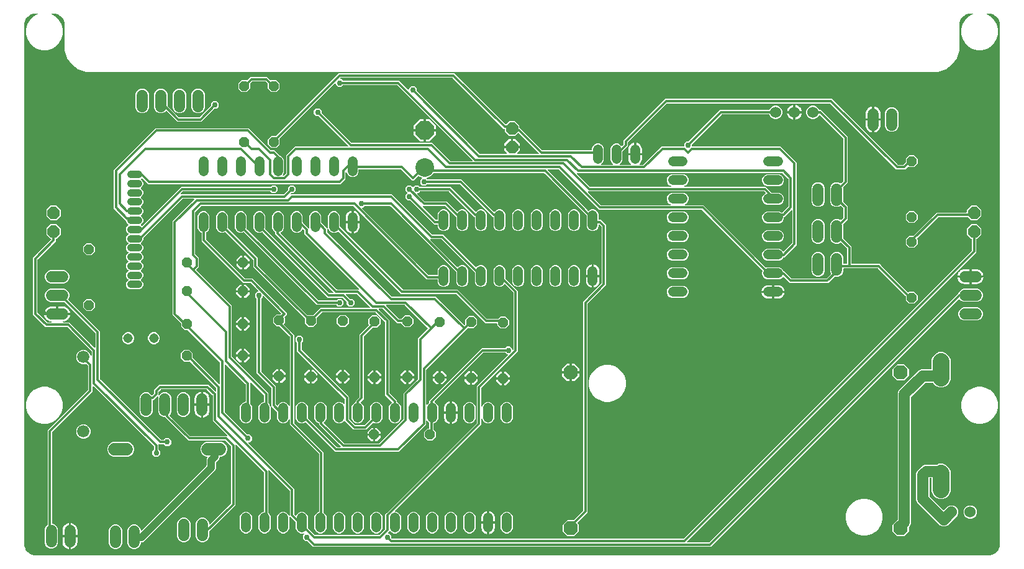
<source format=gbr>
G04 EAGLE Gerber RS-274X export*
G75*
%MOMM*%
%FSLAX34Y34*%
%LPD*%
%INTop Copper*%
%IPPOS*%
%AMOC8*
5,1,8,0,0,1.08239X$1,22.5*%
G01*
%ADD10C,1.524000*%
%ADD11C,1.524000*%
%ADD12C,1.320800*%
%ADD13C,2.540000*%
%ADD14P,2.749271X8X112.500000*%
%ADD15C,1.308000*%
%ADD16P,1.429621X8X112.500000*%
%ADD17P,1.429621X8X202.500000*%
%ADD18C,1.008000*%
%ADD19P,1.814519X8X292.500000*%
%ADD20P,1.429621X8X292.500000*%
%ADD21P,2.089446X8X202.500000*%
%ADD22C,1.676400*%
%ADD23C,1.676400*%
%ADD24C,2.247900*%
%ADD25C,0.300000*%
%ADD26C,0.756400*%
%ADD27C,1.000000*%
%ADD28C,1.500000*%

G36*
X1325022Y10164D02*
X1325022Y10164D01*
X1325060Y10163D01*
X1327262Y10336D01*
X1327268Y10338D01*
X1327273Y10337D01*
X1327438Y10371D01*
X1331627Y11732D01*
X1331658Y11749D01*
X1331693Y11757D01*
X1331839Y11841D01*
X1335402Y14429D01*
X1335427Y14455D01*
X1335458Y14474D01*
X1335571Y14598D01*
X1338159Y18161D01*
X1338176Y18193D01*
X1338199Y18221D01*
X1338268Y18373D01*
X1339629Y22562D01*
X1339630Y22568D01*
X1339632Y22573D01*
X1339664Y22738D01*
X1339837Y24940D01*
X1339835Y24962D01*
X1339839Y25000D01*
X1339839Y735000D01*
X1339836Y735022D01*
X1339837Y735060D01*
X1339664Y737262D01*
X1339662Y737268D01*
X1339663Y737273D01*
X1339629Y737438D01*
X1338268Y741627D01*
X1338251Y741658D01*
X1338243Y741693D01*
X1338159Y741839D01*
X1335571Y745402D01*
X1335545Y745427D01*
X1335526Y745458D01*
X1335402Y745571D01*
X1331839Y748159D01*
X1331807Y748176D01*
X1331779Y748199D01*
X1331627Y748268D01*
X1327438Y749629D01*
X1327432Y749630D01*
X1327427Y749632D01*
X1327262Y749664D01*
X1325060Y749837D01*
X1325038Y749835D01*
X1325000Y749839D01*
X1322740Y749839D01*
X1322692Y749832D01*
X1322644Y749833D01*
X1322572Y749812D01*
X1322497Y749800D01*
X1322454Y749777D01*
X1322408Y749763D01*
X1322346Y749720D01*
X1322279Y749684D01*
X1322246Y749650D01*
X1322207Y749622D01*
X1322162Y749561D01*
X1322110Y749506D01*
X1322090Y749463D01*
X1322061Y749424D01*
X1322038Y749352D01*
X1322006Y749283D01*
X1322001Y749235D01*
X1321987Y749190D01*
X1321988Y749114D01*
X1321979Y749039D01*
X1321990Y748992D01*
X1321990Y748944D01*
X1322015Y748872D01*
X1322032Y748798D01*
X1322056Y748757D01*
X1322072Y748712D01*
X1322119Y748652D01*
X1322158Y748587D01*
X1322194Y748556D01*
X1322224Y748518D01*
X1322328Y748442D01*
X1322345Y748427D01*
X1322351Y748425D01*
X1322359Y748419D01*
X1328049Y745134D01*
X1332734Y740449D01*
X1336046Y734712D01*
X1337761Y728312D01*
X1337761Y721688D01*
X1336046Y715288D01*
X1332734Y709551D01*
X1328049Y704866D01*
X1322312Y701554D01*
X1315912Y699839D01*
X1309288Y699839D01*
X1302888Y701554D01*
X1297151Y704866D01*
X1292466Y709551D01*
X1289154Y715288D01*
X1287439Y721688D01*
X1287439Y728312D01*
X1289154Y734712D01*
X1292466Y740449D01*
X1297151Y745134D01*
X1302841Y748419D01*
X1302878Y748449D01*
X1302921Y748472D01*
X1302973Y748527D01*
X1303031Y748575D01*
X1303057Y748615D01*
X1303090Y748650D01*
X1303122Y748719D01*
X1303162Y748783D01*
X1303173Y748830D01*
X1303194Y748873D01*
X1303202Y748948D01*
X1303220Y749022D01*
X1303215Y749070D01*
X1303221Y749117D01*
X1303205Y749192D01*
X1303198Y749267D01*
X1303179Y749311D01*
X1303168Y749358D01*
X1303130Y749423D01*
X1303099Y749492D01*
X1303067Y749528D01*
X1303042Y749569D01*
X1302985Y749618D01*
X1302934Y749674D01*
X1302892Y749698D01*
X1302855Y749729D01*
X1302785Y749757D01*
X1302719Y749794D01*
X1302672Y749803D01*
X1302627Y749821D01*
X1302499Y749835D01*
X1302477Y749839D01*
X1302470Y749838D01*
X1302460Y749839D01*
X1300000Y749839D01*
X1299978Y749836D01*
X1299940Y749837D01*
X1297738Y749664D01*
X1297732Y749662D01*
X1297727Y749663D01*
X1297562Y749629D01*
X1293373Y748268D01*
X1293342Y748251D01*
X1293307Y748243D01*
X1293161Y748159D01*
X1289598Y745571D01*
X1289573Y745545D01*
X1289542Y745526D01*
X1289429Y745402D01*
X1286841Y741839D01*
X1286824Y741807D01*
X1286801Y741779D01*
X1286732Y741627D01*
X1285371Y737438D01*
X1285370Y737432D01*
X1285368Y737427D01*
X1285336Y737262D01*
X1285163Y735060D01*
X1285165Y735038D01*
X1285161Y735000D01*
X1285161Y699431D01*
X1281719Y688838D01*
X1275172Y679828D01*
X1266162Y673281D01*
X1255569Y669839D01*
X94431Y669839D01*
X83838Y673281D01*
X74828Y679828D01*
X68281Y688838D01*
X64839Y699431D01*
X64839Y735000D01*
X64836Y735022D01*
X64837Y735060D01*
X64664Y737262D01*
X64662Y737268D01*
X64663Y737273D01*
X64629Y737438D01*
X63268Y741627D01*
X63251Y741658D01*
X63243Y741693D01*
X63159Y741839D01*
X60571Y745402D01*
X60545Y745427D01*
X60526Y745458D01*
X60402Y745571D01*
X56839Y748159D01*
X56807Y748176D01*
X56779Y748199D01*
X56627Y748268D01*
X52438Y749629D01*
X52432Y749630D01*
X52427Y749632D01*
X52262Y749664D01*
X50060Y749837D01*
X50038Y749835D01*
X50000Y749839D01*
X47740Y749839D01*
X47692Y749832D01*
X47644Y749833D01*
X47572Y749812D01*
X47497Y749800D01*
X47454Y749777D01*
X47408Y749763D01*
X47346Y749720D01*
X47279Y749684D01*
X47246Y749650D01*
X47207Y749622D01*
X47162Y749561D01*
X47110Y749506D01*
X47090Y749463D01*
X47061Y749424D01*
X47038Y749352D01*
X47006Y749283D01*
X47001Y749235D01*
X46987Y749190D01*
X46988Y749114D01*
X46979Y749039D01*
X46990Y748992D01*
X46990Y748944D01*
X47015Y748872D01*
X47032Y748798D01*
X47056Y748757D01*
X47072Y748712D01*
X47119Y748652D01*
X47158Y748587D01*
X47194Y748556D01*
X47224Y748518D01*
X47328Y748442D01*
X47345Y748427D01*
X47351Y748425D01*
X47359Y748419D01*
X53049Y745134D01*
X57734Y740449D01*
X61046Y734712D01*
X62761Y728312D01*
X62761Y721688D01*
X61046Y715288D01*
X57734Y709551D01*
X53049Y704866D01*
X47312Y701554D01*
X40912Y699839D01*
X34288Y699839D01*
X27888Y701554D01*
X22151Y704866D01*
X17466Y709551D01*
X14154Y715288D01*
X12439Y721688D01*
X12439Y728312D01*
X14154Y734712D01*
X17466Y740449D01*
X22151Y745134D01*
X27841Y748419D01*
X27878Y748449D01*
X27921Y748472D01*
X27973Y748527D01*
X28031Y748575D01*
X28057Y748615D01*
X28090Y748650D01*
X28122Y748719D01*
X28162Y748783D01*
X28173Y748830D01*
X28194Y748873D01*
X28202Y748948D01*
X28220Y749022D01*
X28215Y749070D01*
X28221Y749117D01*
X28205Y749192D01*
X28198Y749267D01*
X28179Y749311D01*
X28168Y749358D01*
X28130Y749423D01*
X28099Y749492D01*
X28067Y749528D01*
X28042Y749569D01*
X27985Y749618D01*
X27934Y749674D01*
X27892Y749698D01*
X27855Y749729D01*
X27785Y749757D01*
X27719Y749794D01*
X27672Y749803D01*
X27627Y749821D01*
X27499Y749835D01*
X27477Y749839D01*
X27470Y749838D01*
X27460Y749839D01*
X25000Y749839D01*
X24978Y749836D01*
X24940Y749837D01*
X22738Y749664D01*
X22732Y749662D01*
X22727Y749663D01*
X22562Y749629D01*
X18373Y748268D01*
X18342Y748251D01*
X18307Y748243D01*
X18161Y748159D01*
X14598Y745571D01*
X14573Y745545D01*
X14542Y745526D01*
X14429Y745402D01*
X11841Y741839D01*
X11824Y741807D01*
X11801Y741779D01*
X11732Y741627D01*
X10371Y737438D01*
X10370Y737432D01*
X10368Y737427D01*
X10336Y737262D01*
X10163Y735060D01*
X10165Y735038D01*
X10161Y735000D01*
X10161Y25000D01*
X10164Y24978D01*
X10163Y24940D01*
X10336Y22738D01*
X10338Y22732D01*
X10337Y22727D01*
X10371Y22562D01*
X11732Y18373D01*
X11749Y18342D01*
X11757Y18307D01*
X11841Y18161D01*
X14429Y14598D01*
X14455Y14573D01*
X14474Y14542D01*
X14598Y14429D01*
X18161Y11841D01*
X18193Y11824D01*
X18221Y11801D01*
X18373Y11732D01*
X22562Y10371D01*
X22568Y10370D01*
X22573Y10368D01*
X22738Y10336D01*
X24940Y10163D01*
X24962Y10165D01*
X25000Y10161D01*
X1325000Y10161D01*
X1325022Y10164D01*
G37*
%LPC*%
G36*
X403747Y21975D02*
X403747Y21975D01*
X396252Y29470D01*
X396178Y29523D01*
X396109Y29583D01*
X396079Y29595D01*
X396052Y29614D01*
X395965Y29641D01*
X395881Y29675D01*
X395840Y29679D01*
X395817Y29686D01*
X395785Y29685D01*
X395714Y29693D01*
X392802Y29693D01*
X389693Y32802D01*
X389693Y37198D01*
X391998Y39503D01*
X392055Y39582D01*
X392117Y39657D01*
X392126Y39681D01*
X392141Y39702D01*
X392170Y39795D01*
X392205Y39886D01*
X392206Y39912D01*
X392214Y39937D01*
X392211Y40035D01*
X392215Y40132D01*
X392208Y40157D01*
X392207Y40183D01*
X392174Y40275D01*
X392147Y40368D01*
X392132Y40390D01*
X392123Y40414D01*
X392062Y40490D01*
X392006Y40570D01*
X391985Y40586D01*
X391969Y40606D01*
X391887Y40659D01*
X391809Y40717D01*
X391784Y40725D01*
X391762Y40739D01*
X391668Y40763D01*
X391575Y40793D01*
X391549Y40793D01*
X391524Y40799D01*
X391427Y40792D01*
X391329Y40791D01*
X391298Y40782D01*
X391278Y40780D01*
X391248Y40767D01*
X391168Y40744D01*
X390017Y40267D01*
X386783Y40267D01*
X383795Y41505D01*
X381509Y43791D01*
X380271Y46779D01*
X380271Y55136D01*
X380257Y55226D01*
X380249Y55317D01*
X380237Y55347D01*
X380232Y55379D01*
X380189Y55459D01*
X380153Y55543D01*
X380127Y55575D01*
X380116Y55596D01*
X380093Y55618D01*
X380048Y55674D01*
X373970Y61752D01*
X372428Y63294D01*
X372370Y63336D01*
X372318Y63385D01*
X372271Y63407D01*
X372229Y63438D01*
X372160Y63459D01*
X372095Y63489D01*
X372043Y63495D01*
X371993Y63510D01*
X371922Y63508D01*
X371851Y63516D01*
X371800Y63505D01*
X371748Y63504D01*
X371680Y63479D01*
X371610Y63464D01*
X371565Y63437D01*
X371517Y63419D01*
X371461Y63374D01*
X371399Y63338D01*
X371365Y63298D01*
X371325Y63266D01*
X371286Y63205D01*
X371239Y63151D01*
X371220Y63102D01*
X371192Y63059D01*
X371174Y62989D01*
X371147Y62923D01*
X371139Y62851D01*
X371131Y62820D01*
X371133Y62797D01*
X371129Y62756D01*
X371129Y46779D01*
X369891Y43791D01*
X367605Y41505D01*
X364617Y40267D01*
X361383Y40267D01*
X358395Y41505D01*
X356109Y43791D01*
X354871Y46779D01*
X354871Y63221D01*
X356109Y66209D01*
X358395Y68495D01*
X361383Y69733D01*
X364617Y69733D01*
X367605Y68495D01*
X369891Y66209D01*
X370511Y64713D01*
X370562Y64630D01*
X370608Y64544D01*
X370626Y64526D01*
X370640Y64504D01*
X370716Y64442D01*
X370786Y64375D01*
X370810Y64364D01*
X370830Y64347D01*
X370921Y64312D01*
X371009Y64271D01*
X371035Y64268D01*
X371059Y64259D01*
X371157Y64255D01*
X371253Y64244D01*
X371279Y64250D01*
X371305Y64248D01*
X371399Y64276D01*
X371494Y64296D01*
X371516Y64310D01*
X371541Y64317D01*
X371621Y64372D01*
X371705Y64422D01*
X371722Y64442D01*
X371743Y64457D01*
X371802Y64535D01*
X371865Y64609D01*
X371875Y64634D01*
X371890Y64655D01*
X371920Y64747D01*
X371957Y64838D01*
X371960Y64870D01*
X371966Y64888D01*
X371966Y64922D01*
X371975Y65004D01*
X371975Y98432D01*
X371961Y98522D01*
X371953Y98613D01*
X371941Y98643D01*
X371936Y98675D01*
X371893Y98755D01*
X371857Y98839D01*
X371831Y98871D01*
X371820Y98892D01*
X371797Y98914D01*
X371752Y98970D01*
X344324Y126398D01*
X344266Y126440D01*
X344214Y126489D01*
X344167Y126511D01*
X344125Y126542D01*
X344056Y126563D01*
X343991Y126593D01*
X343939Y126599D01*
X343889Y126614D01*
X343818Y126612D01*
X343747Y126620D01*
X343696Y126609D01*
X343644Y126608D01*
X343576Y126583D01*
X343506Y126568D01*
X343461Y126541D01*
X343413Y126523D01*
X343357Y126478D01*
X343295Y126442D01*
X343261Y126402D01*
X343221Y126370D01*
X343182Y126309D01*
X343135Y126255D01*
X343116Y126206D01*
X343088Y126163D01*
X343070Y126093D01*
X343043Y126027D01*
X343035Y125955D01*
X343027Y125924D01*
X343029Y125901D01*
X343025Y125860D01*
X343025Y67990D01*
X343026Y67981D01*
X343026Y67976D01*
X343031Y67952D01*
X343039Y67900D01*
X343047Y67809D01*
X343059Y67780D01*
X343064Y67748D01*
X343107Y67667D01*
X343143Y67583D01*
X343169Y67551D01*
X343180Y67530D01*
X343203Y67508D01*
X343248Y67452D01*
X344491Y66209D01*
X345729Y63221D01*
X345729Y46779D01*
X344491Y43791D01*
X342205Y41505D01*
X339217Y40267D01*
X335983Y40267D01*
X332995Y41505D01*
X330709Y43791D01*
X329471Y46779D01*
X329471Y63221D01*
X330709Y66209D01*
X332995Y68495D01*
X335983Y69733D01*
X336214Y69733D01*
X336234Y69736D01*
X336253Y69734D01*
X336355Y69756D01*
X336457Y69772D01*
X336474Y69782D01*
X336494Y69786D01*
X336583Y69839D01*
X336674Y69888D01*
X336688Y69902D01*
X336705Y69912D01*
X336772Y69991D01*
X336844Y70066D01*
X336852Y70084D01*
X336865Y70099D01*
X336904Y70195D01*
X336947Y70289D01*
X336949Y70309D01*
X336957Y70327D01*
X336975Y70494D01*
X336975Y123432D01*
X336961Y123522D01*
X336953Y123613D01*
X336941Y123643D01*
X336936Y123675D01*
X336893Y123755D01*
X336857Y123839D01*
X336831Y123871D01*
X336820Y123892D01*
X336797Y123914D01*
X336752Y123970D01*
X299324Y161398D01*
X299266Y161440D01*
X299214Y161489D01*
X299167Y161511D01*
X299125Y161542D01*
X299056Y161563D01*
X298991Y161593D01*
X298939Y161599D01*
X298889Y161614D01*
X298818Y161612D01*
X298747Y161620D01*
X298696Y161609D01*
X298644Y161608D01*
X298576Y161583D01*
X298506Y161568D01*
X298461Y161541D01*
X298413Y161523D01*
X298357Y161478D01*
X298295Y161442D01*
X298261Y161402D01*
X298221Y161370D01*
X298182Y161309D01*
X298135Y161255D01*
X298116Y161206D01*
X298088Y161163D01*
X298070Y161093D01*
X298043Y161027D01*
X298035Y160955D01*
X298027Y160924D01*
X298029Y160901D01*
X298025Y160860D01*
X298025Y78747D01*
X262068Y42790D01*
X262015Y42716D01*
X261955Y42647D01*
X261943Y42617D01*
X261924Y42590D01*
X261897Y42503D01*
X261863Y42419D01*
X261859Y42378D01*
X261852Y42355D01*
X261853Y42323D01*
X261845Y42252D01*
X261845Y35561D01*
X260453Y32200D01*
X257880Y29627D01*
X254519Y28235D01*
X250881Y28235D01*
X247520Y29627D01*
X244947Y32200D01*
X243555Y35561D01*
X243555Y54439D01*
X244947Y57800D01*
X247520Y60373D01*
X250881Y61765D01*
X254519Y61765D01*
X257880Y60373D01*
X260453Y57800D01*
X261845Y54439D01*
X261845Y52960D01*
X261856Y52889D01*
X261858Y52818D01*
X261876Y52769D01*
X261884Y52717D01*
X261918Y52654D01*
X261943Y52587D01*
X261975Y52546D01*
X262000Y52500D01*
X262052Y52451D01*
X262096Y52395D01*
X262140Y52366D01*
X262178Y52331D01*
X262243Y52300D01*
X262303Y52262D01*
X262354Y52249D01*
X262401Y52227D01*
X262472Y52219D01*
X262542Y52202D01*
X262594Y52206D01*
X262645Y52200D01*
X262716Y52215D01*
X262787Y52221D01*
X262835Y52241D01*
X262886Y52252D01*
X262947Y52289D01*
X263013Y52317D01*
X263069Y52362D01*
X263097Y52378D01*
X263112Y52396D01*
X263144Y52422D01*
X291752Y81030D01*
X291805Y81104D01*
X291865Y81173D01*
X291877Y81203D01*
X291896Y81230D01*
X291923Y81317D01*
X291957Y81401D01*
X291961Y81442D01*
X291968Y81465D01*
X291967Y81497D01*
X291975Y81568D01*
X291975Y158432D01*
X291961Y158522D01*
X291953Y158613D01*
X291941Y158643D01*
X291936Y158675D01*
X291893Y158755D01*
X291857Y158839D01*
X291831Y158871D01*
X291820Y158892D01*
X291797Y158914D01*
X291752Y158970D01*
X283970Y166752D01*
X283896Y166805D01*
X283827Y166865D01*
X283797Y166877D01*
X283770Y166896D01*
X283683Y166923D01*
X283599Y166957D01*
X283558Y166961D01*
X283535Y166968D01*
X283503Y166967D01*
X283432Y166975D01*
X233747Y166975D01*
X201870Y198852D01*
X201796Y198905D01*
X201727Y198965D01*
X201697Y198977D01*
X201670Y198996D01*
X201583Y199023D01*
X201499Y199057D01*
X201458Y199061D01*
X201435Y199068D01*
X201403Y199067D01*
X201332Y199075D01*
X199761Y199075D01*
X196400Y200467D01*
X193827Y203040D01*
X192435Y206401D01*
X192435Y225279D01*
X193006Y226657D01*
X193028Y226752D01*
X193057Y226845D01*
X193056Y226872D01*
X193062Y226897D01*
X193053Y226994D01*
X193051Y227091D01*
X193042Y227116D01*
X193039Y227142D01*
X193000Y227231D01*
X192966Y227322D01*
X192950Y227343D01*
X192939Y227367D01*
X192873Y227438D01*
X192813Y227514D01*
X192791Y227528D01*
X192773Y227548D01*
X192688Y227595D01*
X192606Y227647D01*
X192580Y227654D01*
X192557Y227666D01*
X192461Y227684D01*
X192367Y227707D01*
X192341Y227705D01*
X192315Y227710D01*
X192219Y227696D01*
X192122Y227688D01*
X192098Y227678D01*
X192072Y227674D01*
X191985Y227630D01*
X191896Y227592D01*
X191870Y227572D01*
X191853Y227563D01*
X191830Y227539D01*
X191765Y227487D01*
X188248Y223970D01*
X186253Y221975D01*
X186086Y221975D01*
X186066Y221972D01*
X186047Y221974D01*
X185945Y221952D01*
X185843Y221936D01*
X185826Y221926D01*
X185806Y221922D01*
X185717Y221869D01*
X185626Y221820D01*
X185612Y221806D01*
X185595Y221796D01*
X185528Y221717D01*
X185456Y221642D01*
X185448Y221624D01*
X185435Y221609D01*
X185396Y221513D01*
X185353Y221419D01*
X185351Y221399D01*
X185343Y221381D01*
X185325Y221214D01*
X185325Y206401D01*
X183933Y203040D01*
X181360Y200467D01*
X177999Y199075D01*
X174361Y199075D01*
X171000Y200467D01*
X168427Y203040D01*
X167035Y206401D01*
X167035Y225279D01*
X168427Y228640D01*
X171000Y231213D01*
X174361Y232605D01*
X177999Y232605D01*
X181360Y231213D01*
X183609Y228963D01*
X183625Y228952D01*
X183638Y228936D01*
X183725Y228880D01*
X183809Y228820D01*
X183828Y228814D01*
X183845Y228803D01*
X183945Y228778D01*
X184044Y228747D01*
X184064Y228748D01*
X184083Y228743D01*
X184186Y228751D01*
X184290Y228754D01*
X184309Y228761D01*
X184328Y228762D01*
X184423Y228803D01*
X184521Y228838D01*
X184537Y228851D01*
X184555Y228859D01*
X184686Y228963D01*
X186752Y231030D01*
X186805Y231104D01*
X186865Y231173D01*
X186877Y231203D01*
X186896Y231230D01*
X186923Y231317D01*
X186957Y231401D01*
X186961Y231442D01*
X186968Y231465D01*
X186967Y231497D01*
X186975Y231568D01*
X186975Y236253D01*
X193747Y243025D01*
X261253Y243025D01*
X263248Y241030D01*
X270676Y233602D01*
X270734Y233560D01*
X270786Y233511D01*
X270833Y233489D01*
X270875Y233458D01*
X270944Y233437D01*
X271009Y233407D01*
X271061Y233401D01*
X271111Y233386D01*
X271182Y233388D01*
X271253Y233380D01*
X271304Y233391D01*
X271356Y233392D01*
X271424Y233417D01*
X271494Y233432D01*
X271539Y233459D01*
X271587Y233477D01*
X271643Y233522D01*
X271705Y233558D01*
X271739Y233598D01*
X271779Y233630D01*
X271818Y233691D01*
X271865Y233745D01*
X271884Y233794D01*
X271912Y233837D01*
X271930Y233907D01*
X271957Y233973D01*
X271965Y234045D01*
X271973Y234076D01*
X271971Y234099D01*
X271975Y234140D01*
X271975Y238432D01*
X271961Y238522D01*
X271953Y238613D01*
X271941Y238643D01*
X271936Y238675D01*
X271893Y238755D01*
X271857Y238839D01*
X271831Y238871D01*
X271820Y238892D01*
X271797Y238914D01*
X271752Y238970D01*
X236077Y274645D01*
X236061Y274657D01*
X236049Y274672D01*
X235961Y274728D01*
X235878Y274789D01*
X235859Y274794D01*
X235842Y274805D01*
X235741Y274831D01*
X235643Y274861D01*
X235623Y274860D01*
X235603Y274865D01*
X235500Y274857D01*
X235397Y274855D01*
X235378Y274848D01*
X235358Y274846D01*
X235263Y274806D01*
X235166Y274770D01*
X235150Y274758D01*
X235132Y274750D01*
X235034Y274671D01*
X228293Y274671D01*
X223531Y279433D01*
X223531Y286167D01*
X228293Y290929D01*
X235027Y290929D01*
X239789Y286167D01*
X239789Y279804D01*
X239803Y279714D01*
X239811Y279623D01*
X239823Y279593D01*
X239828Y279561D01*
X239871Y279481D01*
X239907Y279397D01*
X239933Y279365D01*
X239944Y279344D01*
X239967Y279322D01*
X240012Y279266D01*
X275676Y243602D01*
X275734Y243560D01*
X275786Y243511D01*
X275833Y243489D01*
X275875Y243458D01*
X275944Y243437D01*
X276009Y243407D01*
X276061Y243401D01*
X276111Y243386D01*
X276182Y243388D01*
X276253Y243380D01*
X276304Y243391D01*
X276356Y243392D01*
X276424Y243417D01*
X276494Y243432D01*
X276539Y243459D01*
X276587Y243477D01*
X276643Y243522D01*
X276705Y243558D01*
X276739Y243598D01*
X276779Y243630D01*
X276818Y243691D01*
X276865Y243745D01*
X276884Y243794D01*
X276912Y243837D01*
X276930Y243907D01*
X276957Y243973D01*
X276965Y244045D01*
X276973Y244076D01*
X276971Y244099D01*
X276975Y244140D01*
X276975Y273432D01*
X276961Y273522D01*
X276953Y273613D01*
X276941Y273643D01*
X276936Y273675D01*
X276893Y273755D01*
X276857Y273839D01*
X276831Y273871D01*
X276820Y273892D01*
X276797Y273914D01*
X276752Y273970D01*
X232974Y317748D01*
X232900Y317801D01*
X232831Y317861D01*
X232801Y317873D01*
X232774Y317892D01*
X232687Y317919D01*
X232603Y317953D01*
X232562Y317957D01*
X232539Y317964D01*
X232507Y317963D01*
X232436Y317971D01*
X228493Y317971D01*
X223731Y322733D01*
X223731Y326676D01*
X223717Y326766D01*
X223709Y326857D01*
X223697Y326887D01*
X223692Y326919D01*
X223649Y326999D01*
X223613Y327083D01*
X223587Y327115D01*
X223576Y327136D01*
X223553Y327158D01*
X223508Y327214D01*
X211975Y338747D01*
X211975Y466253D01*
X213970Y468248D01*
X241398Y495676D01*
X241440Y495734D01*
X241489Y495786D01*
X241511Y495833D01*
X241542Y495875D01*
X241563Y495944D01*
X241593Y496009D01*
X241599Y496061D01*
X241614Y496111D01*
X241612Y496182D01*
X241620Y496253D01*
X241609Y496304D01*
X241608Y496356D01*
X241583Y496424D01*
X241568Y496494D01*
X241541Y496539D01*
X241523Y496587D01*
X241478Y496643D01*
X241442Y496705D01*
X241402Y496739D01*
X241370Y496779D01*
X241309Y496818D01*
X241255Y496865D01*
X241206Y496884D01*
X241163Y496912D01*
X241093Y496930D01*
X241027Y496957D01*
X240955Y496965D01*
X240924Y496973D01*
X240901Y496971D01*
X240860Y496975D01*
X226568Y496975D01*
X226478Y496961D01*
X226387Y496953D01*
X226357Y496941D01*
X226325Y496936D01*
X226245Y496893D01*
X226161Y496857D01*
X226129Y496831D01*
X226108Y496820D01*
X226086Y496797D01*
X226030Y496752D01*
X172328Y443050D01*
X172280Y442983D01*
X172275Y442979D01*
X172274Y442975D01*
X172215Y442907D01*
X172203Y442877D01*
X172184Y442850D01*
X172157Y442763D01*
X172123Y442679D01*
X172119Y442638D01*
X172112Y442615D01*
X172113Y442583D01*
X172105Y442512D01*
X172105Y441194D01*
X171105Y438781D01*
X169237Y436913D01*
X169177Y436886D01*
X169139Y436851D01*
X169095Y436824D01*
X169049Y436768D01*
X168996Y436720D01*
X168971Y436674D01*
X168938Y436634D01*
X168912Y436567D01*
X168877Y436504D01*
X168868Y436453D01*
X168849Y436405D01*
X168846Y436333D01*
X168834Y436262D01*
X168841Y436211D01*
X168839Y436159D01*
X168859Y436090D01*
X168869Y436019D01*
X168893Y435973D01*
X168907Y435923D01*
X168948Y435864D01*
X168981Y435800D01*
X169018Y435763D01*
X169048Y435721D01*
X169105Y435678D01*
X169157Y435628D01*
X169219Y435593D01*
X169245Y435574D01*
X169252Y435571D01*
X171105Y433719D01*
X172105Y431306D01*
X172105Y428694D01*
X171105Y426281D01*
X169237Y424413D01*
X169177Y424386D01*
X169139Y424351D01*
X169095Y424324D01*
X169049Y424268D01*
X168996Y424220D01*
X168971Y424174D01*
X168938Y424134D01*
X168912Y424067D01*
X168877Y424004D01*
X168868Y423953D01*
X168849Y423905D01*
X168846Y423833D01*
X168834Y423762D01*
X168841Y423711D01*
X168839Y423659D01*
X168859Y423590D01*
X168869Y423519D01*
X168893Y423473D01*
X168907Y423423D01*
X168948Y423364D01*
X168981Y423300D01*
X169018Y423263D01*
X169048Y423221D01*
X169105Y423178D01*
X169157Y423128D01*
X169219Y423093D01*
X169245Y423074D01*
X169252Y423071D01*
X171105Y421219D01*
X172105Y418806D01*
X172105Y416194D01*
X171105Y413781D01*
X169237Y411913D01*
X169177Y411886D01*
X169139Y411851D01*
X169095Y411824D01*
X169049Y411768D01*
X168996Y411720D01*
X168971Y411674D01*
X168938Y411634D01*
X168912Y411567D01*
X168877Y411504D01*
X168868Y411453D01*
X168849Y411405D01*
X168846Y411333D01*
X168834Y411262D01*
X168841Y411211D01*
X168839Y411159D01*
X168859Y411090D01*
X168869Y411019D01*
X168893Y410973D01*
X168907Y410923D01*
X168948Y410864D01*
X168981Y410800D01*
X169018Y410763D01*
X169048Y410721D01*
X169105Y410678D01*
X169157Y410628D01*
X169219Y410593D01*
X169245Y410574D01*
X169252Y410571D01*
X171105Y408719D01*
X172105Y406306D01*
X172105Y403694D01*
X171105Y401281D01*
X169237Y399413D01*
X169177Y399386D01*
X169139Y399351D01*
X169095Y399324D01*
X169049Y399268D01*
X168996Y399220D01*
X168971Y399174D01*
X168938Y399134D01*
X168912Y399067D01*
X168877Y399004D01*
X168868Y398953D01*
X168849Y398905D01*
X168846Y398833D01*
X168834Y398762D01*
X168841Y398711D01*
X168839Y398659D01*
X168859Y398590D01*
X168869Y398519D01*
X168893Y398473D01*
X168907Y398423D01*
X168948Y398364D01*
X168981Y398300D01*
X169018Y398263D01*
X169048Y398221D01*
X169105Y398178D01*
X169157Y398128D01*
X169219Y398093D01*
X169245Y398074D01*
X169252Y398071D01*
X171105Y396219D01*
X172105Y393806D01*
X172105Y391194D01*
X171105Y388781D01*
X169237Y386913D01*
X169177Y386886D01*
X169139Y386851D01*
X169095Y386824D01*
X169049Y386768D01*
X168996Y386720D01*
X168971Y386674D01*
X168938Y386634D01*
X168912Y386567D01*
X168877Y386504D01*
X168868Y386453D01*
X168849Y386405D01*
X168846Y386333D01*
X168834Y386262D01*
X168841Y386211D01*
X168839Y386159D01*
X168859Y386090D01*
X168869Y386019D01*
X168893Y385973D01*
X168907Y385923D01*
X168948Y385864D01*
X168981Y385800D01*
X169018Y385763D01*
X169048Y385721D01*
X169105Y385678D01*
X169157Y385628D01*
X169219Y385593D01*
X169245Y385574D01*
X169252Y385571D01*
X171105Y383719D01*
X172105Y381306D01*
X172105Y378694D01*
X171105Y376281D01*
X169259Y374435D01*
X166846Y373435D01*
X154154Y373435D01*
X151741Y374435D01*
X149895Y376281D01*
X148895Y378694D01*
X148895Y381306D01*
X149895Y383719D01*
X151763Y385587D01*
X151823Y385614D01*
X151861Y385649D01*
X151906Y385676D01*
X151951Y385732D01*
X152004Y385780D01*
X152029Y385826D01*
X152062Y385866D01*
X152088Y385933D01*
X152123Y385996D01*
X152132Y386047D01*
X152151Y386095D01*
X152154Y386167D01*
X152166Y386238D01*
X152159Y386289D01*
X152161Y386341D01*
X152141Y386410D01*
X152130Y386481D01*
X152107Y386527D01*
X152092Y386577D01*
X152051Y386636D01*
X152019Y386700D01*
X151982Y386737D01*
X151952Y386779D01*
X151895Y386822D01*
X151843Y386873D01*
X151781Y386907D01*
X151755Y386926D01*
X151747Y386929D01*
X149895Y388781D01*
X148895Y391194D01*
X148895Y393806D01*
X149895Y396219D01*
X151763Y398087D01*
X151823Y398114D01*
X151861Y398149D01*
X151906Y398176D01*
X151951Y398232D01*
X152004Y398280D01*
X152029Y398326D01*
X152062Y398366D01*
X152088Y398433D01*
X152123Y398496D01*
X152132Y398547D01*
X152151Y398595D01*
X152154Y398667D01*
X152166Y398738D01*
X152159Y398789D01*
X152161Y398841D01*
X152141Y398910D01*
X152130Y398981D01*
X152107Y399027D01*
X152092Y399077D01*
X152051Y399136D01*
X152019Y399200D01*
X151982Y399237D01*
X151952Y399279D01*
X151895Y399322D01*
X151843Y399373D01*
X151781Y399407D01*
X151755Y399426D01*
X151747Y399429D01*
X149895Y401281D01*
X148895Y403694D01*
X148895Y406306D01*
X149895Y408719D01*
X151763Y410587D01*
X151823Y410614D01*
X151861Y410649D01*
X151906Y410676D01*
X151951Y410732D01*
X152004Y410780D01*
X152029Y410826D01*
X152062Y410866D01*
X152088Y410933D01*
X152123Y410996D01*
X152132Y411047D01*
X152151Y411095D01*
X152154Y411167D01*
X152166Y411238D01*
X152159Y411289D01*
X152161Y411341D01*
X152141Y411410D01*
X152130Y411481D01*
X152107Y411527D01*
X152092Y411577D01*
X152051Y411636D01*
X152019Y411700D01*
X151982Y411737D01*
X151952Y411779D01*
X151895Y411822D01*
X151843Y411873D01*
X151781Y411907D01*
X151755Y411926D01*
X151747Y411929D01*
X149895Y413781D01*
X148895Y416194D01*
X148895Y418806D01*
X149895Y421219D01*
X151763Y423087D01*
X151823Y423114D01*
X151861Y423149D01*
X151906Y423176D01*
X151951Y423232D01*
X152004Y423280D01*
X152029Y423326D01*
X152062Y423366D01*
X152088Y423433D01*
X152123Y423496D01*
X152132Y423547D01*
X152151Y423595D01*
X152154Y423667D01*
X152166Y423738D01*
X152159Y423789D01*
X152161Y423841D01*
X152141Y423910D01*
X152130Y423981D01*
X152107Y424027D01*
X152092Y424077D01*
X152051Y424136D01*
X152019Y424200D01*
X151982Y424237D01*
X151952Y424279D01*
X151895Y424322D01*
X151843Y424373D01*
X151781Y424407D01*
X151755Y424426D01*
X151747Y424429D01*
X149895Y426281D01*
X148895Y428694D01*
X148895Y431306D01*
X149895Y433719D01*
X151763Y435587D01*
X151823Y435614D01*
X151861Y435649D01*
X151906Y435676D01*
X151951Y435732D01*
X152004Y435780D01*
X152029Y435826D01*
X152062Y435866D01*
X152088Y435933D01*
X152123Y435996D01*
X152132Y436047D01*
X152151Y436095D01*
X152154Y436167D01*
X152166Y436238D01*
X152159Y436289D01*
X152161Y436341D01*
X152141Y436410D01*
X152130Y436481D01*
X152107Y436527D01*
X152092Y436577D01*
X152051Y436636D01*
X152019Y436700D01*
X151982Y436737D01*
X151952Y436779D01*
X151895Y436822D01*
X151843Y436873D01*
X151781Y436907D01*
X151755Y436926D01*
X151747Y436929D01*
X149895Y438781D01*
X148895Y441194D01*
X148895Y443806D01*
X149895Y446219D01*
X151763Y448087D01*
X151823Y448114D01*
X151861Y448149D01*
X151906Y448176D01*
X151951Y448232D01*
X152004Y448280D01*
X152029Y448326D01*
X152062Y448366D01*
X152088Y448433D01*
X152123Y448496D01*
X152132Y448547D01*
X152151Y448595D01*
X152154Y448667D01*
X152166Y448738D01*
X152159Y448789D01*
X152161Y448841D01*
X152141Y448910D01*
X152130Y448981D01*
X152107Y449027D01*
X152092Y449077D01*
X152051Y449136D01*
X152019Y449200D01*
X151982Y449237D01*
X151952Y449279D01*
X151895Y449322D01*
X151843Y449373D01*
X151781Y449407D01*
X151755Y449426D01*
X151747Y449429D01*
X149895Y451281D01*
X148895Y453694D01*
X148895Y456306D01*
X149895Y458719D01*
X151763Y460587D01*
X151823Y460614D01*
X151861Y460649D01*
X151906Y460676D01*
X151951Y460732D01*
X152004Y460780D01*
X152029Y460826D01*
X152062Y460866D01*
X152088Y460933D01*
X152123Y460996D01*
X152132Y461047D01*
X152151Y461095D01*
X152154Y461167D01*
X152166Y461238D01*
X152159Y461289D01*
X152161Y461341D01*
X152141Y461410D01*
X152130Y461481D01*
X152107Y461527D01*
X152092Y461577D01*
X152051Y461636D01*
X152019Y461700D01*
X151982Y461737D01*
X151952Y461779D01*
X151895Y461822D01*
X151843Y461873D01*
X151781Y461907D01*
X151755Y461926D01*
X151747Y461929D01*
X149895Y463781D01*
X148895Y466194D01*
X148895Y466512D01*
X148881Y466602D01*
X148873Y466693D01*
X148861Y466723D01*
X148856Y466755D01*
X148813Y466835D01*
X148777Y466919D01*
X148751Y466951D01*
X148740Y466972D01*
X148717Y466994D01*
X148672Y467050D01*
X131975Y483747D01*
X131975Y536253D01*
X188747Y593025D01*
X316253Y593025D01*
X346030Y563248D01*
X346104Y563195D01*
X346173Y563135D01*
X346203Y563123D01*
X346230Y563104D01*
X346317Y563077D01*
X346401Y563043D01*
X346442Y563039D01*
X346465Y563032D01*
X346497Y563033D01*
X346568Y563025D01*
X351253Y563025D01*
X358048Y556230D01*
X358061Y556142D01*
X358063Y556136D01*
X358064Y556130D01*
X358119Y556027D01*
X358172Y555922D01*
X358177Y555918D01*
X358180Y555912D01*
X358264Y555832D01*
X358348Y555750D01*
X358354Y555746D01*
X358358Y555743D01*
X358375Y555735D01*
X358495Y555669D01*
X360605Y554795D01*
X362891Y552509D01*
X364129Y549521D01*
X364129Y533079D01*
X362891Y530091D01*
X362124Y529324D01*
X362082Y529266D01*
X362033Y529214D01*
X362011Y529167D01*
X361980Y529125D01*
X361959Y529056D01*
X361929Y528991D01*
X361923Y528939D01*
X361908Y528889D01*
X361910Y528818D01*
X361902Y528747D01*
X361913Y528696D01*
X361914Y528644D01*
X361939Y528576D01*
X361954Y528506D01*
X361981Y528461D01*
X361999Y528413D01*
X362044Y528357D01*
X362081Y528295D01*
X362120Y528261D01*
X362153Y528221D01*
X362213Y528182D01*
X362267Y528135D01*
X362316Y528116D01*
X362360Y528088D01*
X362429Y528070D01*
X362496Y528043D01*
X362567Y528035D01*
X362598Y528027D01*
X362621Y528029D01*
X362662Y528025D01*
X363432Y528025D01*
X363522Y528039D01*
X363613Y528047D01*
X363643Y528059D01*
X363675Y528064D01*
X363755Y528107D01*
X363839Y528143D01*
X363871Y528169D01*
X363892Y528180D01*
X363914Y528203D01*
X363970Y528248D01*
X366752Y531030D01*
X366805Y531104D01*
X366865Y531173D01*
X366877Y531203D01*
X366896Y531230D01*
X366923Y531317D01*
X366957Y531401D01*
X366961Y531442D01*
X366968Y531465D01*
X366967Y531497D01*
X366975Y531568D01*
X366975Y556253D01*
X368970Y558248D01*
X378747Y568025D01*
X450860Y568025D01*
X450931Y568036D01*
X451002Y568038D01*
X451051Y568056D01*
X451103Y568064D01*
X451166Y568098D01*
X451233Y568123D01*
X451274Y568155D01*
X451320Y568180D01*
X451369Y568232D01*
X451425Y568276D01*
X451454Y568320D01*
X451489Y568358D01*
X451520Y568423D01*
X451558Y568483D01*
X451571Y568534D01*
X451593Y568581D01*
X451601Y568652D01*
X451618Y568722D01*
X451614Y568774D01*
X451620Y568825D01*
X451605Y568896D01*
X451599Y568967D01*
X451579Y569015D01*
X451568Y569066D01*
X451531Y569127D01*
X451503Y569193D01*
X451458Y569249D01*
X451442Y569277D01*
X451424Y569292D01*
X451398Y569324D01*
X411252Y609470D01*
X411178Y609523D01*
X411109Y609583D01*
X411079Y609595D01*
X411052Y609614D01*
X410965Y609641D01*
X410881Y609675D01*
X410840Y609679D01*
X410817Y609686D01*
X410785Y609685D01*
X410714Y609693D01*
X407802Y609693D01*
X404693Y612802D01*
X404693Y617198D01*
X407802Y620307D01*
X412198Y620307D01*
X415307Y617198D01*
X415307Y614286D01*
X415321Y614196D01*
X415329Y614105D01*
X415341Y614075D01*
X415346Y614043D01*
X415389Y613963D01*
X415425Y613879D01*
X415451Y613847D01*
X415462Y613826D01*
X415485Y613804D01*
X415530Y613748D01*
X456030Y573248D01*
X456104Y573195D01*
X456173Y573135D01*
X456203Y573123D01*
X456230Y573104D01*
X456317Y573077D01*
X456401Y573043D01*
X456442Y573039D01*
X456465Y573032D01*
X456497Y573033D01*
X456568Y573025D01*
X566253Y573025D01*
X591030Y548248D01*
X591104Y548195D01*
X591173Y548135D01*
X591203Y548123D01*
X591230Y548104D01*
X591317Y548077D01*
X591401Y548043D01*
X591442Y548039D01*
X591465Y548032D01*
X591497Y548033D01*
X591568Y548025D01*
X620860Y548025D01*
X620931Y548036D01*
X621002Y548038D01*
X621051Y548056D01*
X621103Y548064D01*
X621166Y548098D01*
X621233Y548123D01*
X621274Y548155D01*
X621320Y548180D01*
X621369Y548232D01*
X621425Y548276D01*
X621454Y548320D01*
X621489Y548358D01*
X621520Y548423D01*
X621558Y548483D01*
X621571Y548534D01*
X621593Y548581D01*
X621601Y548652D01*
X621618Y548722D01*
X621614Y548774D01*
X621620Y548825D01*
X621605Y548896D01*
X621599Y548967D01*
X621579Y549015D01*
X621568Y549066D01*
X621531Y549127D01*
X621503Y549193D01*
X621458Y549249D01*
X621442Y549277D01*
X621424Y549292D01*
X621398Y549324D01*
X518970Y651752D01*
X518896Y651805D01*
X518827Y651865D01*
X518797Y651877D01*
X518770Y651896D01*
X518683Y651923D01*
X518599Y651957D01*
X518558Y651961D01*
X518535Y651968D01*
X518503Y651967D01*
X518432Y651975D01*
X444795Y651975D01*
X444705Y651961D01*
X444614Y651953D01*
X444585Y651941D01*
X444553Y651936D01*
X444472Y651893D01*
X444388Y651857D01*
X444356Y651831D01*
X444335Y651820D01*
X444313Y651797D01*
X444257Y651752D01*
X442198Y649693D01*
X437802Y649693D01*
X434693Y652802D01*
X434693Y653578D01*
X434682Y653649D01*
X434680Y653720D01*
X434662Y653769D01*
X434654Y653821D01*
X434620Y653884D01*
X434595Y653951D01*
X434563Y653992D01*
X434538Y654038D01*
X434487Y654087D01*
X434442Y654143D01*
X434398Y654172D01*
X434360Y654207D01*
X434295Y654238D01*
X434235Y654276D01*
X434184Y654289D01*
X434137Y654311D01*
X434066Y654319D01*
X433996Y654336D01*
X433944Y654332D01*
X433893Y654338D01*
X433822Y654323D01*
X433751Y654317D01*
X433703Y654297D01*
X433652Y654286D01*
X433591Y654249D01*
X433525Y654221D01*
X433469Y654176D01*
X433441Y654160D01*
X433426Y654142D01*
X433394Y654116D01*
X358125Y578847D01*
X358113Y578831D01*
X358098Y578819D01*
X358042Y578731D01*
X357981Y578648D01*
X357976Y578629D01*
X357965Y578612D01*
X357940Y578512D01*
X357909Y578413D01*
X357910Y578393D01*
X357905Y578373D01*
X357913Y578270D01*
X357915Y578167D01*
X357922Y578148D01*
X357924Y578128D01*
X357964Y578033D01*
X358000Y577936D01*
X358012Y577920D01*
X358020Y577902D01*
X358125Y577771D01*
X358129Y577767D01*
X358129Y571033D01*
X353367Y566271D01*
X346633Y566271D01*
X341871Y571033D01*
X341871Y577767D01*
X346633Y582529D01*
X352936Y582529D01*
X353026Y582543D01*
X353117Y582551D01*
X353147Y582563D01*
X353179Y582568D01*
X353259Y582611D01*
X353343Y582647D01*
X353375Y582673D01*
X353396Y582684D01*
X353418Y582707D01*
X353474Y582752D01*
X438747Y668025D01*
X596253Y668025D01*
X665745Y598532D01*
X665762Y598521D01*
X665774Y598505D01*
X665861Y598449D01*
X665945Y598389D01*
X665964Y598383D01*
X665981Y598372D01*
X666081Y598347D01*
X666180Y598316D01*
X666200Y598317D01*
X666219Y598312D01*
X666322Y598320D01*
X666426Y598323D01*
X666445Y598330D01*
X666465Y598331D01*
X666560Y598371D01*
X666657Y598407D01*
X666673Y598420D01*
X666691Y598427D01*
X666822Y598532D01*
X670896Y602607D01*
X679104Y602607D01*
X684907Y596804D01*
X684907Y593786D01*
X684910Y593766D01*
X684908Y593747D01*
X684930Y593645D01*
X684946Y593543D01*
X684956Y593526D01*
X684960Y593506D01*
X685013Y593417D01*
X685062Y593326D01*
X685076Y593312D01*
X685086Y593295D01*
X685165Y593228D01*
X685240Y593156D01*
X685258Y593148D01*
X685273Y593135D01*
X685369Y593096D01*
X685463Y593053D01*
X685483Y593051D01*
X685501Y593043D01*
X685668Y593025D01*
X686253Y593025D01*
X716030Y563248D01*
X716104Y563195D01*
X716173Y563135D01*
X716203Y563123D01*
X716230Y563104D01*
X716317Y563077D01*
X716401Y563043D01*
X716442Y563039D01*
X716465Y563032D01*
X716497Y563033D01*
X716568Y563025D01*
X783210Y563025D01*
X783230Y563028D01*
X783249Y563026D01*
X783351Y563048D01*
X783453Y563064D01*
X783470Y563074D01*
X783490Y563078D01*
X783579Y563131D01*
X783670Y563180D01*
X783684Y563194D01*
X783701Y563204D01*
X783768Y563283D01*
X783840Y563358D01*
X783848Y563376D01*
X783861Y563391D01*
X783900Y563487D01*
X783943Y563581D01*
X783945Y563601D01*
X783953Y563619D01*
X783971Y563786D01*
X783971Y565921D01*
X785209Y568909D01*
X787495Y571195D01*
X790483Y572433D01*
X793717Y572433D01*
X796705Y571195D01*
X798991Y568909D01*
X800229Y565921D01*
X800229Y549479D01*
X798991Y546491D01*
X796824Y544324D01*
X796782Y544266D01*
X796733Y544214D01*
X796711Y544167D01*
X796680Y544125D01*
X796659Y544056D01*
X796629Y543991D01*
X796623Y543939D01*
X796608Y543889D01*
X796610Y543818D01*
X796602Y543747D01*
X796613Y543696D01*
X796614Y543644D01*
X796639Y543576D01*
X796654Y543506D01*
X796681Y543461D01*
X796699Y543413D01*
X796744Y543357D01*
X796781Y543295D01*
X796820Y543261D01*
X796853Y543221D01*
X796913Y543182D01*
X796967Y543135D01*
X797016Y543116D01*
X797060Y543088D01*
X797129Y543070D01*
X797196Y543043D01*
X797267Y543035D01*
X797298Y543027D01*
X797321Y543029D01*
X797362Y543025D01*
X812238Y543025D01*
X812308Y543036D01*
X812380Y543038D01*
X812429Y543056D01*
X812480Y543064D01*
X812544Y543098D01*
X812611Y543123D01*
X812652Y543155D01*
X812698Y543180D01*
X812747Y543232D01*
X812803Y543276D01*
X812831Y543320D01*
X812867Y543358D01*
X812897Y543423D01*
X812936Y543483D01*
X812949Y543534D01*
X812971Y543581D01*
X812979Y543652D01*
X812996Y543722D01*
X812992Y543774D01*
X812998Y543825D01*
X812983Y543896D01*
X812977Y543967D01*
X812957Y544015D01*
X812946Y544066D01*
X812909Y544127D01*
X812881Y544193D01*
X812836Y544249D01*
X812819Y544277D01*
X812810Y544285D01*
X812808Y544288D01*
X812798Y544297D01*
X812776Y544324D01*
X810609Y546491D01*
X809371Y549479D01*
X809371Y565921D01*
X810609Y568909D01*
X812895Y571195D01*
X815883Y572433D01*
X819117Y572433D01*
X822105Y571195D01*
X823973Y569327D01*
X823989Y569315D01*
X824001Y569300D01*
X824089Y569244D01*
X824173Y569183D01*
X824192Y569178D01*
X824208Y569167D01*
X824309Y569141D01*
X824408Y569111D01*
X824428Y569112D01*
X824447Y569107D01*
X824550Y569115D01*
X824653Y569117D01*
X824672Y569124D01*
X824692Y569126D01*
X824787Y569166D01*
X824885Y569202D01*
X824900Y569214D01*
X824918Y569222D01*
X825049Y569327D01*
X826752Y571030D01*
X826805Y571104D01*
X826865Y571173D01*
X826877Y571203D01*
X826896Y571230D01*
X826923Y571317D01*
X826957Y571401D01*
X826961Y571442D01*
X826968Y571465D01*
X826967Y571497D01*
X826975Y571568D01*
X826975Y576253D01*
X883747Y633025D01*
X1111253Y633025D01*
X1201030Y543248D01*
X1201104Y543195D01*
X1201173Y543135D01*
X1201203Y543123D01*
X1201230Y543104D01*
X1201317Y543077D01*
X1201401Y543043D01*
X1201442Y543039D01*
X1201465Y543032D01*
X1201497Y543033D01*
X1201568Y543025D01*
X1208432Y543025D01*
X1208522Y543039D01*
X1208613Y543047D01*
X1208643Y543059D01*
X1208675Y543064D01*
X1208755Y543107D01*
X1208839Y543143D01*
X1208871Y543169D01*
X1208892Y543180D01*
X1208902Y543190D01*
X1208903Y543191D01*
X1208916Y543205D01*
X1208970Y543248D01*
X1211648Y545926D01*
X1211701Y546000D01*
X1211761Y546069D01*
X1211773Y546099D01*
X1211792Y546126D01*
X1211819Y546213D01*
X1211853Y546297D01*
X1211857Y546338D01*
X1211864Y546361D01*
X1211863Y546393D01*
X1211871Y546464D01*
X1211871Y551467D01*
X1216633Y556229D01*
X1223367Y556229D01*
X1228129Y551467D01*
X1228129Y544733D01*
X1223367Y539971D01*
X1216633Y539971D01*
X1215979Y540625D01*
X1215963Y540637D01*
X1215951Y540652D01*
X1215863Y540708D01*
X1215779Y540769D01*
X1215760Y540774D01*
X1215744Y540785D01*
X1215643Y540811D01*
X1215544Y540841D01*
X1215524Y540840D01*
X1215505Y540845D01*
X1215402Y540837D01*
X1215299Y540835D01*
X1215280Y540828D01*
X1215260Y540826D01*
X1215165Y540786D01*
X1215067Y540750D01*
X1215052Y540738D01*
X1215034Y540730D01*
X1214903Y540625D01*
X1211253Y536975D01*
X1198747Y536975D01*
X1108970Y626752D01*
X1108896Y626805D01*
X1108827Y626865D01*
X1108797Y626877D01*
X1108770Y626896D01*
X1108683Y626923D01*
X1108599Y626957D01*
X1108558Y626961D01*
X1108535Y626968D01*
X1108503Y626967D01*
X1108432Y626975D01*
X886568Y626975D01*
X886478Y626961D01*
X886387Y626953D01*
X886357Y626941D01*
X886325Y626936D01*
X886245Y626893D01*
X886161Y626857D01*
X886129Y626831D01*
X886108Y626820D01*
X886086Y626797D01*
X886030Y626752D01*
X833248Y573970D01*
X833195Y573896D01*
X833135Y573827D01*
X833123Y573797D01*
X833104Y573770D01*
X833077Y573683D01*
X833043Y573599D01*
X833039Y573558D01*
X833032Y573535D01*
X833033Y573503D01*
X833025Y573432D01*
X833025Y568747D01*
X825852Y561574D01*
X825799Y561500D01*
X825739Y561431D01*
X825727Y561401D01*
X825708Y561374D01*
X825681Y561287D01*
X825647Y561203D01*
X825643Y561162D01*
X825636Y561139D01*
X825637Y561107D01*
X825629Y561036D01*
X825629Y549479D01*
X824391Y546491D01*
X822224Y544324D01*
X822182Y544266D01*
X822133Y544214D01*
X822111Y544167D01*
X822080Y544125D01*
X822059Y544056D01*
X822029Y543991D01*
X822023Y543939D01*
X822008Y543889D01*
X822010Y543818D01*
X822002Y543747D01*
X822013Y543696D01*
X822014Y543644D01*
X822039Y543576D01*
X822054Y543506D01*
X822081Y543461D01*
X822099Y543413D01*
X822144Y543357D01*
X822181Y543295D01*
X822220Y543261D01*
X822253Y543221D01*
X822313Y543182D01*
X822367Y543135D01*
X822416Y543116D01*
X822460Y543088D01*
X822529Y543070D01*
X822596Y543043D01*
X822667Y543035D01*
X822698Y543027D01*
X822721Y543029D01*
X822762Y543025D01*
X836201Y543025D01*
X836272Y543036D01*
X836343Y543038D01*
X836392Y543056D01*
X836444Y543064D01*
X836507Y543098D01*
X836574Y543123D01*
X836615Y543155D01*
X836661Y543180D01*
X836710Y543232D01*
X836766Y543276D01*
X836794Y543320D01*
X836830Y543358D01*
X836861Y543423D01*
X836899Y543483D01*
X836912Y543534D01*
X836934Y543581D01*
X836942Y543652D01*
X836959Y543722D01*
X836955Y543774D01*
X836961Y543825D01*
X836946Y543896D01*
X836940Y543967D01*
X836920Y544015D01*
X836909Y544066D01*
X836872Y544127D01*
X836844Y544193D01*
X836799Y544249D01*
X836783Y544277D01*
X836774Y544285D01*
X836772Y544288D01*
X836761Y544297D01*
X836739Y544324D01*
X835797Y545266D01*
X834796Y546764D01*
X834107Y548429D01*
X833755Y550195D01*
X833755Y556177D01*
X842138Y556177D01*
X842158Y556180D01*
X842177Y556178D01*
X842279Y556200D01*
X842381Y556217D01*
X842398Y556226D01*
X842418Y556230D01*
X842507Y556283D01*
X842598Y556332D01*
X842612Y556346D01*
X842629Y556356D01*
X842696Y556435D01*
X842767Y556510D01*
X842776Y556528D01*
X842789Y556543D01*
X842827Y556639D01*
X842871Y556733D01*
X842873Y556753D01*
X842881Y556771D01*
X842899Y556938D01*
X842899Y557701D01*
X842901Y557701D01*
X842901Y556938D01*
X842904Y556918D01*
X842902Y556899D01*
X842924Y556797D01*
X842941Y556695D01*
X842950Y556678D01*
X842954Y556658D01*
X843007Y556569D01*
X843056Y556478D01*
X843070Y556464D01*
X843080Y556447D01*
X843159Y556380D01*
X843234Y556309D01*
X843252Y556300D01*
X843267Y556287D01*
X843363Y556248D01*
X843457Y556205D01*
X843477Y556203D01*
X843495Y556195D01*
X843662Y556177D01*
X852045Y556177D01*
X852045Y550195D01*
X851693Y548429D01*
X851004Y546764D01*
X850003Y545266D01*
X849061Y544324D01*
X849019Y544266D01*
X848970Y544214D01*
X848948Y544167D01*
X848917Y544125D01*
X848896Y544056D01*
X848866Y543991D01*
X848860Y543939D01*
X848845Y543889D01*
X848847Y543818D01*
X848839Y543747D01*
X848850Y543696D01*
X848851Y543644D01*
X848876Y543576D01*
X848891Y543506D01*
X848918Y543461D01*
X848936Y543413D01*
X848981Y543357D01*
X849017Y543295D01*
X849057Y543261D01*
X849089Y543221D01*
X849150Y543182D01*
X849204Y543135D01*
X849253Y543116D01*
X849296Y543088D01*
X849366Y543070D01*
X849432Y543043D01*
X849504Y543035D01*
X849535Y543027D01*
X849558Y543029D01*
X849599Y543025D01*
X853432Y543025D01*
X853522Y543039D01*
X853613Y543047D01*
X853643Y543059D01*
X853675Y543064D01*
X853755Y543107D01*
X853839Y543143D01*
X853871Y543169D01*
X853892Y543180D01*
X853902Y543190D01*
X853903Y543191D01*
X853916Y543205D01*
X853970Y543248D01*
X878747Y568025D01*
X908932Y568025D01*
X908952Y568028D01*
X908971Y568026D01*
X909073Y568048D01*
X909175Y568064D01*
X909192Y568074D01*
X909212Y568078D01*
X909301Y568131D01*
X909392Y568180D01*
X909406Y568194D01*
X909423Y568204D01*
X909490Y568283D01*
X909562Y568358D01*
X909570Y568376D01*
X909583Y568391D01*
X909622Y568487D01*
X909665Y568581D01*
X909667Y568601D01*
X909675Y568619D01*
X909693Y568786D01*
X909693Y572198D01*
X912802Y575307D01*
X915714Y575307D01*
X915804Y575321D01*
X915895Y575329D01*
X915925Y575341D01*
X915957Y575346D01*
X916037Y575389D01*
X916121Y575425D01*
X916153Y575451D01*
X916174Y575462D01*
X916196Y575485D01*
X916252Y575530D01*
X958747Y618025D01*
X1025446Y618025D01*
X1025561Y618044D01*
X1025677Y618061D01*
X1025683Y618063D01*
X1025689Y618064D01*
X1025791Y618119D01*
X1025896Y618172D01*
X1025901Y618177D01*
X1025906Y618180D01*
X1025986Y618264D01*
X1026068Y618348D01*
X1026072Y618354D01*
X1026076Y618358D01*
X1026083Y618375D01*
X1026149Y618495D01*
X1026847Y620180D01*
X1029420Y622753D01*
X1032781Y624145D01*
X1036419Y624145D01*
X1039780Y622753D01*
X1042353Y620180D01*
X1043745Y616819D01*
X1043745Y613181D01*
X1042353Y609820D01*
X1039780Y607247D01*
X1036419Y605855D01*
X1032781Y605855D01*
X1029420Y607247D01*
X1026847Y609820D01*
X1026149Y611505D01*
X1026088Y611605D01*
X1026028Y611705D01*
X1026023Y611709D01*
X1026020Y611714D01*
X1025930Y611789D01*
X1025841Y611865D01*
X1025835Y611867D01*
X1025830Y611871D01*
X1025722Y611913D01*
X1025613Y611957D01*
X1025605Y611958D01*
X1025601Y611959D01*
X1025582Y611960D01*
X1025446Y611975D01*
X961568Y611975D01*
X961478Y611961D01*
X961387Y611953D01*
X961357Y611941D01*
X961325Y611936D01*
X961245Y611893D01*
X961161Y611857D01*
X961129Y611831D01*
X961108Y611820D01*
X961086Y611797D01*
X961030Y611752D01*
X920530Y571252D01*
X920477Y571178D01*
X920417Y571109D01*
X920405Y571079D01*
X920386Y571052D01*
X920359Y570965D01*
X920325Y570881D01*
X920321Y570840D01*
X920314Y570817D01*
X920315Y570785D01*
X920307Y570714D01*
X920307Y568786D01*
X920310Y568766D01*
X920308Y568747D01*
X920330Y568645D01*
X920346Y568543D01*
X920356Y568526D01*
X920360Y568506D01*
X920413Y568417D01*
X920462Y568326D01*
X920476Y568312D01*
X920486Y568295D01*
X920565Y568228D01*
X920640Y568156D01*
X920658Y568148D01*
X920673Y568135D01*
X920769Y568096D01*
X920863Y568053D01*
X920883Y568051D01*
X920901Y568043D01*
X921068Y568025D01*
X1041253Y568025D01*
X1063025Y546253D01*
X1063025Y433747D01*
X1046253Y416975D01*
X1045310Y416975D01*
X1045195Y416957D01*
X1045079Y416939D01*
X1045073Y416937D01*
X1045067Y416936D01*
X1044964Y416881D01*
X1044860Y416828D01*
X1044855Y416823D01*
X1044850Y416820D01*
X1044768Y416735D01*
X1044687Y416652D01*
X1044684Y416646D01*
X1044680Y416642D01*
X1044672Y416625D01*
X1044606Y416505D01*
X1044395Y415995D01*
X1042109Y413709D01*
X1039121Y412471D01*
X1022679Y412471D01*
X1019691Y413709D01*
X1017405Y415995D01*
X1016167Y418983D01*
X1016167Y422217D01*
X1017405Y425205D01*
X1019691Y427491D01*
X1022679Y428729D01*
X1039121Y428729D01*
X1042109Y427491D01*
X1044395Y425205D01*
X1044408Y425174D01*
X1044432Y425135D01*
X1044448Y425092D01*
X1044496Y425031D01*
X1044537Y424965D01*
X1044573Y424936D01*
X1044602Y424900D01*
X1044667Y424858D01*
X1044727Y424808D01*
X1044770Y424792D01*
X1044808Y424767D01*
X1044884Y424748D01*
X1044957Y424720D01*
X1045002Y424718D01*
X1045047Y424707D01*
X1045124Y424713D01*
X1045202Y424710D01*
X1045246Y424722D01*
X1045292Y424726D01*
X1045364Y424756D01*
X1045439Y424778D01*
X1045476Y424804D01*
X1045518Y424822D01*
X1045625Y424908D01*
X1045641Y424918D01*
X1045644Y424922D01*
X1045649Y424927D01*
X1056752Y436030D01*
X1056805Y436104D01*
X1056865Y436173D01*
X1056877Y436203D01*
X1056896Y436230D01*
X1056923Y436317D01*
X1056957Y436401D01*
X1056961Y436442D01*
X1056968Y436465D01*
X1056967Y436497D01*
X1056975Y436568D01*
X1056975Y480860D01*
X1056964Y480931D01*
X1056962Y481002D01*
X1056944Y481051D01*
X1056936Y481103D01*
X1056902Y481166D01*
X1056877Y481233D01*
X1056845Y481274D01*
X1056820Y481320D01*
X1056768Y481369D01*
X1056724Y481425D01*
X1056680Y481454D01*
X1056642Y481489D01*
X1056577Y481520D01*
X1056517Y481558D01*
X1056466Y481571D01*
X1056419Y481593D01*
X1056348Y481601D01*
X1056278Y481618D01*
X1056226Y481614D01*
X1056175Y481620D01*
X1056104Y481605D01*
X1056033Y481599D01*
X1055985Y481579D01*
X1055934Y481568D01*
X1055873Y481531D01*
X1055807Y481503D01*
X1055751Y481458D01*
X1055723Y481442D01*
X1055708Y481424D01*
X1055676Y481398D01*
X1046225Y471948D01*
X1046151Y471936D01*
X1046134Y471926D01*
X1046114Y471922D01*
X1046025Y471869D01*
X1045934Y471820D01*
X1045920Y471806D01*
X1045903Y471796D01*
X1045836Y471717D01*
X1045764Y471642D01*
X1045756Y471624D01*
X1045743Y471609D01*
X1045704Y471513D01*
X1045661Y471419D01*
X1045659Y471399D01*
X1045651Y471381D01*
X1045633Y471214D01*
X1045633Y469783D01*
X1044395Y466795D01*
X1042109Y464509D01*
X1039121Y463271D01*
X1022679Y463271D01*
X1019691Y464509D01*
X1017405Y466795D01*
X1016167Y469783D01*
X1016167Y473017D01*
X1017405Y476005D01*
X1019691Y478291D01*
X1022679Y479529D01*
X1039121Y479529D01*
X1042109Y478291D01*
X1042152Y478248D01*
X1042226Y478195D01*
X1042295Y478135D01*
X1042326Y478123D01*
X1042352Y478104D01*
X1042439Y478077D01*
X1042524Y478043D01*
X1042565Y478039D01*
X1042587Y478032D01*
X1042619Y478033D01*
X1042690Y478025D01*
X1043432Y478025D01*
X1043522Y478039D01*
X1043613Y478047D01*
X1043643Y478059D01*
X1043675Y478064D01*
X1043755Y478107D01*
X1043839Y478143D01*
X1043871Y478169D01*
X1043892Y478180D01*
X1043914Y478203D01*
X1043970Y478248D01*
X1051752Y486030D01*
X1051805Y486104D01*
X1051865Y486173D01*
X1051877Y486203D01*
X1051896Y486230D01*
X1051923Y486317D01*
X1051957Y486401D01*
X1051961Y486442D01*
X1051968Y486465D01*
X1051967Y486497D01*
X1051975Y486568D01*
X1051975Y523432D01*
X1051961Y523522D01*
X1051953Y523613D01*
X1051941Y523643D01*
X1051936Y523675D01*
X1051893Y523755D01*
X1051857Y523839D01*
X1051831Y523871D01*
X1051820Y523892D01*
X1051797Y523914D01*
X1051752Y523970D01*
X1043970Y531752D01*
X1043896Y531805D01*
X1043827Y531865D01*
X1043797Y531877D01*
X1043770Y531896D01*
X1043683Y531923D01*
X1043599Y531957D01*
X1043558Y531961D01*
X1043535Y531968D01*
X1043503Y531967D01*
X1043432Y531975D01*
X764140Y531975D01*
X764069Y531964D01*
X763998Y531962D01*
X763949Y531944D01*
X763897Y531936D01*
X763834Y531902D01*
X763767Y531877D01*
X763726Y531845D01*
X763680Y531820D01*
X763631Y531768D01*
X763575Y531724D01*
X763546Y531680D01*
X763511Y531642D01*
X763480Y531577D01*
X763442Y531517D01*
X763429Y531466D01*
X763407Y531419D01*
X763399Y531348D01*
X763382Y531278D01*
X763386Y531226D01*
X763380Y531175D01*
X763395Y531104D01*
X763401Y531033D01*
X763421Y530985D01*
X763432Y530934D01*
X763469Y530873D01*
X763497Y530807D01*
X763542Y530751D01*
X763558Y530723D01*
X763576Y530708D01*
X763602Y530676D01*
X781030Y513248D01*
X781104Y513195D01*
X781173Y513135D01*
X781203Y513123D01*
X781230Y513104D01*
X781317Y513077D01*
X781401Y513043D01*
X781442Y513039D01*
X781465Y513032D01*
X781497Y513033D01*
X781568Y513025D01*
X891379Y513025D01*
X891475Y513040D01*
X891572Y513050D01*
X891596Y513060D01*
X891621Y513064D01*
X891707Y513110D01*
X891796Y513150D01*
X891816Y513167D01*
X891839Y513180D01*
X891906Y513250D01*
X891978Y513316D01*
X891990Y513339D01*
X892008Y513358D01*
X892049Y513446D01*
X892096Y513532D01*
X892101Y513557D01*
X892112Y513581D01*
X892122Y513678D01*
X892140Y513774D01*
X892136Y513800D01*
X892139Y513825D01*
X892118Y513921D01*
X892104Y514017D01*
X892092Y514040D01*
X892087Y514066D01*
X892037Y514149D01*
X891993Y514236D01*
X891974Y514255D01*
X891960Y514277D01*
X891887Y514340D01*
X891817Y514408D01*
X891788Y514424D01*
X891774Y514437D01*
X891743Y514449D01*
X891670Y514489D01*
X889691Y515309D01*
X887405Y517595D01*
X886167Y520583D01*
X886167Y523817D01*
X887405Y526805D01*
X889691Y529091D01*
X892679Y530329D01*
X909121Y530329D01*
X912109Y529091D01*
X914395Y526805D01*
X915633Y523817D01*
X915633Y520583D01*
X914395Y517595D01*
X912109Y515309D01*
X910130Y514489D01*
X910047Y514438D01*
X909961Y514392D01*
X909943Y514374D01*
X909921Y514360D01*
X909859Y514284D01*
X909792Y514214D01*
X909781Y514190D01*
X909764Y514170D01*
X909729Y514079D01*
X909688Y513991D01*
X909685Y513965D01*
X909676Y513941D01*
X909672Y513843D01*
X909661Y513747D01*
X909667Y513721D01*
X909666Y513695D01*
X909693Y513601D01*
X909713Y513506D01*
X909727Y513484D01*
X909734Y513459D01*
X909790Y513379D01*
X909840Y513295D01*
X909859Y513278D01*
X909874Y513257D01*
X909953Y513198D01*
X910026Y513135D01*
X910051Y513125D01*
X910072Y513110D01*
X910164Y513080D01*
X910255Y513043D01*
X910287Y513040D01*
X910306Y513034D01*
X910339Y513034D01*
X910421Y513025D01*
X1021253Y513025D01*
X1023248Y511030D01*
X1029126Y505152D01*
X1029200Y505099D01*
X1029269Y505039D01*
X1029299Y505027D01*
X1029326Y505008D01*
X1029413Y504981D01*
X1029497Y504947D01*
X1029538Y504943D01*
X1029561Y504936D01*
X1029593Y504937D01*
X1029664Y504929D01*
X1039121Y504929D01*
X1042109Y503691D01*
X1044395Y501405D01*
X1045633Y498417D01*
X1045633Y495183D01*
X1044395Y492195D01*
X1042109Y489909D01*
X1039121Y488671D01*
X1022679Y488671D01*
X1019691Y489909D01*
X1017405Y492195D01*
X1016167Y495183D01*
X1016167Y498417D01*
X1017405Y501405D01*
X1019691Y503691D01*
X1020293Y503941D01*
X1020332Y503965D01*
X1020375Y503980D01*
X1020436Y504029D01*
X1020502Y504070D01*
X1020532Y504105D01*
X1020567Y504134D01*
X1020610Y504200D01*
X1020659Y504260D01*
X1020676Y504302D01*
X1020700Y504341D01*
X1020720Y504417D01*
X1020747Y504489D01*
X1020749Y504535D01*
X1020761Y504580D01*
X1020755Y504657D01*
X1020758Y504735D01*
X1020745Y504779D01*
X1020741Y504825D01*
X1020711Y504896D01*
X1020689Y504971D01*
X1020663Y505009D01*
X1020645Y505051D01*
X1020560Y505158D01*
X1020549Y505173D01*
X1020545Y505176D01*
X1020540Y505182D01*
X1018970Y506752D01*
X1018896Y506805D01*
X1018827Y506865D01*
X1018797Y506877D01*
X1018770Y506896D01*
X1018683Y506923D01*
X1018599Y506957D01*
X1018558Y506961D01*
X1018535Y506968D01*
X1018503Y506967D01*
X1018432Y506975D01*
X779140Y506975D01*
X779069Y506964D01*
X778998Y506962D01*
X778949Y506944D01*
X778897Y506936D01*
X778834Y506902D01*
X778767Y506877D01*
X778726Y506845D01*
X778680Y506820D01*
X778631Y506768D01*
X778575Y506724D01*
X778546Y506680D01*
X778511Y506642D01*
X778480Y506577D01*
X778442Y506517D01*
X778429Y506466D01*
X778407Y506419D01*
X778399Y506348D01*
X778382Y506278D01*
X778386Y506226D01*
X778380Y506175D01*
X778395Y506104D01*
X778401Y506033D01*
X778421Y505985D01*
X778432Y505934D01*
X778469Y505873D01*
X778497Y505807D01*
X778542Y505751D01*
X778558Y505723D01*
X778576Y505708D01*
X778602Y505676D01*
X796030Y488248D01*
X796104Y488195D01*
X796173Y488135D01*
X796203Y488123D01*
X796230Y488104D01*
X796317Y488077D01*
X796401Y488043D01*
X796442Y488039D01*
X796465Y488032D01*
X796497Y488033D01*
X796568Y488025D01*
X890413Y488025D01*
X890509Y488040D01*
X890606Y488050D01*
X890630Y488060D01*
X890656Y488064D01*
X890742Y488110D01*
X890831Y488150D01*
X890850Y488167D01*
X890873Y488180D01*
X890940Y488250D01*
X891012Y488316D01*
X891024Y488339D01*
X891042Y488358D01*
X891083Y488446D01*
X891130Y488532D01*
X891135Y488557D01*
X891146Y488581D01*
X891157Y488678D01*
X891174Y488774D01*
X891170Y488800D01*
X891173Y488825D01*
X891152Y488921D01*
X891138Y489017D01*
X891126Y489040D01*
X891121Y489066D01*
X891071Y489149D01*
X891027Y489236D01*
X891008Y489255D01*
X890995Y489277D01*
X890921Y489340D01*
X890851Y489408D01*
X890823Y489424D01*
X890808Y489437D01*
X890777Y489449D01*
X890704Y489489D01*
X889691Y489909D01*
X887405Y492195D01*
X886167Y495183D01*
X886167Y498417D01*
X887405Y501405D01*
X889691Y503691D01*
X892679Y504929D01*
X909121Y504929D01*
X912109Y503691D01*
X914395Y501405D01*
X915633Y498417D01*
X915633Y495183D01*
X914395Y492195D01*
X912109Y489909D01*
X911096Y489489D01*
X911013Y489438D01*
X910927Y489392D01*
X910909Y489374D01*
X910887Y489360D01*
X910824Y489284D01*
X910758Y489214D01*
X910747Y489190D01*
X910730Y489170D01*
X910695Y489079D01*
X910654Y488991D01*
X910651Y488965D01*
X910642Y488941D01*
X910638Y488843D01*
X910627Y488747D01*
X910632Y488721D01*
X910631Y488695D01*
X910658Y488601D01*
X910679Y488506D01*
X910693Y488484D01*
X910700Y488459D01*
X910755Y488379D01*
X910805Y488295D01*
X910825Y488278D01*
X910840Y488257D01*
X910918Y488198D01*
X910992Y488135D01*
X911016Y488125D01*
X911037Y488110D01*
X911130Y488080D01*
X911220Y488043D01*
X911253Y488040D01*
X911271Y488034D01*
X911304Y488034D01*
X911387Y488025D01*
X936253Y488025D01*
X1021030Y403248D01*
X1021104Y403195D01*
X1021173Y403135D01*
X1021203Y403123D01*
X1021230Y403104D01*
X1021317Y403077D01*
X1021401Y403043D01*
X1021442Y403039D01*
X1021465Y403032D01*
X1021497Y403033D01*
X1021568Y403025D01*
X1021794Y403025D01*
X1021858Y403035D01*
X1021924Y403036D01*
X1022004Y403059D01*
X1022037Y403064D01*
X1022054Y403074D01*
X1022085Y403083D01*
X1022679Y403329D01*
X1039121Y403329D01*
X1042109Y402091D01*
X1044395Y399805D01*
X1044938Y398495D01*
X1045000Y398395D01*
X1045059Y398295D01*
X1045064Y398291D01*
X1045067Y398286D01*
X1045158Y398211D01*
X1045246Y398135D01*
X1045252Y398133D01*
X1045257Y398129D01*
X1045365Y398087D01*
X1045474Y398043D01*
X1045482Y398042D01*
X1045486Y398041D01*
X1045505Y398040D01*
X1045641Y398025D01*
X1046253Y398025D01*
X1056030Y388248D01*
X1056104Y388195D01*
X1056173Y388135D01*
X1056203Y388123D01*
X1056230Y388104D01*
X1056317Y388077D01*
X1056401Y388043D01*
X1056442Y388039D01*
X1056465Y388032D01*
X1056497Y388033D01*
X1056568Y388025D01*
X1103432Y388025D01*
X1103522Y388039D01*
X1103613Y388047D01*
X1103643Y388059D01*
X1103675Y388064D01*
X1103755Y388107D01*
X1103839Y388143D01*
X1103871Y388169D01*
X1103892Y388180D01*
X1103914Y388203D01*
X1103970Y388248D01*
X1109727Y394004D01*
X1109795Y394099D01*
X1109865Y394193D01*
X1109867Y394199D01*
X1109870Y394204D01*
X1109905Y394315D01*
X1109941Y394427D01*
X1109941Y394433D01*
X1109943Y394439D01*
X1109940Y394556D01*
X1109939Y394673D01*
X1109937Y394680D01*
X1109936Y394685D01*
X1109930Y394703D01*
X1109892Y394834D01*
X1108555Y398061D01*
X1108555Y416939D01*
X1109947Y420300D01*
X1112520Y422873D01*
X1115881Y424265D01*
X1119519Y424265D01*
X1122880Y422873D01*
X1125453Y420300D01*
X1126845Y416939D01*
X1126845Y408786D01*
X1126848Y408766D01*
X1126846Y408747D01*
X1126868Y408645D01*
X1126884Y408543D01*
X1126894Y408526D01*
X1126898Y408506D01*
X1126951Y408417D01*
X1127000Y408326D01*
X1127014Y408312D01*
X1127024Y408295D01*
X1127103Y408228D01*
X1127178Y408156D01*
X1127196Y408148D01*
X1127211Y408135D01*
X1127307Y408096D01*
X1127401Y408053D01*
X1127421Y408051D01*
X1127439Y408043D01*
X1127606Y408025D01*
X1131214Y408025D01*
X1131234Y408028D01*
X1131253Y408026D01*
X1131355Y408048D01*
X1131457Y408064D01*
X1131474Y408074D01*
X1131494Y408078D01*
X1131583Y408131D01*
X1131674Y408180D01*
X1131688Y408194D01*
X1131705Y408204D01*
X1131772Y408283D01*
X1131844Y408358D01*
X1131852Y408376D01*
X1131865Y408391D01*
X1131904Y408487D01*
X1131947Y408581D01*
X1131949Y408601D01*
X1131957Y408619D01*
X1131975Y408786D01*
X1131975Y428432D01*
X1131961Y428522D01*
X1131953Y428613D01*
X1131941Y428643D01*
X1131936Y428675D01*
X1131893Y428755D01*
X1131857Y428839D01*
X1131831Y428871D01*
X1131820Y428892D01*
X1131797Y428914D01*
X1131752Y428970D01*
X1123745Y436977D01*
X1123651Y437045D01*
X1123557Y437115D01*
X1123550Y437117D01*
X1123545Y437121D01*
X1123435Y437155D01*
X1123323Y437191D01*
X1123316Y437191D01*
X1123310Y437193D01*
X1123194Y437190D01*
X1123077Y437189D01*
X1123070Y437187D01*
X1123064Y437187D01*
X1123047Y437180D01*
X1122916Y437142D01*
X1119519Y435735D01*
X1115881Y435735D01*
X1112520Y437127D01*
X1109947Y439700D01*
X1108555Y443061D01*
X1108555Y461939D01*
X1109947Y465300D01*
X1112520Y467873D01*
X1115881Y469265D01*
X1119519Y469265D01*
X1122916Y467858D01*
X1123029Y467831D01*
X1123143Y467803D01*
X1123149Y467803D01*
X1123155Y467802D01*
X1123272Y467813D01*
X1123388Y467822D01*
X1123394Y467824D01*
X1123400Y467825D01*
X1123507Y467873D01*
X1123614Y467918D01*
X1123620Y467923D01*
X1123625Y467925D01*
X1123638Y467937D01*
X1123745Y468023D01*
X1126752Y471030D01*
X1126805Y471104D01*
X1126865Y471173D01*
X1126877Y471203D01*
X1126896Y471230D01*
X1126923Y471317D01*
X1126957Y471401D01*
X1126961Y471442D01*
X1126968Y471465D01*
X1126967Y471497D01*
X1126975Y471568D01*
X1126975Y483432D01*
X1126961Y483522D01*
X1126953Y483613D01*
X1126941Y483643D01*
X1126936Y483675D01*
X1126893Y483755D01*
X1126857Y483839D01*
X1126831Y483871D01*
X1126820Y483892D01*
X1126797Y483914D01*
X1126752Y483970D01*
X1123745Y486977D01*
X1123651Y487045D01*
X1123557Y487115D01*
X1123550Y487117D01*
X1123545Y487121D01*
X1123435Y487155D01*
X1123323Y487191D01*
X1123316Y487191D01*
X1123310Y487193D01*
X1123194Y487190D01*
X1123077Y487189D01*
X1123070Y487187D01*
X1123064Y487187D01*
X1123047Y487180D01*
X1122916Y487142D01*
X1119519Y485735D01*
X1115881Y485735D01*
X1112520Y487127D01*
X1109947Y489700D01*
X1108555Y493061D01*
X1108555Y511939D01*
X1109947Y515300D01*
X1112520Y517873D01*
X1115881Y519265D01*
X1119519Y519265D01*
X1122916Y517858D01*
X1123029Y517831D01*
X1123143Y517803D01*
X1123149Y517803D01*
X1123155Y517802D01*
X1123272Y517813D01*
X1123388Y517822D01*
X1123394Y517824D01*
X1123400Y517825D01*
X1123507Y517873D01*
X1123614Y517918D01*
X1123620Y517923D01*
X1123625Y517925D01*
X1123638Y517937D01*
X1123745Y518023D01*
X1126752Y521030D01*
X1126805Y521104D01*
X1126865Y521173D01*
X1126877Y521203D01*
X1126896Y521230D01*
X1126923Y521317D01*
X1126957Y521401D01*
X1126961Y521442D01*
X1126968Y521465D01*
X1126967Y521497D01*
X1126975Y521568D01*
X1126975Y578432D01*
X1126961Y578522D01*
X1126953Y578613D01*
X1126941Y578643D01*
X1126936Y578675D01*
X1126893Y578755D01*
X1126857Y578839D01*
X1126831Y578871D01*
X1126820Y578892D01*
X1126797Y578914D01*
X1126752Y578970D01*
X1094764Y610959D01*
X1094726Y610986D01*
X1094695Y611019D01*
X1094627Y611057D01*
X1094564Y611102D01*
X1094520Y611116D01*
X1094480Y611138D01*
X1094403Y611152D01*
X1094329Y611175D01*
X1094283Y611174D01*
X1094238Y611182D01*
X1094161Y611170D01*
X1094083Y611168D01*
X1094040Y611153D01*
X1093994Y611146D01*
X1093925Y611111D01*
X1093852Y611084D01*
X1093816Y611055D01*
X1093775Y611034D01*
X1093721Y610979D01*
X1093660Y610930D01*
X1093635Y610892D01*
X1093603Y610859D01*
X1093537Y610739D01*
X1093527Y610723D01*
X1093526Y610718D01*
X1093522Y610712D01*
X1093153Y609820D01*
X1090580Y607247D01*
X1087219Y605855D01*
X1083581Y605855D01*
X1080220Y607247D01*
X1077647Y609820D01*
X1076255Y613181D01*
X1076255Y616819D01*
X1077647Y620180D01*
X1080220Y622753D01*
X1083581Y624145D01*
X1087219Y624145D01*
X1090580Y622753D01*
X1093153Y620180D01*
X1093851Y618495D01*
X1093912Y618395D01*
X1093972Y618295D01*
X1093977Y618291D01*
X1093980Y618286D01*
X1094071Y618211D01*
X1094159Y618135D01*
X1094165Y618133D01*
X1094170Y618129D01*
X1094278Y618087D01*
X1094387Y618043D01*
X1094395Y618042D01*
X1094399Y618041D01*
X1094418Y618040D01*
X1094554Y618025D01*
X1096253Y618025D01*
X1133025Y581253D01*
X1133025Y518747D01*
X1127020Y512743D01*
X1126953Y512649D01*
X1126882Y512554D01*
X1126880Y512548D01*
X1126877Y512543D01*
X1126842Y512431D01*
X1126806Y512320D01*
X1126806Y512314D01*
X1126805Y512308D01*
X1126808Y512190D01*
X1126809Y512074D01*
X1126811Y512067D01*
X1126811Y512062D01*
X1126817Y512045D01*
X1126845Y511950D01*
X1126845Y493041D01*
X1126842Y493028D01*
X1126828Y492998D01*
X1126822Y492947D01*
X1126800Y492860D01*
X1126801Y492853D01*
X1126799Y492847D01*
X1126805Y492789D01*
X1126801Y492754D01*
X1126813Y492699D01*
X1126819Y492614D01*
X1126822Y492609D01*
X1126822Y492602D01*
X1126844Y492553D01*
X1126853Y492513D01*
X1126885Y492459D01*
X1126916Y492388D01*
X1126920Y492382D01*
X1126922Y492378D01*
X1126935Y492364D01*
X1126964Y492328D01*
X1126979Y492302D01*
X1126995Y492288D01*
X1127020Y492257D01*
X1131030Y488248D01*
X1133025Y486253D01*
X1133025Y468747D01*
X1127020Y462743D01*
X1126952Y462648D01*
X1126882Y462554D01*
X1126881Y462548D01*
X1126877Y462543D01*
X1126843Y462432D01*
X1126806Y462320D01*
X1126806Y462314D01*
X1126805Y462308D01*
X1126808Y462191D01*
X1126809Y462074D01*
X1126811Y462067D01*
X1126811Y462062D01*
X1126817Y462045D01*
X1126845Y461950D01*
X1126845Y443041D01*
X1126829Y442973D01*
X1126800Y442860D01*
X1126801Y442853D01*
X1126799Y442847D01*
X1126810Y442731D01*
X1126819Y442614D01*
X1126822Y442609D01*
X1126822Y442602D01*
X1126870Y442495D01*
X1126916Y442388D01*
X1126920Y442382D01*
X1126922Y442378D01*
X1126935Y442364D01*
X1127020Y442257D01*
X1136030Y433248D01*
X1138025Y431253D01*
X1138025Y408786D01*
X1138028Y408766D01*
X1138026Y408747D01*
X1138048Y408645D01*
X1138064Y408543D01*
X1138074Y408526D01*
X1138078Y408506D01*
X1138131Y408417D01*
X1138180Y408326D01*
X1138194Y408312D01*
X1138204Y408295D01*
X1138283Y408228D01*
X1138358Y408156D01*
X1138376Y408148D01*
X1138391Y408135D01*
X1138487Y408096D01*
X1138581Y408053D01*
X1138601Y408051D01*
X1138619Y408043D01*
X1138786Y408025D01*
X1176253Y408025D01*
X1178248Y406030D01*
X1214903Y369375D01*
X1214919Y369363D01*
X1214931Y369348D01*
X1215019Y369292D01*
X1215102Y369231D01*
X1215121Y369226D01*
X1215138Y369215D01*
X1215239Y369189D01*
X1215337Y369159D01*
X1215357Y369160D01*
X1215377Y369155D01*
X1215480Y369163D01*
X1215583Y369165D01*
X1215602Y369172D01*
X1215622Y369174D01*
X1215717Y369214D01*
X1215814Y369250D01*
X1215830Y369262D01*
X1215848Y369270D01*
X1215979Y369375D01*
X1216633Y370029D01*
X1223367Y370029D01*
X1228129Y365267D01*
X1228129Y358533D01*
X1223367Y353771D01*
X1216633Y353771D01*
X1211871Y358533D01*
X1211871Y363536D01*
X1211857Y363626D01*
X1211849Y363717D01*
X1211837Y363747D01*
X1211832Y363779D01*
X1211789Y363859D01*
X1211753Y363943D01*
X1211727Y363975D01*
X1211716Y363996D01*
X1211693Y364018D01*
X1211648Y364074D01*
X1173970Y401752D01*
X1173896Y401805D01*
X1173827Y401865D01*
X1173797Y401877D01*
X1173770Y401896D01*
X1173683Y401923D01*
X1173599Y401957D01*
X1173558Y401961D01*
X1173535Y401968D01*
X1173503Y401967D01*
X1173432Y401975D01*
X1127606Y401975D01*
X1127586Y401972D01*
X1127567Y401974D01*
X1127465Y401952D01*
X1127363Y401936D01*
X1127346Y401926D01*
X1127326Y401922D01*
X1127237Y401869D01*
X1127146Y401820D01*
X1127132Y401806D01*
X1127115Y401796D01*
X1127048Y401717D01*
X1126976Y401642D01*
X1126968Y401624D01*
X1126955Y401609D01*
X1126916Y401513D01*
X1126873Y401419D01*
X1126871Y401399D01*
X1126863Y401381D01*
X1126845Y401214D01*
X1126845Y398061D01*
X1125453Y394700D01*
X1122880Y392127D01*
X1119519Y390735D01*
X1115881Y390735D01*
X1115737Y390795D01*
X1115623Y390822D01*
X1115510Y390850D01*
X1115504Y390850D01*
X1115498Y390851D01*
X1115381Y390840D01*
X1115265Y390831D01*
X1115259Y390829D01*
X1115253Y390828D01*
X1115145Y390780D01*
X1115038Y390735D01*
X1115033Y390730D01*
X1115028Y390728D01*
X1115014Y390715D01*
X1114907Y390630D01*
X1106253Y381975D01*
X1053747Y381975D01*
X1051752Y383970D01*
X1045299Y390423D01*
X1045283Y390435D01*
X1045271Y390450D01*
X1045184Y390506D01*
X1045100Y390567D01*
X1045081Y390572D01*
X1045064Y390583D01*
X1044963Y390609D01*
X1044865Y390639D01*
X1044845Y390638D01*
X1044825Y390643D01*
X1044722Y390635D01*
X1044619Y390633D01*
X1044600Y390626D01*
X1044580Y390624D01*
X1044485Y390584D01*
X1044388Y390548D01*
X1044372Y390536D01*
X1044354Y390528D01*
X1044223Y390423D01*
X1042109Y388309D01*
X1039121Y387071D01*
X1022679Y387071D01*
X1019691Y388309D01*
X1017405Y390595D01*
X1016167Y393583D01*
X1016167Y396817D01*
X1016775Y398283D01*
X1016801Y398397D01*
X1016830Y398510D01*
X1016829Y398517D01*
X1016831Y398523D01*
X1016820Y398639D01*
X1016811Y398756D01*
X1016808Y398761D01*
X1016808Y398768D01*
X1016760Y398875D01*
X1016714Y398982D01*
X1016710Y398988D01*
X1016708Y398992D01*
X1016695Y399006D01*
X1016610Y399113D01*
X933970Y481752D01*
X933896Y481805D01*
X933827Y481865D01*
X933797Y481877D01*
X933770Y481896D01*
X933683Y481923D01*
X933599Y481957D01*
X933558Y481961D01*
X933535Y481968D01*
X933503Y481967D01*
X933432Y481975D01*
X793747Y481975D01*
X738970Y536752D01*
X738896Y536805D01*
X738827Y536865D01*
X738797Y536877D01*
X738770Y536896D01*
X738683Y536923D01*
X738599Y536957D01*
X738558Y536961D01*
X738535Y536968D01*
X738503Y536967D01*
X738432Y536975D01*
X724140Y536975D01*
X724069Y536964D01*
X723998Y536962D01*
X723949Y536944D01*
X723897Y536936D01*
X723834Y536902D01*
X723767Y536877D01*
X723726Y536845D01*
X723680Y536820D01*
X723631Y536769D01*
X723575Y536724D01*
X723546Y536680D01*
X723511Y536642D01*
X723480Y536577D01*
X723442Y536517D01*
X723429Y536466D01*
X723407Y536419D01*
X723399Y536348D01*
X723382Y536278D01*
X723386Y536226D01*
X723380Y536175D01*
X723395Y536104D01*
X723401Y536033D01*
X723421Y535985D01*
X723432Y535934D01*
X723469Y535873D01*
X723497Y535807D01*
X723542Y535751D01*
X723558Y535723D01*
X723576Y535708D01*
X723602Y535676D01*
X778751Y480527D01*
X778767Y480515D01*
X778779Y480500D01*
X778867Y480444D01*
X778950Y480383D01*
X778969Y480378D01*
X778986Y480367D01*
X779087Y480341D01*
X779185Y480311D01*
X779205Y480312D01*
X779225Y480307D01*
X779328Y480315D01*
X779431Y480317D01*
X779450Y480324D01*
X779470Y480326D01*
X779565Y480366D01*
X779662Y480402D01*
X779678Y480414D01*
X779696Y480422D01*
X779827Y480527D01*
X780395Y481095D01*
X783383Y482333D01*
X786617Y482333D01*
X789605Y481095D01*
X791891Y478809D01*
X793129Y475821D01*
X793129Y468786D01*
X793132Y468766D01*
X793130Y468747D01*
X793152Y468645D01*
X793168Y468543D01*
X793178Y468526D01*
X793182Y468506D01*
X793235Y468417D01*
X793284Y468326D01*
X793298Y468312D01*
X793308Y468295D01*
X793387Y468228D01*
X793462Y468156D01*
X793480Y468148D01*
X793495Y468135D01*
X793591Y468096D01*
X793685Y468053D01*
X793705Y468051D01*
X793723Y468043D01*
X793890Y468025D01*
X796253Y468025D01*
X803025Y461253D01*
X803025Y378747D01*
X778248Y353970D01*
X778195Y353896D01*
X778135Y353827D01*
X778123Y353797D01*
X778104Y353770D01*
X778077Y353683D01*
X778043Y353599D01*
X778039Y353558D01*
X778032Y353535D01*
X778033Y353503D01*
X778025Y353432D01*
X778025Y68747D01*
X776030Y66752D01*
X764330Y55053D01*
X764319Y55036D01*
X764303Y55024D01*
X764247Y54937D01*
X764187Y54853D01*
X764181Y54834D01*
X764170Y54817D01*
X764145Y54717D01*
X764114Y54618D01*
X764115Y54598D01*
X764110Y54579D01*
X764118Y54476D01*
X764121Y54372D01*
X764128Y54353D01*
X764129Y54333D01*
X764169Y54238D01*
X764205Y54141D01*
X764218Y54125D01*
X764225Y54107D01*
X764330Y53976D01*
X766177Y52130D01*
X766177Y42870D01*
X759630Y36323D01*
X750370Y36323D01*
X743823Y42870D01*
X743823Y52130D01*
X750370Y58677D01*
X759084Y58677D01*
X759174Y58691D01*
X759265Y58699D01*
X759295Y58711D01*
X759327Y58716D01*
X759407Y58759D01*
X759491Y58795D01*
X759523Y58821D01*
X759544Y58832D01*
X759566Y58855D01*
X759622Y58900D01*
X771752Y71030D01*
X771805Y71104D01*
X771865Y71173D01*
X771877Y71203D01*
X771896Y71230D01*
X771923Y71317D01*
X771957Y71401D01*
X771961Y71442D01*
X771968Y71465D01*
X771967Y71497D01*
X771975Y71568D01*
X771975Y356253D01*
X796752Y381030D01*
X796805Y381104D01*
X796865Y381173D01*
X796877Y381203D01*
X796896Y381230D01*
X796923Y381317D01*
X796957Y381401D01*
X796961Y381442D01*
X796968Y381465D01*
X796967Y381497D01*
X796975Y381568D01*
X796975Y458432D01*
X796961Y458522D01*
X796953Y458613D01*
X796941Y458643D01*
X796936Y458675D01*
X796893Y458755D01*
X796857Y458839D01*
X796831Y458871D01*
X796820Y458892D01*
X796797Y458914D01*
X796752Y458970D01*
X794428Y461294D01*
X794370Y461336D01*
X794318Y461385D01*
X794271Y461407D01*
X794229Y461438D01*
X794160Y461459D01*
X794095Y461489D01*
X794043Y461495D01*
X793993Y461510D01*
X793922Y461508D01*
X793851Y461516D01*
X793800Y461505D01*
X793748Y461504D01*
X793680Y461479D01*
X793610Y461464D01*
X793565Y461437D01*
X793517Y461419D01*
X793461Y461374D01*
X793399Y461338D01*
X793365Y461298D01*
X793325Y461266D01*
X793286Y461205D01*
X793239Y461151D01*
X793220Y461102D01*
X793192Y461059D01*
X793174Y460989D01*
X793147Y460923D01*
X793139Y460851D01*
X793131Y460820D01*
X793133Y460797D01*
X793129Y460756D01*
X793129Y459379D01*
X791891Y456391D01*
X789605Y454105D01*
X786617Y452867D01*
X783383Y452867D01*
X780395Y454105D01*
X778109Y456391D01*
X776871Y459379D01*
X776871Y473536D01*
X776857Y473626D01*
X776849Y473717D01*
X776837Y473747D01*
X776832Y473779D01*
X776789Y473859D01*
X776753Y473943D01*
X776727Y473975D01*
X776716Y473996D01*
X776693Y474018D01*
X776648Y474074D01*
X718970Y531752D01*
X718896Y531805D01*
X718827Y531865D01*
X718797Y531877D01*
X718770Y531896D01*
X718683Y531923D01*
X718599Y531957D01*
X718558Y531961D01*
X718535Y531968D01*
X718503Y531967D01*
X718432Y531975D01*
X568647Y531975D01*
X568532Y531956D01*
X568416Y531939D01*
X568410Y531937D01*
X568404Y531936D01*
X568301Y531881D01*
X568197Y531828D01*
X568192Y531823D01*
X568187Y531820D01*
X568107Y531736D01*
X568025Y531652D01*
X568021Y531646D01*
X568018Y531642D01*
X568010Y531625D01*
X567970Y531553D01*
X563958Y527541D01*
X558651Y525343D01*
X558612Y525318D01*
X558569Y525303D01*
X558508Y525254D01*
X558442Y525213D01*
X558412Y525178D01*
X558377Y525149D01*
X558335Y525084D01*
X558285Y525024D01*
X558268Y524981D01*
X558244Y524942D01*
X558225Y524867D01*
X558197Y524794D01*
X558195Y524748D01*
X558184Y524704D01*
X558190Y524626D01*
X558186Y524548D01*
X558199Y524504D01*
X558203Y524458D01*
X558233Y524387D01*
X558255Y524312D01*
X558281Y524274D01*
X558299Y524232D01*
X558384Y524125D01*
X558395Y524110D01*
X558399Y524107D01*
X558404Y524101D01*
X559257Y523248D01*
X559331Y523195D01*
X559401Y523135D01*
X559431Y523123D01*
X559457Y523104D01*
X559544Y523077D01*
X559629Y523043D01*
X559670Y523039D01*
X559692Y523032D01*
X559724Y523033D01*
X559795Y523025D01*
X606253Y523025D01*
X650251Y479027D01*
X650267Y479015D01*
X650279Y479000D01*
X650367Y478944D01*
X650450Y478883D01*
X650469Y478878D01*
X650486Y478867D01*
X650587Y478841D01*
X650685Y478811D01*
X650705Y478812D01*
X650725Y478807D01*
X650828Y478815D01*
X650931Y478817D01*
X650950Y478824D01*
X650970Y478826D01*
X651065Y478866D01*
X651162Y478902D01*
X651178Y478914D01*
X651196Y478922D01*
X651327Y479027D01*
X653395Y481095D01*
X656383Y482333D01*
X659617Y482333D01*
X662605Y481095D01*
X664891Y478809D01*
X666129Y475821D01*
X666129Y459379D01*
X664891Y456391D01*
X662605Y454105D01*
X659617Y452867D01*
X656383Y452867D01*
X653395Y454105D01*
X651109Y456391D01*
X649871Y459379D01*
X649871Y471214D01*
X649868Y471234D01*
X649870Y471253D01*
X649848Y471355D01*
X649832Y471457D01*
X649822Y471474D01*
X649818Y471494D01*
X649765Y471583D01*
X649716Y471674D01*
X649702Y471688D01*
X649692Y471705D01*
X649613Y471772D01*
X649538Y471844D01*
X649520Y471852D01*
X649505Y471865D01*
X649409Y471904D01*
X649315Y471947D01*
X649295Y471949D01*
X649277Y471957D01*
X649110Y471975D01*
X648747Y471975D01*
X603970Y516752D01*
X603896Y516805D01*
X603827Y516865D01*
X603797Y516877D01*
X603770Y516896D01*
X603683Y516923D01*
X603599Y516957D01*
X603558Y516961D01*
X603535Y516968D01*
X603503Y516967D01*
X603432Y516975D01*
X559795Y516975D01*
X559705Y516961D01*
X559614Y516953D01*
X559585Y516941D01*
X559553Y516936D01*
X559472Y516893D01*
X559388Y516857D01*
X559356Y516831D01*
X559335Y516820D01*
X559313Y516797D01*
X559257Y516752D01*
X557198Y514693D01*
X552802Y514693D01*
X549693Y517802D01*
X549693Y522198D01*
X552123Y524628D01*
X552150Y524666D01*
X552184Y524697D01*
X552222Y524765D01*
X552267Y524828D01*
X552280Y524872D01*
X552303Y524912D01*
X552316Y524989D01*
X552339Y525063D01*
X552338Y525109D01*
X552346Y525154D01*
X552335Y525231D01*
X552333Y525309D01*
X552317Y525352D01*
X552311Y525398D01*
X552275Y525467D01*
X552249Y525540D01*
X552220Y525576D01*
X552199Y525617D01*
X552143Y525671D01*
X552095Y525732D01*
X552056Y525757D01*
X552023Y525789D01*
X551904Y525855D01*
X551888Y525865D01*
X551883Y525866D01*
X551876Y525870D01*
X547840Y527542D01*
X547753Y527598D01*
X547669Y527658D01*
X547650Y527664D01*
X547633Y527675D01*
X547533Y527700D01*
X547434Y527730D01*
X547414Y527730D01*
X547395Y527735D01*
X547292Y527727D01*
X547188Y527724D01*
X547169Y527717D01*
X547149Y527716D01*
X547055Y527675D01*
X546957Y527640D01*
X546941Y527627D01*
X546923Y527619D01*
X546792Y527515D01*
X541253Y521975D01*
X538747Y521975D01*
X523970Y536752D01*
X523896Y536805D01*
X523827Y536865D01*
X523797Y536877D01*
X523770Y536896D01*
X523683Y536923D01*
X523599Y536957D01*
X523558Y536961D01*
X523535Y536968D01*
X523503Y536967D01*
X523432Y536975D01*
X466490Y536975D01*
X466470Y536972D01*
X466451Y536974D01*
X466349Y536952D01*
X466247Y536936D01*
X466230Y536926D01*
X466210Y536922D01*
X466121Y536869D01*
X466030Y536820D01*
X466016Y536806D01*
X465999Y536796D01*
X465932Y536717D01*
X465860Y536642D01*
X465852Y536624D01*
X465839Y536609D01*
X465800Y536513D01*
X465757Y536419D01*
X465755Y536399D01*
X465747Y536381D01*
X465729Y536214D01*
X465729Y533079D01*
X464491Y530091D01*
X462205Y527805D01*
X459217Y526567D01*
X455983Y526567D01*
X452995Y527805D01*
X450709Y530091D01*
X449489Y533036D01*
X449438Y533119D01*
X449392Y533204D01*
X449374Y533222D01*
X449360Y533245D01*
X449284Y533307D01*
X449214Y533374D01*
X449190Y533385D01*
X449170Y533402D01*
X449079Y533436D01*
X448991Y533477D01*
X448965Y533480D01*
X448941Y533490D01*
X448843Y533494D01*
X448747Y533505D01*
X448721Y533499D01*
X448695Y533500D01*
X448601Y533473D01*
X448506Y533452D01*
X448484Y533439D01*
X448459Y533432D01*
X448379Y533376D01*
X448295Y533326D01*
X448278Y533306D01*
X448257Y533291D01*
X448198Y533213D01*
X448135Y533139D01*
X448125Y533115D01*
X448110Y533094D01*
X448080Y533001D01*
X448043Y532911D01*
X448040Y532879D01*
X448034Y532860D01*
X448034Y532827D01*
X448025Y532744D01*
X448025Y523747D01*
X441253Y516975D01*
X178747Y516975D01*
X176752Y518970D01*
X170811Y524911D01*
X170795Y524923D01*
X170783Y524938D01*
X170696Y524994D01*
X170612Y525054D01*
X170593Y525060D01*
X170576Y525071D01*
X170475Y525096D01*
X170377Y525127D01*
X170357Y525126D01*
X170337Y525131D01*
X170234Y525123D01*
X170131Y525120D01*
X170112Y525114D01*
X170092Y525112D01*
X169997Y525072D01*
X169900Y525036D01*
X169884Y525024D01*
X169866Y525016D01*
X169735Y524911D01*
X169237Y524413D01*
X169177Y524386D01*
X169139Y524351D01*
X169094Y524324D01*
X169049Y524268D01*
X168996Y524220D01*
X168971Y524174D01*
X168938Y524134D01*
X168912Y524067D01*
X168877Y524004D01*
X168868Y523953D01*
X168849Y523905D01*
X168846Y523833D01*
X168834Y523762D01*
X168841Y523711D01*
X168839Y523659D01*
X168859Y523590D01*
X168870Y523519D01*
X168893Y523473D01*
X168908Y523423D01*
X168949Y523364D01*
X168981Y523300D01*
X169018Y523263D01*
X169048Y523221D01*
X169106Y523178D01*
X169157Y523127D01*
X169219Y523093D01*
X169245Y523074D01*
X169253Y523071D01*
X171105Y521219D01*
X172105Y518806D01*
X172105Y516194D01*
X171105Y513781D01*
X169237Y511913D01*
X169177Y511886D01*
X169139Y511851D01*
X169095Y511824D01*
X169049Y511768D01*
X168996Y511720D01*
X168971Y511674D01*
X168938Y511634D01*
X168912Y511567D01*
X168877Y511504D01*
X168868Y511453D01*
X168849Y511405D01*
X168846Y511333D01*
X168834Y511262D01*
X168841Y511211D01*
X168839Y511159D01*
X168859Y511090D01*
X168869Y511019D01*
X168893Y510973D01*
X168907Y510923D01*
X168948Y510864D01*
X168981Y510800D01*
X169018Y510763D01*
X169048Y510721D01*
X169105Y510678D01*
X169157Y510628D01*
X169219Y510593D01*
X169245Y510574D01*
X169252Y510571D01*
X171105Y508719D01*
X172105Y506306D01*
X172105Y503694D01*
X171105Y501281D01*
X169237Y499413D01*
X169177Y499386D01*
X169139Y499351D01*
X169095Y499324D01*
X169049Y499268D01*
X168996Y499220D01*
X168971Y499174D01*
X168938Y499134D01*
X168912Y499067D01*
X168877Y499004D01*
X168868Y498953D01*
X168849Y498905D01*
X168846Y498833D01*
X168834Y498762D01*
X168841Y498711D01*
X168839Y498659D01*
X168859Y498590D01*
X168869Y498519D01*
X168893Y498473D01*
X168907Y498423D01*
X168948Y498364D01*
X168981Y498300D01*
X169018Y498263D01*
X169048Y498221D01*
X169105Y498178D01*
X169157Y498128D01*
X169219Y498093D01*
X169245Y498074D01*
X169252Y498071D01*
X171105Y496219D01*
X172105Y493806D01*
X172105Y491194D01*
X171105Y488781D01*
X169237Y486913D01*
X169177Y486886D01*
X169139Y486851D01*
X169095Y486824D01*
X169049Y486768D01*
X168996Y486720D01*
X168971Y486674D01*
X168938Y486634D01*
X168912Y486567D01*
X168877Y486504D01*
X168868Y486453D01*
X168849Y486405D01*
X168846Y486333D01*
X168834Y486262D01*
X168841Y486211D01*
X168839Y486159D01*
X168859Y486090D01*
X168869Y486019D01*
X168893Y485973D01*
X168907Y485923D01*
X168948Y485864D01*
X168981Y485800D01*
X169018Y485763D01*
X169048Y485721D01*
X169105Y485678D01*
X169157Y485628D01*
X169219Y485593D01*
X169245Y485574D01*
X169252Y485571D01*
X171105Y483719D01*
X172105Y481306D01*
X172105Y478694D01*
X171105Y476281D01*
X169237Y474413D01*
X169177Y474386D01*
X169139Y474351D01*
X169095Y474324D01*
X169049Y474268D01*
X168996Y474220D01*
X168971Y474174D01*
X168938Y474134D01*
X168912Y474067D01*
X168877Y474004D01*
X168868Y473953D01*
X168849Y473905D01*
X168846Y473833D01*
X168834Y473762D01*
X168841Y473711D01*
X168839Y473659D01*
X168859Y473590D01*
X168869Y473519D01*
X168893Y473473D01*
X168907Y473423D01*
X168948Y473364D01*
X168981Y473300D01*
X169018Y473263D01*
X169048Y473221D01*
X169105Y473178D01*
X169157Y473128D01*
X169219Y473093D01*
X169245Y473074D01*
X169252Y473071D01*
X171105Y471219D01*
X172105Y468806D01*
X172105Y466194D01*
X171105Y463781D01*
X169237Y461913D01*
X169177Y461886D01*
X169139Y461851D01*
X169095Y461824D01*
X169049Y461768D01*
X168996Y461720D01*
X168971Y461674D01*
X168938Y461634D01*
X168912Y461567D01*
X168877Y461504D01*
X168868Y461453D01*
X168849Y461405D01*
X168846Y461333D01*
X168834Y461262D01*
X168841Y461211D01*
X168839Y461159D01*
X168859Y461090D01*
X168869Y461019D01*
X168893Y460973D01*
X168907Y460923D01*
X168948Y460864D01*
X168981Y460800D01*
X169018Y460763D01*
X169048Y460721D01*
X169105Y460678D01*
X169157Y460628D01*
X169219Y460593D01*
X169245Y460574D01*
X169252Y460572D01*
X169735Y460089D01*
X169751Y460077D01*
X169763Y460062D01*
X169851Y460006D01*
X169935Y459946D01*
X169954Y459940D01*
X169970Y459929D01*
X170071Y459904D01*
X170170Y459873D01*
X170190Y459874D01*
X170209Y459869D01*
X170312Y459877D01*
X170416Y459880D01*
X170434Y459886D01*
X170454Y459888D01*
X170549Y459928D01*
X170647Y459964D01*
X170662Y459976D01*
X170680Y459984D01*
X170811Y460089D01*
X223747Y513025D01*
X345205Y513025D01*
X345295Y513039D01*
X345386Y513047D01*
X345415Y513059D01*
X345447Y513064D01*
X345528Y513107D01*
X345612Y513143D01*
X345644Y513169D01*
X345665Y513180D01*
X345687Y513203D01*
X345743Y513248D01*
X347802Y515307D01*
X352198Y515307D01*
X355307Y512198D01*
X355307Y507802D01*
X352198Y504693D01*
X347802Y504693D01*
X345743Y506752D01*
X345669Y506805D01*
X345599Y506865D01*
X345569Y506877D01*
X345543Y506896D01*
X345456Y506923D01*
X345371Y506957D01*
X345330Y506961D01*
X345308Y506968D01*
X345276Y506967D01*
X345205Y506975D01*
X226568Y506975D01*
X226478Y506961D01*
X226387Y506953D01*
X226357Y506941D01*
X226325Y506936D01*
X226245Y506893D01*
X226161Y506857D01*
X226129Y506831D01*
X226108Y506820D01*
X226086Y506797D01*
X226030Y506752D01*
X223602Y504324D01*
X223560Y504266D01*
X223511Y504214D01*
X223489Y504167D01*
X223458Y504125D01*
X223437Y504056D01*
X223407Y503991D01*
X223401Y503939D01*
X223386Y503889D01*
X223388Y503818D01*
X223380Y503747D01*
X223391Y503696D01*
X223392Y503644D01*
X223417Y503576D01*
X223432Y503506D01*
X223459Y503461D01*
X223477Y503413D01*
X223522Y503357D01*
X223558Y503295D01*
X223598Y503261D01*
X223630Y503221D01*
X223691Y503182D01*
X223745Y503135D01*
X223794Y503116D01*
X223837Y503088D01*
X223907Y503070D01*
X223973Y503043D01*
X224045Y503035D01*
X224076Y503027D01*
X224099Y503029D01*
X224140Y503025D01*
X363432Y503025D01*
X363522Y503039D01*
X363613Y503047D01*
X363643Y503059D01*
X363675Y503064D01*
X363755Y503107D01*
X363839Y503143D01*
X363871Y503169D01*
X363892Y503180D01*
X363914Y503203D01*
X363970Y503248D01*
X369470Y508748D01*
X369523Y508822D01*
X369583Y508891D01*
X369595Y508921D01*
X369614Y508948D01*
X369641Y509035D01*
X369675Y509119D01*
X369679Y509160D01*
X369686Y509183D01*
X369685Y509215D01*
X369693Y509286D01*
X369693Y512198D01*
X372802Y515307D01*
X377198Y515307D01*
X380307Y512198D01*
X380307Y507802D01*
X377198Y504693D01*
X374286Y504693D01*
X374196Y504679D01*
X374105Y504671D01*
X374075Y504659D01*
X374043Y504654D01*
X373963Y504611D01*
X373879Y504575D01*
X373847Y504549D01*
X373826Y504538D01*
X373804Y504515D01*
X373748Y504470D01*
X373602Y504324D01*
X373560Y504266D01*
X373511Y504214D01*
X373489Y504167D01*
X373458Y504125D01*
X373437Y504056D01*
X373407Y503991D01*
X373401Y503939D01*
X373386Y503890D01*
X373388Y503818D01*
X373380Y503747D01*
X373391Y503696D01*
X373392Y503644D01*
X373417Y503576D01*
X373432Y503506D01*
X373459Y503461D01*
X373477Y503413D01*
X373522Y503357D01*
X373558Y503295D01*
X373598Y503261D01*
X373630Y503221D01*
X373691Y503182D01*
X373745Y503135D01*
X373794Y503116D01*
X373837Y503088D01*
X373907Y503070D01*
X373973Y503043D01*
X374045Y503035D01*
X374076Y503027D01*
X374099Y503029D01*
X374140Y503025D01*
X511253Y503025D01*
X566030Y448248D01*
X566104Y448195D01*
X566173Y448135D01*
X566203Y448123D01*
X566230Y448104D01*
X566317Y448077D01*
X566401Y448043D01*
X566442Y448039D01*
X566465Y448032D01*
X566497Y448033D01*
X566568Y448025D01*
X581253Y448025D01*
X583248Y446030D01*
X625651Y403627D01*
X625667Y403615D01*
X625679Y403600D01*
X625767Y403544D01*
X625850Y403483D01*
X625869Y403478D01*
X625886Y403467D01*
X625987Y403441D01*
X626085Y403411D01*
X626105Y403412D01*
X626125Y403407D01*
X626228Y403415D01*
X626331Y403417D01*
X626350Y403424D01*
X626370Y403426D01*
X626465Y403466D01*
X626562Y403502D01*
X626578Y403514D01*
X626596Y403522D01*
X626727Y403627D01*
X627995Y404895D01*
X630983Y406133D01*
X634217Y406133D01*
X637205Y404895D01*
X639491Y402609D01*
X640729Y399621D01*
X640729Y383179D01*
X639491Y380191D01*
X637205Y377905D01*
X634217Y376667D01*
X630983Y376667D01*
X627995Y377905D01*
X625709Y380191D01*
X624471Y383179D01*
X624471Y395936D01*
X624457Y396026D01*
X624449Y396117D01*
X624437Y396147D01*
X624432Y396179D01*
X624389Y396259D01*
X624353Y396343D01*
X624327Y396375D01*
X624316Y396396D01*
X624293Y396418D01*
X624248Y396474D01*
X578970Y441752D01*
X578896Y441805D01*
X578827Y441865D01*
X578797Y441877D01*
X578770Y441896D01*
X578683Y441923D01*
X578599Y441957D01*
X578558Y441961D01*
X578535Y441968D01*
X578503Y441967D01*
X578432Y441975D01*
X564140Y441975D01*
X564069Y441964D01*
X563998Y441962D01*
X563949Y441944D01*
X563897Y441936D01*
X563834Y441902D01*
X563767Y441877D01*
X563726Y441845D01*
X563680Y441820D01*
X563631Y441769D01*
X563575Y441724D01*
X563546Y441680D01*
X563511Y441642D01*
X563480Y441577D01*
X563442Y441517D01*
X563429Y441466D01*
X563407Y441419D01*
X563399Y441348D01*
X563382Y441278D01*
X563386Y441226D01*
X563380Y441175D01*
X563395Y441104D01*
X563401Y441033D01*
X563421Y440985D01*
X563432Y440934D01*
X563469Y440873D01*
X563497Y440807D01*
X563542Y440751D01*
X563558Y440723D01*
X563576Y440708D01*
X563602Y440676D01*
X600451Y403827D01*
X600467Y403815D01*
X600479Y403800D01*
X600567Y403744D01*
X600650Y403683D01*
X600669Y403678D01*
X600686Y403667D01*
X600787Y403641D01*
X600885Y403611D01*
X600905Y403612D01*
X600925Y403607D01*
X601028Y403615D01*
X601131Y403617D01*
X601150Y403624D01*
X601170Y403626D01*
X601265Y403666D01*
X601362Y403702D01*
X601378Y403714D01*
X601396Y403722D01*
X601527Y403827D01*
X602595Y404895D01*
X605583Y406133D01*
X608817Y406133D01*
X611805Y404895D01*
X614091Y402609D01*
X615329Y399621D01*
X615329Y383179D01*
X614091Y380191D01*
X611805Y377905D01*
X608817Y376667D01*
X605583Y376667D01*
X602595Y377905D01*
X600309Y380191D01*
X599071Y383179D01*
X599071Y396336D01*
X599057Y396426D01*
X599049Y396517D01*
X599037Y396547D01*
X599032Y396579D01*
X598989Y396659D01*
X598953Y396743D01*
X598927Y396775D01*
X598916Y396796D01*
X598893Y396818D01*
X598848Y396874D01*
X508970Y486752D01*
X508896Y486805D01*
X508827Y486865D01*
X508797Y486877D01*
X508770Y486896D01*
X508683Y486923D01*
X508599Y486957D01*
X508558Y486961D01*
X508535Y486968D01*
X508503Y486967D01*
X508432Y486975D01*
X474795Y486975D01*
X474705Y486961D01*
X474614Y486953D01*
X474585Y486941D01*
X474553Y486936D01*
X474472Y486893D01*
X474388Y486857D01*
X474356Y486831D01*
X474335Y486820D01*
X474313Y486797D01*
X474257Y486752D01*
X472198Y484693D01*
X471422Y484693D01*
X471351Y484682D01*
X471280Y484680D01*
X471231Y484662D01*
X471179Y484654D01*
X471116Y484620D01*
X471049Y484595D01*
X471008Y484563D01*
X470962Y484538D01*
X470913Y484486D01*
X470857Y484442D01*
X470828Y484398D01*
X470793Y484360D01*
X470762Y484295D01*
X470724Y484235D01*
X470711Y484184D01*
X470689Y484137D01*
X470681Y484066D01*
X470664Y483996D01*
X470668Y483944D01*
X470662Y483893D01*
X470677Y483822D01*
X470683Y483751D01*
X470703Y483703D01*
X470714Y483652D01*
X470751Y483591D01*
X470779Y483525D01*
X470824Y483469D01*
X470840Y483441D01*
X470858Y483426D01*
X470884Y483394D01*
X561030Y393248D01*
X561104Y393195D01*
X561173Y393135D01*
X561203Y393123D01*
X561230Y393104D01*
X561317Y393077D01*
X561401Y393043D01*
X561442Y393039D01*
X561465Y393032D01*
X561497Y393033D01*
X561568Y393025D01*
X572910Y393025D01*
X572930Y393028D01*
X572949Y393026D01*
X573051Y393048D01*
X573153Y393064D01*
X573170Y393074D01*
X573190Y393078D01*
X573279Y393131D01*
X573370Y393180D01*
X573384Y393194D01*
X573401Y393204D01*
X573468Y393283D01*
X573540Y393358D01*
X573548Y393376D01*
X573561Y393391D01*
X573600Y393487D01*
X573643Y393581D01*
X573645Y393601D01*
X573653Y393619D01*
X573671Y393786D01*
X573671Y399621D01*
X574909Y402609D01*
X577195Y404895D01*
X580183Y406133D01*
X583417Y406133D01*
X586405Y404895D01*
X588691Y402609D01*
X589929Y399621D01*
X589929Y383179D01*
X588691Y380191D01*
X586405Y377905D01*
X583417Y376667D01*
X580183Y376667D01*
X577195Y377905D01*
X574909Y380191D01*
X573671Y383179D01*
X573671Y386214D01*
X573668Y386234D01*
X573670Y386253D01*
X573648Y386355D01*
X573632Y386457D01*
X573622Y386474D01*
X573618Y386494D01*
X573565Y386583D01*
X573516Y386674D01*
X573502Y386688D01*
X573492Y386705D01*
X573413Y386772D01*
X573338Y386844D01*
X573320Y386852D01*
X573305Y386865D01*
X573209Y386904D01*
X573115Y386947D01*
X573095Y386949D01*
X573077Y386957D01*
X572910Y386975D01*
X558747Y386975D01*
X458970Y486752D01*
X458896Y486805D01*
X458827Y486865D01*
X458797Y486877D01*
X458770Y486896D01*
X458683Y486923D01*
X458599Y486957D01*
X458558Y486961D01*
X458535Y486968D01*
X458503Y486967D01*
X458432Y486975D01*
X251568Y486975D01*
X251478Y486961D01*
X251387Y486953D01*
X251357Y486941D01*
X251325Y486936D01*
X251245Y486893D01*
X251161Y486857D01*
X251129Y486831D01*
X251108Y486820D01*
X251086Y486797D01*
X251030Y486752D01*
X243248Y478970D01*
X243195Y478896D01*
X243135Y478827D01*
X243123Y478797D01*
X243104Y478770D01*
X243077Y478683D01*
X243043Y478599D01*
X243039Y478558D01*
X243032Y478535D01*
X243033Y478503D01*
X243025Y478432D01*
X243025Y421568D01*
X243039Y421478D01*
X243047Y421387D01*
X243059Y421357D01*
X243064Y421325D01*
X243107Y421245D01*
X243143Y421161D01*
X243169Y421129D01*
X243180Y421108D01*
X243203Y421086D01*
X243248Y421030D01*
X248025Y416253D01*
X248025Y403747D01*
X244816Y400538D01*
X244804Y400522D01*
X244789Y400510D01*
X244733Y400422D01*
X244672Y400339D01*
X244667Y400320D01*
X244656Y400303D01*
X244630Y400202D01*
X244600Y400103D01*
X244601Y400084D01*
X244596Y400064D01*
X244604Y399961D01*
X244606Y399858D01*
X244613Y399839D01*
X244615Y399819D01*
X244655Y399724D01*
X244691Y399627D01*
X244703Y399611D01*
X244711Y399593D01*
X244816Y399462D01*
X293025Y351253D01*
X293025Y281568D01*
X293039Y281478D01*
X293047Y281387D01*
X293059Y281357D01*
X293064Y281325D01*
X293107Y281245D01*
X293143Y281161D01*
X293169Y281129D01*
X293180Y281108D01*
X293203Y281086D01*
X293248Y281030D01*
X343025Y231253D01*
X343025Y217990D01*
X343039Y217900D01*
X343047Y217809D01*
X343059Y217780D01*
X343064Y217748D01*
X343085Y217709D01*
X343086Y217702D01*
X343105Y217671D01*
X343107Y217667D01*
X343143Y217583D01*
X343169Y217551D01*
X343180Y217530D01*
X343202Y217509D01*
X343213Y217491D01*
X343225Y217480D01*
X343248Y217452D01*
X344491Y216209D01*
X345511Y213747D01*
X345562Y213664D01*
X345608Y213578D01*
X345626Y213560D01*
X345640Y213538D01*
X345716Y213476D01*
X345780Y213414D01*
X345774Y213389D01*
X345747Y213323D01*
X345739Y213251D01*
X345731Y213220D01*
X345733Y213197D01*
X345729Y213156D01*
X345729Y196779D01*
X344491Y193791D01*
X342205Y191505D01*
X339217Y190267D01*
X335983Y190267D01*
X332995Y191505D01*
X330709Y193791D01*
X329471Y196779D01*
X329471Y213221D01*
X330709Y216209D01*
X332995Y218495D01*
X335983Y219733D01*
X336214Y219733D01*
X336234Y219736D01*
X336253Y219734D01*
X336355Y219756D01*
X336457Y219772D01*
X336474Y219782D01*
X336494Y219786D01*
X336583Y219839D01*
X336674Y219888D01*
X336688Y219902D01*
X336705Y219912D01*
X336772Y219991D01*
X336844Y220066D01*
X336852Y220084D01*
X336865Y220099D01*
X336904Y220195D01*
X336947Y220289D01*
X336949Y220309D01*
X336957Y220327D01*
X336975Y220494D01*
X336975Y228432D01*
X336961Y228522D01*
X336953Y228613D01*
X336941Y228643D01*
X336936Y228675D01*
X336893Y228755D01*
X336857Y228839D01*
X336831Y228871D01*
X336820Y228892D01*
X336797Y228914D01*
X336752Y228970D01*
X319324Y246398D01*
X319266Y246440D01*
X319214Y246489D01*
X319167Y246511D01*
X319125Y246542D01*
X319056Y246563D01*
X318991Y246593D01*
X318939Y246599D01*
X318889Y246614D01*
X318818Y246612D01*
X318747Y246620D01*
X318696Y246609D01*
X318644Y246608D01*
X318576Y246583D01*
X318506Y246568D01*
X318461Y246541D01*
X318413Y246523D01*
X318357Y246478D01*
X318295Y246442D01*
X318261Y246402D01*
X318221Y246370D01*
X318182Y246309D01*
X318135Y246255D01*
X318116Y246206D01*
X318088Y246163D01*
X318070Y246093D01*
X318043Y246027D01*
X318035Y245955D01*
X318027Y245924D01*
X318029Y245901D01*
X318025Y245860D01*
X318025Y217590D01*
X318039Y217500D01*
X318047Y217409D01*
X318059Y217380D01*
X318064Y217348D01*
X318107Y217267D01*
X318143Y217183D01*
X318169Y217151D01*
X318180Y217130D01*
X318203Y217108D01*
X318248Y217052D01*
X319091Y216209D01*
X320329Y213221D01*
X320329Y196779D01*
X319091Y193791D01*
X316805Y191505D01*
X313817Y190267D01*
X310583Y190267D01*
X307595Y191505D01*
X305309Y193791D01*
X304071Y196779D01*
X304071Y213221D01*
X305309Y216209D01*
X307595Y218495D01*
X310583Y219733D01*
X311214Y219733D01*
X311234Y219736D01*
X311253Y219734D01*
X311355Y219756D01*
X311457Y219772D01*
X311474Y219782D01*
X311494Y219786D01*
X311583Y219839D01*
X311674Y219888D01*
X311688Y219902D01*
X311705Y219912D01*
X311772Y219991D01*
X311844Y220066D01*
X311852Y220084D01*
X311865Y220099D01*
X311904Y220195D01*
X311947Y220289D01*
X311949Y220309D01*
X311957Y220327D01*
X311975Y220494D01*
X311975Y243432D01*
X311961Y243522D01*
X311953Y243613D01*
X311941Y243643D01*
X311936Y243675D01*
X311893Y243755D01*
X311857Y243839D01*
X311831Y243871D01*
X311820Y243892D01*
X311797Y243914D01*
X311752Y243970D01*
X284324Y271398D01*
X284266Y271440D01*
X284214Y271489D01*
X284167Y271511D01*
X284125Y271542D01*
X284056Y271563D01*
X283991Y271593D01*
X283939Y271599D01*
X283889Y271614D01*
X283818Y271612D01*
X283747Y271620D01*
X283696Y271609D01*
X283644Y271608D01*
X283576Y271583D01*
X283506Y271568D01*
X283461Y271541D01*
X283413Y271523D01*
X283357Y271478D01*
X283295Y271442D01*
X283261Y271402D01*
X283221Y271370D01*
X283182Y271309D01*
X283135Y271255D01*
X283116Y271206D01*
X283088Y271163D01*
X283070Y271093D01*
X283043Y271027D01*
X283035Y270955D01*
X283027Y270924D01*
X283029Y270901D01*
X283025Y270860D01*
X283025Y206568D01*
X283031Y206528D01*
X283031Y206524D01*
X283036Y206500D01*
X283039Y206478D01*
X283047Y206387D01*
X283059Y206357D01*
X283064Y206325D01*
X283080Y206295D01*
X283083Y206283D01*
X283110Y206238D01*
X283143Y206161D01*
X283169Y206129D01*
X283180Y206108D01*
X283199Y206090D01*
X283209Y206072D01*
X283224Y206060D01*
X283248Y206030D01*
X313748Y175530D01*
X313822Y175477D01*
X313891Y175417D01*
X313921Y175405D01*
X313948Y175386D01*
X314035Y175359D01*
X314119Y175325D01*
X314160Y175321D01*
X314183Y175314D01*
X314215Y175315D01*
X314286Y175307D01*
X317198Y175307D01*
X320307Y172198D01*
X320307Y167802D01*
X317198Y164693D01*
X316422Y164693D01*
X316351Y164682D01*
X316280Y164680D01*
X316231Y164662D01*
X316179Y164654D01*
X316116Y164620D01*
X316049Y164595D01*
X316008Y164563D01*
X315962Y164538D01*
X315913Y164486D01*
X315857Y164442D01*
X315828Y164398D01*
X315793Y164360D01*
X315762Y164295D01*
X315724Y164235D01*
X315711Y164184D01*
X315689Y164137D01*
X315681Y164066D01*
X315664Y163996D01*
X315668Y163944D01*
X315662Y163893D01*
X315677Y163822D01*
X315683Y163751D01*
X315703Y163703D01*
X315714Y163652D01*
X315751Y163591D01*
X315779Y163525D01*
X315824Y163469D01*
X315840Y163441D01*
X315858Y163426D01*
X315884Y163394D01*
X378025Y101253D01*
X378025Y66568D01*
X378039Y66478D01*
X378047Y66387D01*
X378059Y66357D01*
X378064Y66325D01*
X378107Y66245D01*
X378143Y66161D01*
X378169Y66129D01*
X378180Y66108D01*
X378203Y66086D01*
X378248Y66030D01*
X379696Y64582D01*
X379733Y64555D01*
X379764Y64521D01*
X379832Y64484D01*
X379895Y64438D01*
X379939Y64425D01*
X379980Y64403D01*
X380056Y64389D01*
X380131Y64366D01*
X380176Y64367D01*
X380222Y64359D01*
X380299Y64370D01*
X380376Y64372D01*
X380420Y64388D01*
X380465Y64395D01*
X380534Y64430D01*
X380607Y64457D01*
X380643Y64485D01*
X380684Y64506D01*
X380739Y64562D01*
X380799Y64611D01*
X380824Y64649D01*
X380856Y64682D01*
X380922Y64802D01*
X380932Y64817D01*
X380934Y64822D01*
X380937Y64829D01*
X381509Y66209D01*
X383795Y68495D01*
X386783Y69733D01*
X390017Y69733D01*
X393005Y68495D01*
X395291Y66209D01*
X396529Y63221D01*
X396529Y48064D01*
X396543Y47974D01*
X396551Y47883D01*
X396563Y47853D01*
X396568Y47821D01*
X396611Y47741D01*
X396647Y47657D01*
X396673Y47625D01*
X396684Y47604D01*
X396707Y47582D01*
X396752Y47526D01*
X406030Y38248D01*
X406104Y38195D01*
X406173Y38135D01*
X406203Y38123D01*
X406230Y38104D01*
X406317Y38077D01*
X406401Y38043D01*
X406442Y38039D01*
X406465Y38032D01*
X406497Y38033D01*
X406568Y38025D01*
X493432Y38025D01*
X493522Y38039D01*
X493613Y38047D01*
X493643Y38059D01*
X493675Y38064D01*
X493755Y38107D01*
X493839Y38143D01*
X493871Y38169D01*
X493892Y38180D01*
X493914Y38203D01*
X493970Y38248D01*
X501752Y46030D01*
X501805Y46104D01*
X501865Y46173D01*
X501877Y46203D01*
X501896Y46230D01*
X501923Y46317D01*
X501957Y46401D01*
X501961Y46442D01*
X501968Y46465D01*
X501967Y46497D01*
X501975Y46568D01*
X501975Y66253D01*
X503970Y68248D01*
X626752Y191030D01*
X626805Y191104D01*
X626865Y191173D01*
X626877Y191203D01*
X626896Y191230D01*
X626923Y191317D01*
X626957Y191401D01*
X626961Y191442D01*
X626968Y191465D01*
X626967Y191497D01*
X626975Y191568D01*
X626975Y241253D01*
X628970Y243248D01*
X669116Y283394D01*
X669158Y283452D01*
X669207Y283504D01*
X669229Y283551D01*
X669260Y283593D01*
X669281Y283662D01*
X669311Y283727D01*
X669317Y283779D01*
X669332Y283829D01*
X669330Y283900D01*
X669338Y283971D01*
X669327Y284022D01*
X669326Y284074D01*
X669301Y284142D01*
X669286Y284212D01*
X669259Y284257D01*
X669241Y284305D01*
X669196Y284361D01*
X669160Y284423D01*
X669120Y284457D01*
X669088Y284497D01*
X669027Y284536D01*
X668973Y284583D01*
X668924Y284602D01*
X668881Y284630D01*
X668811Y284648D01*
X668745Y284675D01*
X668673Y284683D01*
X668642Y284691D01*
X668619Y284689D01*
X668578Y284693D01*
X667802Y284693D01*
X665743Y286752D01*
X665669Y286805D01*
X665599Y286865D01*
X665569Y286877D01*
X665543Y286896D01*
X665456Y286923D01*
X665371Y286957D01*
X665330Y286961D01*
X665308Y286968D01*
X665276Y286967D01*
X665205Y286975D01*
X636568Y286975D01*
X636478Y286961D01*
X636387Y286953D01*
X636357Y286941D01*
X636325Y286936D01*
X636245Y286893D01*
X636161Y286857D01*
X636129Y286831D01*
X636108Y286820D01*
X636086Y286797D01*
X636030Y286752D01*
X569466Y220189D01*
X569440Y220152D01*
X569406Y220120D01*
X569368Y220052D01*
X569323Y219989D01*
X569309Y219945D01*
X569287Y219905D01*
X569273Y219828D01*
X569250Y219754D01*
X569252Y219708D01*
X569244Y219663D01*
X569255Y219586D01*
X569257Y219508D01*
X569273Y219465D01*
X569279Y219420D01*
X569315Y219350D01*
X569341Y219277D01*
X569370Y219241D01*
X569391Y219200D01*
X569446Y219146D01*
X569495Y219085D01*
X569534Y219060D01*
X569566Y219028D01*
X569686Y218962D01*
X569702Y218952D01*
X569707Y218951D01*
X569713Y218947D01*
X570805Y218495D01*
X573091Y216209D01*
X574329Y213221D01*
X574329Y196779D01*
X573091Y193791D01*
X570805Y191505D01*
X568495Y190548D01*
X568395Y190486D01*
X568295Y190426D01*
X568291Y190422D01*
X568286Y190418D01*
X568211Y190328D01*
X568135Y190240D01*
X568133Y190234D01*
X568129Y190229D01*
X568087Y190121D01*
X568043Y190011D01*
X568042Y190004D01*
X568041Y189999D01*
X568040Y189981D01*
X568025Y189845D01*
X568025Y181886D01*
X568039Y181796D01*
X568047Y181705D01*
X568059Y181676D01*
X568064Y181644D01*
X568107Y181563D01*
X568143Y181479D01*
X568169Y181447D01*
X568180Y181426D01*
X568203Y181404D01*
X568248Y181348D01*
X571229Y178367D01*
X571229Y171633D01*
X566467Y166871D01*
X559733Y166871D01*
X554971Y171633D01*
X554971Y178367D01*
X559733Y183129D01*
X561214Y183129D01*
X561234Y183132D01*
X561253Y183130D01*
X561355Y183152D01*
X561457Y183168D01*
X561474Y183178D01*
X561494Y183182D01*
X561583Y183235D01*
X561674Y183284D01*
X561688Y183298D01*
X561705Y183308D01*
X561772Y183387D01*
X561844Y183462D01*
X561852Y183480D01*
X561865Y183495D01*
X561904Y183591D01*
X561947Y183685D01*
X561949Y183705D01*
X561957Y183723D01*
X561975Y183890D01*
X561975Y190839D01*
X561956Y190954D01*
X561939Y191070D01*
X561936Y191076D01*
X561936Y191082D01*
X561881Y191184D01*
X561828Y191289D01*
X561823Y191294D01*
X561820Y191299D01*
X561736Y191379D01*
X561652Y191461D01*
X561646Y191465D01*
X561642Y191468D01*
X561626Y191476D01*
X561623Y191478D01*
X559324Y193776D01*
X559266Y193818D01*
X559214Y193867D01*
X559167Y193889D01*
X559125Y193920D01*
X559056Y193941D01*
X558991Y193971D01*
X558939Y193977D01*
X558889Y193992D01*
X558818Y193990D01*
X558747Y193998D01*
X558696Y193987D01*
X558644Y193986D01*
X558576Y193961D01*
X558506Y193946D01*
X558461Y193919D01*
X558413Y193901D01*
X558357Y193856D01*
X558295Y193819D01*
X558261Y193780D01*
X558221Y193747D01*
X558182Y193687D01*
X558135Y193633D01*
X558116Y193584D01*
X558088Y193540D01*
X558070Y193471D01*
X558043Y193404D01*
X558035Y193333D01*
X558027Y193302D01*
X558029Y193279D01*
X558025Y193238D01*
X558025Y188747D01*
X521253Y151975D01*
X433747Y151975D01*
X431752Y153970D01*
X394149Y191573D01*
X394133Y191585D01*
X394121Y191600D01*
X394033Y191656D01*
X393950Y191717D01*
X393931Y191722D01*
X393914Y191733D01*
X393813Y191759D01*
X393715Y191789D01*
X393695Y191788D01*
X393675Y191793D01*
X393572Y191785D01*
X393469Y191783D01*
X393450Y191776D01*
X393430Y191774D01*
X393335Y191734D01*
X393238Y191698D01*
X393222Y191686D01*
X393204Y191678D01*
X393073Y191573D01*
X393004Y191505D01*
X390017Y190267D01*
X386783Y190267D01*
X383795Y191505D01*
X381509Y193791D01*
X380271Y196779D01*
X380271Y213221D01*
X381509Y216209D01*
X383795Y218495D01*
X386783Y219733D01*
X390017Y219733D01*
X393005Y218495D01*
X395291Y216209D01*
X396529Y213221D01*
X396529Y198064D01*
X396543Y197974D01*
X396551Y197883D01*
X396563Y197853D01*
X396568Y197821D01*
X396611Y197741D01*
X396647Y197657D01*
X396673Y197625D01*
X396684Y197604D01*
X396707Y197582D01*
X396752Y197526D01*
X436030Y158248D01*
X436104Y158195D01*
X436173Y158135D01*
X436203Y158123D01*
X436230Y158104D01*
X436317Y158077D01*
X436401Y158043D01*
X436442Y158039D01*
X436465Y158032D01*
X436497Y158033D01*
X436568Y158025D01*
X440860Y158025D01*
X440931Y158036D01*
X441002Y158038D01*
X441051Y158056D01*
X441103Y158064D01*
X441166Y158098D01*
X441233Y158123D01*
X441274Y158155D01*
X441320Y158180D01*
X441369Y158232D01*
X441425Y158276D01*
X441454Y158320D01*
X441489Y158358D01*
X441520Y158423D01*
X441558Y158483D01*
X441571Y158534D01*
X441593Y158581D01*
X441601Y158652D01*
X441618Y158722D01*
X441614Y158774D01*
X441620Y158825D01*
X441605Y158896D01*
X441599Y158967D01*
X441579Y159015D01*
X441568Y159066D01*
X441531Y159127D01*
X441503Y159193D01*
X441458Y159249D01*
X441442Y159277D01*
X441424Y159292D01*
X441398Y159324D01*
X411975Y188747D01*
X411975Y189845D01*
X411974Y189853D01*
X411974Y189855D01*
X411971Y189868D01*
X411956Y189959D01*
X411939Y190076D01*
X411937Y190081D01*
X411936Y190087D01*
X411881Y190190D01*
X411828Y190295D01*
X411823Y190299D01*
X411820Y190305D01*
X411736Y190385D01*
X411652Y190467D01*
X411646Y190471D01*
X411642Y190474D01*
X411625Y190482D01*
X411505Y190548D01*
X409195Y191505D01*
X406909Y193791D01*
X405671Y196779D01*
X405671Y213221D01*
X406909Y216209D01*
X409195Y218495D01*
X412183Y219733D01*
X415417Y219733D01*
X418405Y218495D01*
X420691Y216209D01*
X421929Y213221D01*
X421929Y196779D01*
X420691Y193791D01*
X418627Y191727D01*
X418615Y191711D01*
X418600Y191699D01*
X418544Y191611D01*
X418483Y191527D01*
X418478Y191508D01*
X418467Y191492D01*
X418441Y191391D01*
X418411Y191292D01*
X418412Y191272D01*
X418407Y191253D01*
X418415Y191150D01*
X418417Y191047D01*
X418424Y191028D01*
X418426Y191008D01*
X418466Y190913D01*
X418502Y190815D01*
X418514Y190800D01*
X418522Y190782D01*
X418627Y190651D01*
X446030Y163248D01*
X446104Y163195D01*
X446173Y163135D01*
X446203Y163123D01*
X446230Y163104D01*
X446317Y163077D01*
X446401Y163043D01*
X446442Y163039D01*
X446465Y163032D01*
X446497Y163033D01*
X446568Y163025D01*
X493432Y163025D01*
X493522Y163039D01*
X493613Y163047D01*
X493643Y163059D01*
X493675Y163064D01*
X493755Y163107D01*
X493839Y163143D01*
X493871Y163169D01*
X493892Y163180D01*
X493914Y163203D01*
X493970Y163248D01*
X526752Y196030D01*
X526805Y196104D01*
X526865Y196173D01*
X526877Y196203D01*
X526896Y196230D01*
X526923Y196317D01*
X526957Y196401D01*
X526961Y196442D01*
X526968Y196465D01*
X526967Y196497D01*
X526975Y196568D01*
X526975Y231253D01*
X546752Y251030D01*
X546805Y251104D01*
X546865Y251173D01*
X546877Y251203D01*
X546896Y251230D01*
X546923Y251317D01*
X546957Y251401D01*
X546961Y251442D01*
X546968Y251465D01*
X546967Y251497D01*
X546975Y251568D01*
X546975Y306253D01*
X560184Y319462D01*
X560196Y319478D01*
X560211Y319490D01*
X560241Y319536D01*
X560265Y319561D01*
X560281Y319597D01*
X560328Y319661D01*
X560333Y319680D01*
X560344Y319697D01*
X560364Y319774D01*
X560368Y319784D01*
X560370Y319799D01*
X560400Y319897D01*
X560399Y319916D01*
X560404Y319936D01*
X560396Y320039D01*
X560394Y320142D01*
X560387Y320161D01*
X560385Y320181D01*
X560345Y320276D01*
X560309Y320373D01*
X560297Y320389D01*
X560289Y320407D01*
X560184Y320538D01*
X528970Y351752D01*
X528896Y351805D01*
X528827Y351865D01*
X528797Y351877D01*
X528770Y351896D01*
X528683Y351923D01*
X528599Y351957D01*
X528558Y351961D01*
X528535Y351968D01*
X528503Y351967D01*
X528432Y351975D01*
X504140Y351975D01*
X504069Y351964D01*
X503998Y351962D01*
X503949Y351944D01*
X503897Y351936D01*
X503834Y351902D01*
X503767Y351877D01*
X503726Y351845D01*
X503680Y351820D01*
X503631Y351768D01*
X503575Y351724D01*
X503546Y351680D01*
X503511Y351642D01*
X503480Y351577D01*
X503442Y351517D01*
X503429Y351466D01*
X503407Y351419D01*
X503399Y351348D01*
X503382Y351278D01*
X503386Y351226D01*
X503380Y351175D01*
X503395Y351104D01*
X503401Y351033D01*
X503421Y350985D01*
X503432Y350934D01*
X503469Y350873D01*
X503497Y350807D01*
X503542Y350751D01*
X503558Y350723D01*
X503569Y350714D01*
X503572Y350710D01*
X503581Y350702D01*
X503602Y350676D01*
X521030Y333248D01*
X521104Y333195D01*
X521173Y333135D01*
X521203Y333123D01*
X521230Y333104D01*
X521317Y333077D01*
X521401Y333043D01*
X521442Y333039D01*
X521465Y333032D01*
X521497Y333033D01*
X521568Y333025D01*
X524014Y333025D01*
X524104Y333039D01*
X524195Y333047D01*
X524224Y333059D01*
X524256Y333064D01*
X524337Y333107D01*
X524421Y333143D01*
X524453Y333169D01*
X524474Y333180D01*
X524496Y333203D01*
X524552Y333248D01*
X529033Y337729D01*
X535767Y337729D01*
X540529Y332967D01*
X540529Y326233D01*
X535767Y321471D01*
X529033Y321471D01*
X524268Y326236D01*
X524270Y326253D01*
X524248Y326355D01*
X524232Y326457D01*
X524222Y326474D01*
X524218Y326494D01*
X524165Y326583D01*
X524116Y326674D01*
X524102Y326688D01*
X524092Y326705D01*
X524013Y326772D01*
X523938Y326844D01*
X523920Y326852D01*
X523905Y326865D01*
X523809Y326904D01*
X523715Y326947D01*
X523695Y326949D01*
X523677Y326957D01*
X523510Y326975D01*
X518747Y326975D01*
X498970Y346752D01*
X498896Y346805D01*
X498827Y346865D01*
X498797Y346877D01*
X498770Y346896D01*
X498683Y346923D01*
X498599Y346957D01*
X498558Y346961D01*
X498535Y346968D01*
X498503Y346967D01*
X498432Y346975D01*
X494140Y346975D01*
X494069Y346964D01*
X493998Y346962D01*
X493949Y346944D01*
X493897Y346936D01*
X493834Y346902D01*
X493767Y346877D01*
X493726Y346845D01*
X493680Y346820D01*
X493631Y346768D01*
X493575Y346724D01*
X493546Y346680D01*
X493511Y346642D01*
X493480Y346577D01*
X493442Y346517D01*
X493429Y346466D01*
X493407Y346419D01*
X493399Y346348D01*
X493382Y346278D01*
X493386Y346226D01*
X493380Y346175D01*
X493395Y346104D01*
X493401Y346033D01*
X493421Y345985D01*
X493432Y345934D01*
X493469Y345873D01*
X493497Y345807D01*
X493542Y345751D01*
X493558Y345723D01*
X493576Y345708D01*
X493602Y345676D01*
X508025Y331253D01*
X508025Y231568D01*
X508039Y231478D01*
X508047Y231387D01*
X508059Y231357D01*
X508064Y231325D01*
X508107Y231245D01*
X508143Y231161D01*
X508169Y231129D01*
X508180Y231108D01*
X508203Y231086D01*
X508248Y231030D01*
X518025Y221253D01*
X518025Y219824D01*
X518044Y219709D01*
X518061Y219593D01*
X518063Y219587D01*
X518064Y219581D01*
X518119Y219479D01*
X518172Y219374D01*
X518177Y219369D01*
X518180Y219364D01*
X518264Y219284D01*
X518348Y219201D01*
X518354Y219198D01*
X518358Y219194D01*
X518375Y219187D01*
X518495Y219121D01*
X520005Y218495D01*
X522291Y216209D01*
X523529Y213221D01*
X523529Y196779D01*
X522291Y193791D01*
X520005Y191505D01*
X517017Y190267D01*
X513783Y190267D01*
X510795Y191505D01*
X508509Y193791D01*
X507271Y196779D01*
X507271Y213221D01*
X508509Y216209D01*
X510808Y218508D01*
X510837Y218518D01*
X510898Y218567D01*
X510964Y218608D01*
X510994Y218643D01*
X511029Y218672D01*
X511071Y218738D01*
X511121Y218798D01*
X511138Y218840D01*
X511162Y218879D01*
X511181Y218955D01*
X511209Y219027D01*
X511211Y219073D01*
X511222Y219118D01*
X511216Y219195D01*
X511220Y219273D01*
X511207Y219317D01*
X511203Y219363D01*
X511173Y219434D01*
X511151Y219509D01*
X511125Y219547D01*
X511107Y219589D01*
X511022Y219696D01*
X511011Y219711D01*
X511007Y219714D01*
X511002Y219720D01*
X501975Y228747D01*
X501975Y328432D01*
X501961Y328522D01*
X501953Y328613D01*
X501941Y328643D01*
X501936Y328675D01*
X501893Y328755D01*
X501857Y328839D01*
X501831Y328871D01*
X501820Y328892D01*
X501797Y328914D01*
X501752Y328970D01*
X488970Y341752D01*
X488896Y341805D01*
X488827Y341865D01*
X488797Y341877D01*
X488770Y341896D01*
X488683Y341923D01*
X488599Y341957D01*
X488558Y341961D01*
X488535Y341968D01*
X488503Y341967D01*
X488432Y341975D01*
X416568Y341975D01*
X416478Y341961D01*
X416387Y341953D01*
X416357Y341941D01*
X416325Y341936D01*
X416245Y341893D01*
X416161Y341857D01*
X416129Y341831D01*
X416108Y341820D01*
X416086Y341797D01*
X416030Y341752D01*
X408875Y334597D01*
X408863Y334581D01*
X408848Y334569D01*
X408792Y334482D01*
X408731Y334398D01*
X408726Y334379D01*
X408715Y334362D01*
X408689Y334261D01*
X408659Y334163D01*
X408660Y334143D01*
X408655Y334123D01*
X408663Y334020D01*
X408665Y333917D01*
X408672Y333898D01*
X408674Y333878D01*
X408714Y333783D01*
X408750Y333686D01*
X408762Y333670D01*
X408770Y333652D01*
X408829Y333579D01*
X408829Y326833D01*
X404067Y322071D01*
X397333Y322071D01*
X392571Y326833D01*
X392571Y332836D01*
X392557Y332926D01*
X392549Y333017D01*
X392537Y333047D01*
X392532Y333079D01*
X392489Y333159D01*
X392453Y333243D01*
X392427Y333275D01*
X392416Y333296D01*
X392393Y333318D01*
X392348Y333374D01*
X321975Y403747D01*
X321975Y413432D01*
X321961Y413522D01*
X321953Y413613D01*
X321941Y413643D01*
X321936Y413675D01*
X321893Y413755D01*
X321857Y413839D01*
X321831Y413871D01*
X321820Y413892D01*
X321797Y413914D01*
X321752Y413970D01*
X284561Y451161D01*
X284467Y451229D01*
X284373Y451299D01*
X284367Y451301D01*
X284362Y451305D01*
X284251Y451339D01*
X284139Y451375D01*
X284132Y451375D01*
X284127Y451377D01*
X284010Y451374D01*
X283893Y451373D01*
X283886Y451371D01*
X283881Y451371D01*
X283863Y451364D01*
X283732Y451326D01*
X281417Y450367D01*
X278183Y450367D01*
X275195Y451605D01*
X272909Y453891D01*
X271671Y456879D01*
X271671Y473321D01*
X272909Y476309D01*
X275195Y478595D01*
X278183Y479833D01*
X281417Y479833D01*
X284405Y478595D01*
X286691Y476309D01*
X287929Y473321D01*
X287929Y456810D01*
X287913Y456747D01*
X287913Y456741D01*
X287912Y456735D01*
X287923Y456618D01*
X287932Y456502D01*
X287934Y456496D01*
X287935Y456490D01*
X287983Y456382D01*
X288028Y456275D01*
X288033Y456270D01*
X288035Y456265D01*
X288048Y456251D01*
X288133Y456145D01*
X328025Y416253D01*
X328025Y406568D01*
X328039Y406478D01*
X328047Y406387D01*
X328059Y406357D01*
X328064Y406325D01*
X328107Y406245D01*
X328143Y406161D01*
X328169Y406129D01*
X328180Y406108D01*
X328203Y406086D01*
X328248Y406030D01*
X396030Y338248D01*
X396104Y338195D01*
X396173Y338135D01*
X396203Y338123D01*
X396230Y338104D01*
X396317Y338077D01*
X396401Y338043D01*
X396442Y338039D01*
X396465Y338032D01*
X396497Y338033D01*
X396568Y338025D01*
X396714Y338025D01*
X396804Y338039D01*
X396895Y338047D01*
X396924Y338059D01*
X396956Y338064D01*
X397037Y338107D01*
X397121Y338143D01*
X397153Y338169D01*
X397174Y338180D01*
X397196Y338203D01*
X397252Y338248D01*
X397333Y338329D01*
X403736Y338329D01*
X403826Y338343D01*
X403917Y338351D01*
X403947Y338363D01*
X403979Y338368D01*
X404059Y338411D01*
X404143Y338447D01*
X404175Y338473D01*
X404196Y338484D01*
X404218Y338507D01*
X404274Y338552D01*
X413747Y348025D01*
X480860Y348025D01*
X480931Y348036D01*
X481002Y348038D01*
X481051Y348056D01*
X481103Y348064D01*
X481166Y348098D01*
X481233Y348123D01*
X481274Y348155D01*
X481320Y348180D01*
X481369Y348232D01*
X481425Y348276D01*
X481454Y348320D01*
X481489Y348358D01*
X481520Y348423D01*
X481558Y348483D01*
X481571Y348534D01*
X481593Y348581D01*
X481601Y348652D01*
X481618Y348722D01*
X481614Y348774D01*
X481620Y348825D01*
X481605Y348896D01*
X481599Y348967D01*
X481579Y349015D01*
X481568Y349066D01*
X481531Y349127D01*
X481503Y349193D01*
X481458Y349249D01*
X481442Y349277D01*
X481424Y349292D01*
X481398Y349324D01*
X463970Y366752D01*
X463896Y366805D01*
X463827Y366865D01*
X463797Y366877D01*
X463770Y366896D01*
X463683Y366923D01*
X463599Y366957D01*
X463558Y366961D01*
X463535Y366968D01*
X463503Y366967D01*
X463432Y366975D01*
X449140Y366975D01*
X449069Y366964D01*
X448998Y366962D01*
X448949Y366944D01*
X448897Y366936D01*
X448834Y366902D01*
X448767Y366877D01*
X448726Y366845D01*
X448680Y366820D01*
X448631Y366768D01*
X448575Y366724D01*
X448546Y366680D01*
X448511Y366642D01*
X448480Y366577D01*
X448442Y366517D01*
X448429Y366466D01*
X448407Y366419D01*
X448399Y366348D01*
X448382Y366278D01*
X448386Y366226D01*
X448380Y366175D01*
X448395Y366104D01*
X448401Y366033D01*
X448421Y365985D01*
X448432Y365934D01*
X448469Y365873D01*
X448497Y365807D01*
X448542Y365751D01*
X448558Y365723D01*
X448576Y365708D01*
X448602Y365676D01*
X453748Y360530D01*
X453822Y360477D01*
X453891Y360417D01*
X453921Y360405D01*
X453948Y360386D01*
X454035Y360359D01*
X454119Y360325D01*
X454160Y360321D01*
X454183Y360314D01*
X454215Y360315D01*
X454286Y360307D01*
X457198Y360307D01*
X460307Y357198D01*
X460307Y352802D01*
X457198Y349693D01*
X452802Y349693D01*
X449693Y352802D01*
X449693Y355714D01*
X449679Y355804D01*
X449671Y355895D01*
X449659Y355925D01*
X449654Y355957D01*
X449611Y356037D01*
X449575Y356121D01*
X449549Y356153D01*
X449538Y356174D01*
X449515Y356196D01*
X449470Y356252D01*
X443970Y361752D01*
X443896Y361805D01*
X443827Y361865D01*
X443797Y361877D01*
X443770Y361896D01*
X443683Y361923D01*
X443599Y361957D01*
X443558Y361961D01*
X443535Y361968D01*
X443503Y361967D01*
X443432Y361975D01*
X423747Y361975D01*
X421752Y363970D01*
X334796Y450927D01*
X334702Y450994D01*
X334607Y451065D01*
X334601Y451067D01*
X334596Y451070D01*
X334485Y451104D01*
X334373Y451141D01*
X334367Y451141D01*
X334361Y451143D01*
X334244Y451140D01*
X334127Y451139D01*
X334120Y451136D01*
X334115Y451136D01*
X334097Y451130D01*
X333966Y451092D01*
X332217Y450367D01*
X328983Y450367D01*
X325995Y451605D01*
X323709Y453891D01*
X322471Y456879D01*
X322471Y473321D01*
X323709Y476309D01*
X325995Y478595D01*
X328983Y479833D01*
X332217Y479833D01*
X335205Y478595D01*
X337491Y476309D01*
X338729Y473321D01*
X338729Y456879D01*
X338534Y456408D01*
X338507Y456295D01*
X338479Y456181D01*
X338479Y456175D01*
X338478Y456169D01*
X338489Y456052D01*
X338498Y455936D01*
X338500Y455930D01*
X338501Y455924D01*
X338549Y455817D01*
X338594Y455710D01*
X338599Y455704D01*
X338601Y455699D01*
X338613Y455686D01*
X338699Y455579D01*
X426030Y368248D01*
X426104Y368195D01*
X426173Y368135D01*
X426203Y368123D01*
X426230Y368104D01*
X426317Y368077D01*
X426401Y368043D01*
X426442Y368039D01*
X426465Y368032D01*
X426497Y368033D01*
X426568Y368025D01*
X430860Y368025D01*
X430931Y368036D01*
X431002Y368038D01*
X431051Y368056D01*
X431103Y368064D01*
X431166Y368098D01*
X431233Y368123D01*
X431274Y368155D01*
X431320Y368180D01*
X431369Y368232D01*
X431425Y368276D01*
X431454Y368320D01*
X431489Y368358D01*
X431520Y368423D01*
X431558Y368483D01*
X431571Y368534D01*
X431593Y368581D01*
X431601Y368652D01*
X431618Y368722D01*
X431614Y368774D01*
X431620Y368825D01*
X431605Y368896D01*
X431599Y368967D01*
X431579Y369015D01*
X431568Y369066D01*
X431531Y369127D01*
X431503Y369193D01*
X431458Y369249D01*
X431442Y369277D01*
X431424Y369292D01*
X431398Y369324D01*
X351975Y448747D01*
X351975Y450856D01*
X351956Y450971D01*
X351939Y451087D01*
X351937Y451093D01*
X351936Y451099D01*
X351881Y451202D01*
X351828Y451306D01*
X351823Y451311D01*
X351820Y451316D01*
X351735Y451397D01*
X351652Y451478D01*
X351646Y451482D01*
X351642Y451485D01*
X351625Y451493D01*
X351505Y451559D01*
X351395Y451605D01*
X349109Y453891D01*
X347871Y456879D01*
X347871Y473321D01*
X349109Y476309D01*
X351395Y478595D01*
X354383Y479833D01*
X357617Y479833D01*
X360605Y478595D01*
X362891Y476309D01*
X364129Y473321D01*
X364129Y456879D01*
X362891Y453891D01*
X360605Y451605D01*
X359584Y451182D01*
X359545Y451158D01*
X359502Y451142D01*
X359441Y451094D01*
X359375Y451053D01*
X359346Y451017D01*
X359310Y450988D01*
X359268Y450923D01*
X359218Y450863D01*
X359202Y450820D01*
X359177Y450782D01*
X359158Y450706D01*
X359130Y450633D01*
X359128Y450588D01*
X359117Y450543D01*
X359123Y450465D01*
X359120Y450388D01*
X359132Y450343D01*
X359136Y450298D01*
X359166Y450226D01*
X359188Y450151D01*
X359214Y450114D01*
X359232Y450071D01*
X359318Y449965D01*
X359328Y449949D01*
X359332Y449946D01*
X359337Y449941D01*
X436030Y373248D01*
X436104Y373195D01*
X436173Y373135D01*
X436203Y373123D01*
X436230Y373104D01*
X436317Y373077D01*
X436401Y373043D01*
X436442Y373039D01*
X436465Y373032D01*
X436497Y373033D01*
X436568Y373025D01*
X465860Y373025D01*
X465931Y373036D01*
X466002Y373038D01*
X466051Y373056D01*
X466103Y373064D01*
X466166Y373098D01*
X466233Y373123D01*
X466274Y373155D01*
X466320Y373180D01*
X466369Y373232D01*
X466425Y373276D01*
X466454Y373320D01*
X466489Y373358D01*
X466520Y373423D01*
X466558Y373483D01*
X466571Y373534D01*
X466593Y373581D01*
X466601Y373652D01*
X466618Y373722D01*
X466614Y373774D01*
X466620Y373825D01*
X466605Y373896D01*
X466599Y373967D01*
X466579Y374015D01*
X466568Y374066D01*
X466531Y374127D01*
X466503Y374193D01*
X466458Y374249D01*
X466442Y374277D01*
X466424Y374292D01*
X466398Y374324D01*
X391975Y448747D01*
X391975Y453432D01*
X391961Y453522D01*
X391953Y453613D01*
X391941Y453643D01*
X391936Y453675D01*
X391893Y453755D01*
X391857Y453839D01*
X391831Y453871D01*
X391820Y453892D01*
X391797Y453914D01*
X391752Y453970D01*
X390134Y455589D01*
X390096Y455616D01*
X390065Y455649D01*
X389997Y455687D01*
X389934Y455732D01*
X389890Y455746D01*
X389850Y455768D01*
X389773Y455782D01*
X389699Y455805D01*
X389653Y455804D01*
X389608Y455812D01*
X389531Y455800D01*
X389453Y455798D01*
X389410Y455783D01*
X389364Y455776D01*
X389295Y455741D01*
X389222Y455714D01*
X389186Y455685D01*
X389145Y455664D01*
X389091Y455609D01*
X389030Y455560D01*
X389005Y455522D01*
X388973Y455489D01*
X388907Y455369D01*
X388897Y455353D01*
X388896Y455348D01*
X388892Y455342D01*
X388291Y453891D01*
X386005Y451605D01*
X383017Y450367D01*
X379783Y450367D01*
X376795Y451605D01*
X374509Y453891D01*
X373271Y456879D01*
X373271Y473321D01*
X374509Y476309D01*
X376795Y478595D01*
X379783Y479833D01*
X383017Y479833D01*
X386005Y478595D01*
X388291Y476309D01*
X389529Y473321D01*
X389529Y465064D01*
X389543Y464974D01*
X389551Y464883D01*
X389563Y464853D01*
X389568Y464821D01*
X389611Y464741D01*
X389647Y464657D01*
X389673Y464625D01*
X389684Y464604D01*
X389707Y464582D01*
X389752Y464526D01*
X396030Y458248D01*
X397372Y456906D01*
X397430Y456864D01*
X397482Y456815D01*
X397529Y456793D01*
X397571Y456762D01*
X397640Y456741D01*
X397705Y456711D01*
X397757Y456705D01*
X397807Y456690D01*
X397878Y456692D01*
X397949Y456684D01*
X398000Y456695D01*
X398052Y456696D01*
X398120Y456721D01*
X398190Y456736D01*
X398235Y456763D01*
X398283Y456781D01*
X398339Y456826D01*
X398401Y456862D01*
X398435Y456902D01*
X398475Y456934D01*
X398514Y456995D01*
X398561Y457049D01*
X398580Y457098D01*
X398608Y457141D01*
X398626Y457211D01*
X398653Y457277D01*
X398661Y457349D01*
X398669Y457380D01*
X398667Y457403D01*
X398671Y457444D01*
X398671Y473321D01*
X399909Y476309D01*
X402195Y478595D01*
X405183Y479833D01*
X408417Y479833D01*
X411405Y478595D01*
X413691Y476309D01*
X414929Y473321D01*
X414929Y464664D01*
X414943Y464574D01*
X414951Y464483D01*
X414963Y464453D01*
X414968Y464421D01*
X415011Y464341D01*
X415047Y464257D01*
X415073Y464225D01*
X415084Y464204D01*
X415107Y464182D01*
X415152Y464126D01*
X421030Y458248D01*
X422772Y456506D01*
X422830Y456464D01*
X422882Y456415D01*
X422929Y456393D01*
X422971Y456362D01*
X423040Y456341D01*
X423105Y456311D01*
X423157Y456305D01*
X423207Y456290D01*
X423278Y456292D01*
X423349Y456284D01*
X423400Y456295D01*
X423452Y456296D01*
X423520Y456321D01*
X423590Y456336D01*
X423635Y456363D01*
X423683Y456381D01*
X423739Y456426D01*
X423801Y456462D01*
X423835Y456502D01*
X423875Y456534D01*
X423914Y456595D01*
X423961Y456649D01*
X423980Y456698D01*
X424008Y456741D01*
X424026Y456811D01*
X424053Y456877D01*
X424061Y456949D01*
X424069Y456980D01*
X424067Y457003D01*
X424071Y457044D01*
X424071Y473321D01*
X425309Y476309D01*
X427595Y478595D01*
X430583Y479833D01*
X433817Y479833D01*
X436805Y478595D01*
X439091Y476309D01*
X440329Y473321D01*
X440329Y459264D01*
X440343Y459174D01*
X440351Y459083D01*
X440363Y459053D01*
X440368Y459021D01*
X440411Y458941D01*
X440447Y458857D01*
X440473Y458825D01*
X440484Y458804D01*
X440507Y458782D01*
X440552Y458726D01*
X526030Y373248D01*
X526104Y373195D01*
X526173Y373135D01*
X526203Y373123D01*
X526230Y373104D01*
X526317Y373077D01*
X526401Y373043D01*
X526442Y373039D01*
X526465Y373032D01*
X526497Y373033D01*
X526568Y373025D01*
X601253Y373025D01*
X641030Y333248D01*
X641104Y333195D01*
X641173Y333135D01*
X641203Y333123D01*
X641230Y333104D01*
X641317Y333077D01*
X641401Y333043D01*
X641442Y333039D01*
X641465Y333032D01*
X641497Y333033D01*
X641568Y333025D01*
X656074Y333025D01*
X656164Y333039D01*
X656255Y333047D01*
X656284Y333059D01*
X656316Y333064D01*
X656397Y333107D01*
X656481Y333143D01*
X656513Y333169D01*
X656534Y333180D01*
X656556Y333203D01*
X656612Y333248D01*
X659513Y336149D01*
X666247Y336149D01*
X671009Y331387D01*
X671009Y324653D01*
X666247Y319891D01*
X659513Y319891D01*
X654751Y324653D01*
X654751Y326214D01*
X654748Y326234D01*
X654750Y326253D01*
X654728Y326355D01*
X654712Y326457D01*
X654702Y326474D01*
X654698Y326494D01*
X654645Y326583D01*
X654596Y326674D01*
X654582Y326688D01*
X654572Y326705D01*
X654493Y326772D01*
X654418Y326844D01*
X654400Y326852D01*
X654385Y326865D01*
X654289Y326904D01*
X654195Y326947D01*
X654175Y326949D01*
X654157Y326957D01*
X653990Y326975D01*
X638747Y326975D01*
X598970Y366752D01*
X598896Y366805D01*
X598827Y366865D01*
X598797Y366877D01*
X598770Y366896D01*
X598683Y366923D01*
X598599Y366957D01*
X598558Y366961D01*
X598535Y366968D01*
X598503Y366967D01*
X598432Y366975D01*
X523747Y366975D01*
X438499Y452223D01*
X438483Y452235D01*
X438471Y452250D01*
X438383Y452306D01*
X438300Y452367D01*
X438281Y452372D01*
X438264Y452383D01*
X438163Y452409D01*
X438065Y452439D01*
X438045Y452438D01*
X438025Y452443D01*
X437922Y452435D01*
X437819Y452433D01*
X437800Y452426D01*
X437780Y452424D01*
X437685Y452384D01*
X437588Y452348D01*
X437572Y452336D01*
X437554Y452328D01*
X437423Y452223D01*
X436805Y451605D01*
X433817Y450367D01*
X430583Y450367D01*
X427595Y451605D01*
X425309Y453891D01*
X424489Y455870D01*
X424438Y455953D01*
X424392Y456039D01*
X424374Y456057D01*
X424360Y456079D01*
X424284Y456141D01*
X424214Y456208D01*
X424190Y456219D01*
X424170Y456236D01*
X424079Y456271D01*
X423991Y456312D01*
X423965Y456315D01*
X423941Y456324D01*
X423843Y456328D01*
X423747Y456339D01*
X423721Y456333D01*
X423695Y456334D01*
X423601Y456307D01*
X423506Y456287D01*
X423484Y456273D01*
X423459Y456266D01*
X423379Y456210D01*
X423295Y456160D01*
X423278Y456141D01*
X423257Y456126D01*
X423198Y456047D01*
X423135Y455973D01*
X423125Y455949D01*
X423110Y455928D01*
X423080Y455836D01*
X423043Y455745D01*
X423040Y455713D01*
X423034Y455694D01*
X423034Y455661D01*
X423025Y455579D01*
X423025Y451568D01*
X423039Y451478D01*
X423047Y451387D01*
X423059Y451357D01*
X423064Y451325D01*
X423107Y451245D01*
X423143Y451161D01*
X423169Y451129D01*
X423180Y451108D01*
X423203Y451086D01*
X423248Y451030D01*
X511030Y363248D01*
X511104Y363195D01*
X511173Y363135D01*
X511203Y363123D01*
X511230Y363104D01*
X511317Y363077D01*
X511401Y363043D01*
X511442Y363039D01*
X511465Y363032D01*
X511497Y363033D01*
X511568Y363025D01*
X571253Y363025D01*
X609462Y324816D01*
X609478Y324804D01*
X609490Y324789D01*
X609578Y324733D01*
X609661Y324672D01*
X609680Y324667D01*
X609697Y324656D01*
X609798Y324630D01*
X609897Y324600D01*
X609917Y324601D01*
X609936Y324596D01*
X610039Y324604D01*
X610142Y324606D01*
X610161Y324613D01*
X610181Y324615D01*
X610276Y324655D01*
X610373Y324691D01*
X610389Y324703D01*
X610407Y324711D01*
X610538Y324816D01*
X610828Y325106D01*
X610881Y325180D01*
X610941Y325249D01*
X610953Y325279D01*
X610972Y325306D01*
X610999Y325393D01*
X611033Y325477D01*
X611037Y325518D01*
X611044Y325541D01*
X611043Y325573D01*
X611051Y325644D01*
X611051Y331967D01*
X615813Y336729D01*
X622547Y336729D01*
X627309Y331967D01*
X627309Y325233D01*
X622547Y320471D01*
X615811Y320471D01*
X615803Y320477D01*
X615791Y320492D01*
X615703Y320548D01*
X615620Y320609D01*
X615600Y320614D01*
X615584Y320625D01*
X615483Y320650D01*
X615384Y320681D01*
X615364Y320680D01*
X615345Y320685D01*
X615242Y320677D01*
X615139Y320675D01*
X615120Y320668D01*
X615100Y320666D01*
X615005Y320626D01*
X614908Y320590D01*
X614892Y320578D01*
X614874Y320570D01*
X614743Y320465D01*
X613248Y318970D01*
X558248Y263970D01*
X558195Y263896D01*
X558135Y263827D01*
X558123Y263797D01*
X558104Y263770D01*
X558077Y263683D01*
X558043Y263599D01*
X558039Y263558D01*
X558032Y263535D01*
X558033Y263503D01*
X558025Y263432D01*
X558025Y216762D01*
X558036Y216692D01*
X558038Y216620D01*
X558056Y216571D01*
X558064Y216520D01*
X558098Y216456D01*
X558123Y216389D01*
X558155Y216348D01*
X558180Y216302D01*
X558232Y216253D01*
X558276Y216197D01*
X558320Y216169D01*
X558358Y216133D01*
X558423Y216103D01*
X558483Y216064D01*
X558534Y216051D01*
X558581Y216029D01*
X558652Y216021D01*
X558722Y216004D01*
X558774Y216008D01*
X558825Y216002D01*
X558896Y216017D01*
X558967Y216023D01*
X559015Y216043D01*
X559066Y216054D01*
X559127Y216091D01*
X559193Y216119D01*
X559249Y216164D01*
X559277Y216181D01*
X559292Y216198D01*
X559324Y216224D01*
X561642Y218542D01*
X561705Y218579D01*
X561709Y218584D01*
X561714Y218587D01*
X561789Y218678D01*
X561865Y218766D01*
X561867Y218772D01*
X561871Y218777D01*
X561913Y218885D01*
X561957Y218994D01*
X561958Y219002D01*
X561959Y219006D01*
X561960Y219024D01*
X561975Y219161D01*
X561975Y221253D01*
X633747Y293025D01*
X665205Y293025D01*
X665295Y293039D01*
X665386Y293047D01*
X665415Y293059D01*
X665447Y293064D01*
X665528Y293107D01*
X665612Y293143D01*
X665644Y293169D01*
X665665Y293180D01*
X665687Y293203D01*
X665743Y293248D01*
X667802Y295307D01*
X672198Y295307D01*
X675307Y292198D01*
X675307Y291422D01*
X675318Y291351D01*
X675320Y291280D01*
X675338Y291231D01*
X675346Y291179D01*
X675380Y291116D01*
X675405Y291049D01*
X675437Y291008D01*
X675462Y290962D01*
X675514Y290913D01*
X675558Y290857D01*
X675602Y290828D01*
X675640Y290793D01*
X675705Y290762D01*
X675765Y290724D01*
X675816Y290711D01*
X675863Y290689D01*
X675934Y290681D01*
X676004Y290664D01*
X676056Y290668D01*
X676107Y290662D01*
X676178Y290677D01*
X676249Y290683D01*
X676297Y290703D01*
X676348Y290714D01*
X676409Y290751D01*
X676475Y290779D01*
X676531Y290824D01*
X676559Y290840D01*
X676574Y290858D01*
X676606Y290884D01*
X676752Y291030D01*
X676806Y291104D01*
X676865Y291173D01*
X676877Y291203D01*
X676896Y291230D01*
X676923Y291317D01*
X676957Y291401D01*
X676961Y291443D01*
X676968Y291465D01*
X676967Y291497D01*
X676975Y291568D01*
X676975Y368432D01*
X676961Y368522D01*
X676953Y368613D01*
X676941Y368643D01*
X676936Y368675D01*
X676893Y368755D01*
X676857Y368839D01*
X676831Y368871D01*
X676820Y368892D01*
X676797Y368914D01*
X676752Y368970D01*
X665749Y379973D01*
X665733Y379985D01*
X665721Y380000D01*
X665634Y380056D01*
X665550Y380117D01*
X665531Y380122D01*
X665514Y380133D01*
X665413Y380159D01*
X665315Y380189D01*
X665295Y380188D01*
X665275Y380193D01*
X665172Y380185D01*
X665069Y380183D01*
X665050Y380176D01*
X665030Y380174D01*
X664935Y380134D01*
X664838Y380098D01*
X664822Y380086D01*
X664804Y380078D01*
X664673Y379973D01*
X662605Y377905D01*
X659617Y376667D01*
X656383Y376667D01*
X653395Y377905D01*
X651109Y380191D01*
X649871Y383179D01*
X649871Y399621D01*
X651109Y402609D01*
X653395Y404895D01*
X656383Y406133D01*
X659617Y406133D01*
X662605Y404895D01*
X664891Y402609D01*
X666129Y399621D01*
X666129Y388464D01*
X666143Y388374D01*
X666151Y388283D01*
X666163Y388253D01*
X666168Y388221D01*
X666211Y388141D01*
X666247Y388057D01*
X666273Y388025D01*
X666284Y388004D01*
X666307Y387982D01*
X666352Y387926D01*
X683025Y371253D01*
X683025Y288747D01*
X633248Y238970D01*
X633195Y238896D01*
X633135Y238827D01*
X633123Y238797D01*
X633104Y238770D01*
X633077Y238683D01*
X633043Y238599D01*
X633039Y238558D01*
X633032Y238535D01*
X633033Y238503D01*
X633025Y238432D01*
X633025Y214039D01*
X633040Y213942D01*
X633050Y213845D01*
X633060Y213822D01*
X633064Y213796D01*
X633110Y213710D01*
X633150Y213621D01*
X633167Y213601D01*
X633180Y213578D01*
X633250Y213511D01*
X633316Y213440D01*
X633339Y213427D01*
X633358Y213409D01*
X633446Y213368D01*
X633532Y213321D01*
X633557Y213316D01*
X633581Y213305D01*
X633678Y213295D01*
X633774Y213277D01*
X633800Y213281D01*
X633825Y213278D01*
X633921Y213299D01*
X634017Y213313D01*
X634040Y213325D01*
X634066Y213331D01*
X634149Y213380D01*
X634236Y213425D01*
X634255Y213443D01*
X634277Y213457D01*
X634340Y213531D01*
X634408Y213600D01*
X634424Y213629D01*
X634437Y213644D01*
X634449Y213674D01*
X634489Y213747D01*
X635509Y216209D01*
X637795Y218495D01*
X640783Y219733D01*
X644017Y219733D01*
X647005Y218495D01*
X649291Y216209D01*
X650529Y213221D01*
X650529Y196779D01*
X649291Y193791D01*
X647005Y191505D01*
X644017Y190267D01*
X640783Y190267D01*
X637795Y191505D01*
X635509Y193791D01*
X634489Y196253D01*
X634438Y196336D01*
X634392Y196422D01*
X634374Y196440D01*
X634360Y196462D01*
X634284Y196524D01*
X634214Y196591D01*
X634190Y196602D01*
X634170Y196619D01*
X634079Y196654D01*
X633991Y196695D01*
X633965Y196697D01*
X633941Y196707D01*
X633843Y196711D01*
X633747Y196722D01*
X633721Y196716D01*
X633695Y196717D01*
X633601Y196690D01*
X633506Y196669D01*
X633484Y196656D01*
X633459Y196649D01*
X633379Y196593D01*
X633295Y196543D01*
X633278Y196523D01*
X633257Y196508D01*
X633198Y196430D01*
X633135Y196356D01*
X633125Y196332D01*
X633110Y196311D01*
X633080Y196219D01*
X633043Y196128D01*
X633040Y196096D01*
X633034Y196077D01*
X633034Y196044D01*
X633025Y195961D01*
X633025Y188747D01*
X631030Y186752D01*
X515310Y71032D01*
X515268Y70974D01*
X515219Y70922D01*
X515197Y70875D01*
X515166Y70833D01*
X515145Y70764D01*
X515115Y70699D01*
X515109Y70647D01*
X515094Y70597D01*
X515096Y70526D01*
X515088Y70455D01*
X515099Y70404D01*
X515100Y70352D01*
X515125Y70284D01*
X515140Y70214D01*
X515167Y70170D01*
X515185Y70121D01*
X515230Y70065D01*
X515266Y70003D01*
X515306Y69969D01*
X515338Y69929D01*
X515399Y69890D01*
X515453Y69843D01*
X515502Y69824D01*
X515545Y69796D01*
X515615Y69778D01*
X515681Y69751D01*
X515753Y69743D01*
X515784Y69735D01*
X515807Y69737D01*
X515848Y69733D01*
X517017Y69733D01*
X520005Y68495D01*
X522291Y66209D01*
X523529Y63221D01*
X523529Y46779D01*
X522291Y43791D01*
X520005Y41505D01*
X517017Y40267D01*
X513783Y40267D01*
X510795Y41505D01*
X508827Y43473D01*
X508811Y43485D01*
X508799Y43500D01*
X508711Y43556D01*
X508627Y43617D01*
X508608Y43622D01*
X508592Y43633D01*
X508491Y43659D01*
X508392Y43689D01*
X508372Y43688D01*
X508353Y43693D01*
X508250Y43685D01*
X508147Y43683D01*
X508128Y43676D01*
X508108Y43674D01*
X508013Y43634D01*
X507915Y43598D01*
X507900Y43586D01*
X507882Y43578D01*
X507751Y43473D01*
X505884Y41606D01*
X505842Y41548D01*
X505793Y41496D01*
X505771Y41449D01*
X505740Y41407D01*
X505719Y41338D01*
X505689Y41273D01*
X505683Y41221D01*
X505668Y41171D01*
X505670Y41100D01*
X505662Y41029D01*
X505673Y40978D01*
X505674Y40926D01*
X505699Y40858D01*
X505714Y40788D01*
X505741Y40744D01*
X505759Y40695D01*
X505804Y40639D01*
X505840Y40577D01*
X505880Y40543D01*
X505912Y40503D01*
X505973Y40464D01*
X506027Y40417D01*
X506076Y40398D01*
X506119Y40370D01*
X506189Y40352D01*
X506255Y40325D01*
X506327Y40317D01*
X506358Y40309D01*
X506381Y40311D01*
X506422Y40307D01*
X507198Y40307D01*
X510307Y37198D01*
X510307Y34286D01*
X510321Y34196D01*
X510329Y34105D01*
X510341Y34075D01*
X510346Y34043D01*
X510389Y33963D01*
X510425Y33879D01*
X510451Y33847D01*
X510462Y33826D01*
X510485Y33804D01*
X510530Y33748D01*
X511030Y33248D01*
X511104Y33195D01*
X511173Y33135D01*
X511203Y33123D01*
X511230Y33104D01*
X511317Y33077D01*
X511401Y33043D01*
X511442Y33039D01*
X511465Y33032D01*
X511497Y33033D01*
X511568Y33025D01*
X908432Y33025D01*
X908522Y33039D01*
X908613Y33047D01*
X908643Y33059D01*
X908675Y33064D01*
X908755Y33107D01*
X908839Y33143D01*
X908871Y33169D01*
X908892Y33180D01*
X908914Y33203D01*
X908970Y33248D01*
X1301752Y426030D01*
X1301795Y426089D01*
X1301840Y426136D01*
X1301848Y426153D01*
X1301865Y426173D01*
X1301877Y426203D01*
X1301896Y426230D01*
X1301921Y426311D01*
X1301943Y426359D01*
X1301945Y426372D01*
X1301957Y426401D01*
X1301961Y426442D01*
X1301968Y426465D01*
X1301967Y426497D01*
X1301975Y426568D01*
X1301975Y441632D01*
X1301972Y441652D01*
X1301974Y441671D01*
X1301952Y441773D01*
X1301936Y441875D01*
X1301926Y441892D01*
X1301922Y441912D01*
X1301869Y442001D01*
X1301820Y442092D01*
X1301806Y442106D01*
X1301796Y442123D01*
X1301717Y442190D01*
X1301642Y442262D01*
X1301624Y442270D01*
X1301609Y442283D01*
X1301513Y442322D01*
X1301419Y442365D01*
X1301399Y442367D01*
X1301381Y442375D01*
X1301214Y442393D01*
X1300896Y442393D01*
X1295093Y448196D01*
X1295093Y456404D01*
X1300896Y462207D01*
X1309104Y462207D01*
X1314907Y456404D01*
X1314907Y448196D01*
X1309104Y442393D01*
X1308786Y442393D01*
X1308766Y442390D01*
X1308747Y442392D01*
X1308645Y442370D01*
X1308543Y442354D01*
X1308526Y442344D01*
X1308506Y442340D01*
X1308417Y442287D01*
X1308326Y442238D01*
X1308312Y442224D01*
X1308295Y442214D01*
X1308228Y442135D01*
X1308156Y442060D01*
X1308148Y442042D01*
X1308135Y442027D01*
X1308096Y441931D01*
X1308053Y441837D01*
X1308051Y441817D01*
X1308043Y441799D01*
X1308025Y441632D01*
X1308025Y423747D01*
X913602Y29324D01*
X913560Y29266D01*
X913511Y29214D01*
X913489Y29167D01*
X913458Y29125D01*
X913437Y29056D01*
X913407Y28991D01*
X913401Y28939D01*
X913386Y28889D01*
X913388Y28818D01*
X913380Y28747D01*
X913391Y28696D01*
X913392Y28644D01*
X913417Y28576D01*
X913432Y28506D01*
X913459Y28462D01*
X913477Y28413D01*
X913522Y28357D01*
X913558Y28295D01*
X913598Y28261D01*
X913630Y28221D01*
X913691Y28182D01*
X913745Y28135D01*
X913794Y28116D01*
X913837Y28088D01*
X913907Y28070D01*
X913973Y28043D01*
X914045Y28035D01*
X914076Y28027D01*
X914099Y28029D01*
X914140Y28025D01*
X943432Y28025D01*
X943522Y28039D01*
X943613Y28047D01*
X943643Y28059D01*
X943675Y28064D01*
X943755Y28107D01*
X943839Y28143D01*
X943871Y28169D01*
X943892Y28180D01*
X943914Y28203D01*
X943970Y28248D01*
X1283407Y367684D01*
X1283445Y367737D01*
X1283491Y367784D01*
X1283531Y367857D01*
X1283550Y367884D01*
X1283556Y367903D01*
X1283572Y367931D01*
X1284627Y370480D01*
X1287200Y373053D01*
X1290561Y374445D01*
X1309439Y374445D01*
X1312800Y373053D01*
X1315373Y370480D01*
X1316765Y367119D01*
X1316765Y363481D01*
X1315373Y360120D01*
X1312800Y357547D01*
X1309439Y356155D01*
X1290561Y356155D01*
X1287200Y357547D01*
X1285051Y359697D01*
X1285035Y359708D01*
X1285022Y359724D01*
X1284935Y359780D01*
X1284851Y359840D01*
X1284832Y359846D01*
X1284815Y359857D01*
X1284715Y359882D01*
X1284616Y359913D01*
X1284596Y359912D01*
X1284577Y359917D01*
X1284474Y359909D01*
X1284370Y359906D01*
X1284351Y359899D01*
X1284332Y359898D01*
X1284237Y359857D01*
X1284139Y359822D01*
X1284123Y359809D01*
X1284105Y359801D01*
X1283974Y359697D01*
X946253Y21975D01*
X403747Y21975D01*
G37*
%LPD*%
%LPC*%
G36*
X412183Y40267D02*
X412183Y40267D01*
X409195Y41505D01*
X406909Y43791D01*
X405671Y46779D01*
X405671Y63221D01*
X406909Y66209D01*
X409195Y68495D01*
X411505Y69452D01*
X411605Y69514D01*
X411705Y69574D01*
X411709Y69578D01*
X411714Y69582D01*
X411789Y69672D01*
X411865Y69760D01*
X411867Y69766D01*
X411871Y69771D01*
X411913Y69879D01*
X411957Y69989D01*
X411958Y69996D01*
X411959Y70001D01*
X411960Y70019D01*
X411975Y70155D01*
X411975Y148432D01*
X411961Y148522D01*
X411953Y148613D01*
X411941Y148643D01*
X411936Y148675D01*
X411893Y148755D01*
X411857Y148839D01*
X411831Y148871D01*
X411820Y148892D01*
X411797Y148914D01*
X411752Y148970D01*
X371975Y188747D01*
X371975Y194996D01*
X371960Y195092D01*
X371950Y195189D01*
X371940Y195213D01*
X371936Y195239D01*
X371890Y195324D01*
X371850Y195414D01*
X371833Y195433D01*
X371820Y195456D01*
X371750Y195523D01*
X371684Y195595D01*
X371661Y195607D01*
X371642Y195625D01*
X371554Y195666D01*
X371468Y195713D01*
X371443Y195718D01*
X371419Y195729D01*
X371322Y195740D01*
X371226Y195757D01*
X371200Y195753D01*
X371175Y195756D01*
X371079Y195735D01*
X370983Y195721D01*
X370960Y195709D01*
X370934Y195704D01*
X370851Y195654D01*
X370764Y195610D01*
X370745Y195591D01*
X370723Y195578D01*
X370660Y195504D01*
X370592Y195434D01*
X370576Y195405D01*
X370563Y195391D01*
X370551Y195360D01*
X370511Y195287D01*
X369891Y193791D01*
X367605Y191505D01*
X364617Y190267D01*
X361383Y190267D01*
X358395Y191505D01*
X356109Y193791D01*
X354871Y196779D01*
X354871Y205536D01*
X354857Y205626D01*
X354849Y205717D01*
X354837Y205747D01*
X354832Y205779D01*
X354789Y205859D01*
X354753Y205943D01*
X354727Y205975D01*
X354716Y205996D01*
X354693Y206018D01*
X354648Y206074D01*
X348970Y211752D01*
X347028Y213694D01*
X346970Y213736D01*
X346921Y213783D01*
X346957Y213872D01*
X346960Y213904D01*
X346966Y213923D01*
X346966Y213956D01*
X346975Y214039D01*
X346975Y238432D01*
X346961Y238522D01*
X346953Y238613D01*
X346941Y238643D01*
X346936Y238675D01*
X346893Y238755D01*
X346857Y238839D01*
X346831Y238871D01*
X346820Y238892D01*
X346797Y238914D01*
X346752Y238970D01*
X326975Y258747D01*
X326975Y360205D01*
X326961Y360295D01*
X326953Y360386D01*
X326941Y360415D01*
X326936Y360447D01*
X326893Y360528D01*
X326857Y360612D01*
X326831Y360644D01*
X326820Y360665D01*
X326797Y360687D01*
X326752Y360743D01*
X324693Y362802D01*
X324693Y367198D01*
X327802Y370307D01*
X328578Y370307D01*
X328649Y370318D01*
X328720Y370320D01*
X328769Y370338D01*
X328821Y370346D01*
X328884Y370380D01*
X328951Y370405D01*
X328992Y370437D01*
X329038Y370462D01*
X329087Y370514D01*
X329143Y370558D01*
X329172Y370602D01*
X329207Y370640D01*
X329238Y370705D01*
X329276Y370765D01*
X329289Y370816D01*
X329311Y370863D01*
X329319Y370934D01*
X329336Y371004D01*
X329332Y371056D01*
X329338Y371107D01*
X329323Y371178D01*
X329317Y371249D01*
X329297Y371297D01*
X329286Y371348D01*
X329249Y371409D01*
X329221Y371475D01*
X329176Y371531D01*
X329160Y371559D01*
X329142Y371574D01*
X329116Y371606D01*
X318970Y381752D01*
X318896Y381805D01*
X318827Y381865D01*
X318797Y381877D01*
X318770Y381896D01*
X318683Y381923D01*
X318599Y381957D01*
X318558Y381961D01*
X318535Y381968D01*
X318503Y381967D01*
X318432Y381975D01*
X308747Y381975D01*
X251975Y438747D01*
X251975Y450193D01*
X251974Y450201D01*
X251974Y450203D01*
X251972Y450212D01*
X251956Y450308D01*
X251939Y450424D01*
X251937Y450430D01*
X251936Y450436D01*
X251881Y450539D01*
X251828Y450643D01*
X251823Y450648D01*
X251820Y450653D01*
X251736Y450733D01*
X251652Y450816D01*
X251646Y450819D01*
X251642Y450823D01*
X251625Y450831D01*
X251505Y450897D01*
X249795Y451605D01*
X247509Y453891D01*
X246271Y456879D01*
X246271Y473321D01*
X247509Y476309D01*
X249795Y478595D01*
X252783Y479833D01*
X256017Y479833D01*
X259005Y478595D01*
X261291Y476309D01*
X262529Y473321D01*
X262529Y456879D01*
X261291Y453891D01*
X259005Y451605D01*
X258495Y451394D01*
X258396Y451332D01*
X258295Y451272D01*
X258291Y451267D01*
X258286Y451264D01*
X258211Y451174D01*
X258135Y451085D01*
X258133Y451079D01*
X258129Y451075D01*
X258087Y450966D01*
X258043Y450857D01*
X258042Y450850D01*
X258041Y450845D01*
X258040Y450827D01*
X258025Y450690D01*
X258025Y441568D01*
X258039Y441478D01*
X258047Y441387D01*
X258059Y441357D01*
X258064Y441325D01*
X258107Y441245D01*
X258143Y441161D01*
X258169Y441129D01*
X258180Y441108D01*
X258203Y441086D01*
X258248Y441030D01*
X311030Y388248D01*
X311104Y388195D01*
X311173Y388135D01*
X311203Y388123D01*
X311230Y388104D01*
X311317Y388077D01*
X311401Y388043D01*
X311442Y388039D01*
X311465Y388032D01*
X311497Y388033D01*
X311568Y388025D01*
X321253Y388025D01*
X368025Y341253D01*
X368025Y338747D01*
X365185Y335907D01*
X365173Y335891D01*
X365158Y335879D01*
X365102Y335792D01*
X365041Y335708D01*
X365036Y335689D01*
X365025Y335672D01*
X364999Y335571D01*
X364969Y335473D01*
X364970Y335453D01*
X364965Y335433D01*
X364973Y335330D01*
X364975Y335227D01*
X364982Y335208D01*
X364984Y335188D01*
X365024Y335093D01*
X365060Y334996D01*
X365072Y334980D01*
X365080Y334962D01*
X365185Y334831D01*
X365569Y334447D01*
X365569Y327713D01*
X364105Y326249D01*
X364093Y326233D01*
X364078Y326221D01*
X364022Y326133D01*
X363961Y326049D01*
X363956Y326030D01*
X363945Y326014D01*
X363919Y325913D01*
X363889Y325814D01*
X363890Y325794D01*
X363885Y325775D01*
X363893Y325672D01*
X363895Y325569D01*
X363902Y325550D01*
X363904Y325530D01*
X363944Y325435D01*
X363980Y325337D01*
X363992Y325322D01*
X364000Y325304D01*
X364105Y325173D01*
X378025Y311253D01*
X378025Y191568D01*
X378039Y191478D01*
X378047Y191387D01*
X378059Y191357D01*
X378064Y191325D01*
X378107Y191245D01*
X378143Y191161D01*
X378169Y191129D01*
X378180Y191108D01*
X378203Y191086D01*
X378248Y191030D01*
X418025Y151253D01*
X418025Y69161D01*
X418044Y69046D01*
X418061Y68930D01*
X418064Y68924D01*
X418064Y68918D01*
X418119Y68816D01*
X418172Y68711D01*
X418177Y68706D01*
X418180Y68701D01*
X418264Y68621D01*
X418348Y68539D01*
X418354Y68535D01*
X418358Y68532D01*
X418374Y68524D01*
X418377Y68522D01*
X420691Y66209D01*
X421929Y63221D01*
X421929Y46779D01*
X420691Y43791D01*
X418405Y41505D01*
X415417Y40267D01*
X412183Y40267D01*
G37*
%LPD*%
%LPC*%
G36*
X44981Y19635D02*
X44981Y19635D01*
X41620Y21027D01*
X39047Y23600D01*
X37655Y26961D01*
X37655Y45839D01*
X39047Y49200D01*
X41678Y51830D01*
X41705Y51847D01*
X41709Y51851D01*
X41714Y51854D01*
X41789Y51944D01*
X41865Y52033D01*
X41867Y52039D01*
X41871Y52044D01*
X41913Y52152D01*
X41957Y52262D01*
X41958Y52269D01*
X41959Y52273D01*
X41960Y52291D01*
X41975Y52428D01*
X41975Y181253D01*
X96752Y236030D01*
X96805Y236104D01*
X96865Y236173D01*
X96877Y236203D01*
X96896Y236230D01*
X96923Y236317D01*
X96957Y236401D01*
X96961Y236442D01*
X96968Y236465D01*
X96967Y236497D01*
X96975Y236568D01*
X96975Y268432D01*
X96961Y268522D01*
X96953Y268613D01*
X96941Y268643D01*
X96936Y268675D01*
X96893Y268755D01*
X96857Y268839D01*
X96831Y268871D01*
X96820Y268892D01*
X96797Y268914D01*
X96752Y268970D01*
X94499Y271223D01*
X94405Y271291D01*
X94310Y271361D01*
X94304Y271363D01*
X94299Y271367D01*
X94188Y271401D01*
X94076Y271438D01*
X94070Y271437D01*
X94064Y271439D01*
X93947Y271436D01*
X93830Y271435D01*
X93823Y271433D01*
X93818Y271433D01*
X93801Y271427D01*
X93669Y271388D01*
X92571Y270933D01*
X88629Y270933D01*
X84988Y272441D01*
X82201Y275228D01*
X80693Y278869D01*
X80693Y282811D01*
X82201Y286452D01*
X84988Y289239D01*
X88629Y290747D01*
X92571Y290747D01*
X96212Y289239D01*
X98999Y286452D01*
X100511Y282801D01*
X100562Y282718D01*
X100608Y282632D01*
X100627Y282614D01*
X100640Y282592D01*
X100715Y282530D01*
X100786Y282463D01*
X100810Y282452D01*
X100830Y282435D01*
X100921Y282400D01*
X101009Y282359D01*
X101035Y282356D01*
X101059Y282347D01*
X101157Y282343D01*
X101253Y282332D01*
X101279Y282338D01*
X101305Y282336D01*
X101399Y282364D01*
X101494Y282384D01*
X101516Y282398D01*
X101541Y282405D01*
X101621Y282460D01*
X101705Y282510D01*
X101722Y282530D01*
X101743Y282545D01*
X101802Y282623D01*
X101865Y282697D01*
X101875Y282722D01*
X101890Y282743D01*
X101920Y282835D01*
X101957Y282926D01*
X101960Y282958D01*
X101966Y282976D01*
X101966Y283010D01*
X101975Y283092D01*
X101975Y288432D01*
X101961Y288522D01*
X101953Y288613D01*
X101941Y288643D01*
X101936Y288675D01*
X101893Y288755D01*
X101857Y288839D01*
X101831Y288871D01*
X101820Y288892D01*
X101797Y288914D01*
X101752Y288970D01*
X68970Y321752D01*
X68896Y321805D01*
X68827Y321865D01*
X68797Y321877D01*
X68770Y321896D01*
X68683Y321923D01*
X68599Y321957D01*
X68558Y321961D01*
X68535Y321968D01*
X68503Y321967D01*
X68432Y321975D01*
X38747Y321975D01*
X21975Y338747D01*
X21975Y416253D01*
X46752Y441030D01*
X46805Y441104D01*
X46865Y441173D01*
X46877Y441203D01*
X46896Y441230D01*
X46923Y441317D01*
X46957Y441401D01*
X46961Y441442D01*
X46968Y441465D01*
X46967Y441497D01*
X46975Y441568D01*
X46975Y441632D01*
X46972Y441652D01*
X46974Y441671D01*
X46952Y441773D01*
X46936Y441875D01*
X46926Y441892D01*
X46922Y441912D01*
X46869Y442001D01*
X46820Y442092D01*
X46806Y442106D01*
X46796Y442123D01*
X46717Y442190D01*
X46642Y442262D01*
X46624Y442270D01*
X46609Y442283D01*
X46513Y442322D01*
X46419Y442365D01*
X46399Y442367D01*
X46381Y442375D01*
X46214Y442393D01*
X45896Y442393D01*
X40093Y448196D01*
X40093Y456404D01*
X45896Y462207D01*
X54104Y462207D01*
X59907Y456404D01*
X59907Y448196D01*
X54104Y442393D01*
X53786Y442393D01*
X53766Y442390D01*
X53747Y442392D01*
X53645Y442370D01*
X53543Y442354D01*
X53526Y442344D01*
X53506Y442340D01*
X53417Y442287D01*
X53326Y442238D01*
X53312Y442224D01*
X53295Y442214D01*
X53228Y442135D01*
X53156Y442060D01*
X53148Y442042D01*
X53135Y442027D01*
X53096Y441931D01*
X53053Y441837D01*
X53051Y441817D01*
X53043Y441799D01*
X53025Y441632D01*
X53025Y438747D01*
X28248Y413970D01*
X28195Y413896D01*
X28135Y413827D01*
X28123Y413797D01*
X28104Y413770D01*
X28077Y413683D01*
X28043Y413599D01*
X28039Y413558D01*
X28032Y413535D01*
X28033Y413503D01*
X28025Y413432D01*
X28025Y341568D01*
X28039Y341478D01*
X28047Y341387D01*
X28059Y341357D01*
X28064Y341325D01*
X28107Y341245D01*
X28143Y341161D01*
X28169Y341129D01*
X28180Y341108D01*
X28203Y341086D01*
X28248Y341030D01*
X41030Y328248D01*
X41104Y328195D01*
X41173Y328135D01*
X41203Y328123D01*
X41230Y328104D01*
X41317Y328077D01*
X41401Y328043D01*
X41442Y328039D01*
X41465Y328032D01*
X41497Y328033D01*
X41568Y328025D01*
X46370Y328025D01*
X46433Y328035D01*
X46497Y328035D01*
X46554Y328055D01*
X46613Y328064D01*
X46669Y328094D01*
X46730Y328115D01*
X46777Y328152D01*
X46830Y328180D01*
X46874Y328226D01*
X46925Y328265D01*
X46958Y328314D01*
X47000Y328358D01*
X47027Y328416D01*
X47062Y328469D01*
X47078Y328527D01*
X47103Y328581D01*
X47110Y328644D01*
X47127Y328706D01*
X47124Y328766D01*
X47130Y328825D01*
X47117Y328888D01*
X47113Y328952D01*
X47091Y329007D01*
X47078Y329066D01*
X47045Y329121D01*
X47022Y329180D01*
X46983Y329225D01*
X46952Y329277D01*
X46904Y329318D01*
X46862Y329367D01*
X46811Y329398D01*
X46765Y329437D01*
X46706Y329461D01*
X46651Y329494D01*
X46568Y329516D01*
X46537Y329529D01*
X46513Y329531D01*
X46489Y329538D01*
X44901Y329789D01*
X43380Y330284D01*
X41955Y331010D01*
X40661Y331950D01*
X39530Y333081D01*
X38590Y334375D01*
X37864Y335800D01*
X37369Y337321D01*
X37234Y338177D01*
X54138Y338177D01*
X54158Y338180D01*
X54177Y338178D01*
X54279Y338200D01*
X54381Y338217D01*
X54398Y338226D01*
X54418Y338230D01*
X54507Y338283D01*
X54598Y338332D01*
X54612Y338346D01*
X54629Y338356D01*
X54696Y338435D01*
X54767Y338510D01*
X54776Y338528D01*
X54789Y338543D01*
X54827Y338639D01*
X54871Y338733D01*
X54873Y338753D01*
X54881Y338771D01*
X54899Y338938D01*
X54899Y339701D01*
X54901Y339701D01*
X54901Y338938D01*
X54904Y338918D01*
X54902Y338899D01*
X54924Y338797D01*
X54941Y338695D01*
X54950Y338678D01*
X54954Y338658D01*
X55007Y338569D01*
X55056Y338478D01*
X55070Y338464D01*
X55080Y338447D01*
X55159Y338380D01*
X55234Y338309D01*
X55252Y338300D01*
X55267Y338287D01*
X55363Y338248D01*
X55457Y338205D01*
X55477Y338203D01*
X55495Y338195D01*
X55662Y338177D01*
X72566Y338177D01*
X72431Y337321D01*
X71936Y335800D01*
X71210Y334375D01*
X70270Y333081D01*
X69139Y331950D01*
X67845Y331010D01*
X66420Y330284D01*
X64899Y329789D01*
X63311Y329538D01*
X63250Y329518D01*
X63187Y329507D01*
X63134Y329479D01*
X63077Y329461D01*
X63026Y329422D01*
X62970Y329392D01*
X62928Y329349D01*
X62880Y329313D01*
X62844Y329260D01*
X62800Y329214D01*
X62775Y329160D01*
X62741Y329110D01*
X62724Y329049D01*
X62697Y328991D01*
X62690Y328931D01*
X62674Y328874D01*
X62677Y328810D01*
X62670Y328747D01*
X62682Y328688D01*
X62685Y328628D01*
X62708Y328569D01*
X62722Y328506D01*
X62753Y328455D01*
X62774Y328399D01*
X62815Y328350D01*
X62848Y328295D01*
X62894Y328256D01*
X62932Y328210D01*
X62986Y328177D01*
X63035Y328135D01*
X63091Y328113D01*
X63142Y328081D01*
X63204Y328067D01*
X63263Y328043D01*
X63349Y328034D01*
X63381Y328026D01*
X63406Y328027D01*
X63430Y328025D01*
X71253Y328025D01*
X73248Y326030D01*
X105676Y293602D01*
X105734Y293560D01*
X105786Y293511D01*
X105833Y293489D01*
X105875Y293458D01*
X105944Y293437D01*
X106009Y293407D01*
X106061Y293401D01*
X106111Y293386D01*
X106182Y293388D01*
X106253Y293380D01*
X106304Y293391D01*
X106356Y293392D01*
X106424Y293417D01*
X106494Y293432D01*
X106539Y293459D01*
X106587Y293477D01*
X106643Y293522D01*
X106705Y293558D01*
X106739Y293598D01*
X106779Y293630D01*
X106818Y293691D01*
X106865Y293745D01*
X106884Y293794D01*
X106912Y293837D01*
X106930Y293907D01*
X106957Y293973D01*
X106965Y294045D01*
X106973Y294076D01*
X106971Y294099D01*
X106975Y294140D01*
X106975Y313432D01*
X106961Y313522D01*
X106953Y313613D01*
X106941Y313643D01*
X106936Y313675D01*
X106893Y313755D01*
X106857Y313839D01*
X106831Y313871D01*
X106820Y313892D01*
X106797Y313914D01*
X106752Y313970D01*
X64990Y355732D01*
X64916Y355785D01*
X64847Y355845D01*
X64817Y355857D01*
X64790Y355876D01*
X64703Y355903D01*
X64619Y355937D01*
X64578Y355941D01*
X64555Y355948D01*
X64523Y355947D01*
X64452Y355955D01*
X45461Y355955D01*
X42100Y357347D01*
X39527Y359920D01*
X38135Y363281D01*
X38135Y366919D01*
X39527Y370280D01*
X42100Y372853D01*
X45461Y374245D01*
X64339Y374245D01*
X67700Y372853D01*
X70273Y370280D01*
X71665Y366919D01*
X71665Y363281D01*
X70242Y359845D01*
X70210Y359801D01*
X70204Y359782D01*
X70193Y359765D01*
X70168Y359665D01*
X70138Y359566D01*
X70138Y359546D01*
X70133Y359527D01*
X70141Y359424D01*
X70144Y359321D01*
X70151Y359302D01*
X70152Y359282D01*
X70193Y359187D01*
X70228Y359089D01*
X70241Y359074D01*
X70249Y359055D01*
X70353Y358924D01*
X113025Y316253D01*
X113025Y251568D01*
X113039Y251478D01*
X113047Y251387D01*
X113059Y251357D01*
X113064Y251325D01*
X113107Y251245D01*
X113143Y251161D01*
X113169Y251129D01*
X113180Y251108D01*
X113203Y251086D01*
X113248Y251030D01*
X196030Y168248D01*
X196104Y168195D01*
X196173Y168135D01*
X196203Y168123D01*
X196230Y168104D01*
X196317Y168077D01*
X196401Y168043D01*
X196442Y168039D01*
X196465Y168032D01*
X196497Y168033D01*
X196568Y168025D01*
X200205Y168025D01*
X200295Y168039D01*
X200386Y168047D01*
X200415Y168059D01*
X200447Y168064D01*
X200528Y168107D01*
X200612Y168143D01*
X200644Y168169D01*
X200665Y168180D01*
X200687Y168203D01*
X200743Y168248D01*
X202802Y170307D01*
X207198Y170307D01*
X210307Y167198D01*
X210307Y162802D01*
X207198Y159693D01*
X202802Y159693D01*
X200743Y161752D01*
X200669Y161805D01*
X200599Y161865D01*
X200569Y161877D01*
X200543Y161896D01*
X200456Y161923D01*
X200371Y161957D01*
X200330Y161961D01*
X200308Y161968D01*
X200276Y161967D01*
X200205Y161975D01*
X193786Y161975D01*
X193766Y161972D01*
X193747Y161974D01*
X193645Y161952D01*
X193543Y161936D01*
X193526Y161926D01*
X193506Y161922D01*
X193417Y161869D01*
X193326Y161820D01*
X193312Y161806D01*
X193295Y161796D01*
X193228Y161717D01*
X193156Y161642D01*
X193148Y161624D01*
X193135Y161609D01*
X193096Y161513D01*
X193053Y161419D01*
X193051Y161399D01*
X193043Y161381D01*
X193025Y161214D01*
X193025Y154795D01*
X193028Y154777D01*
X193026Y154759D01*
X193041Y154690D01*
X193047Y154614D01*
X193059Y154585D01*
X193064Y154553D01*
X193075Y154533D01*
X193078Y154518D01*
X193111Y154464D01*
X193143Y154388D01*
X193169Y154356D01*
X193180Y154335D01*
X193198Y154318D01*
X193204Y154307D01*
X193215Y154298D01*
X193248Y154257D01*
X195307Y152198D01*
X195307Y147802D01*
X192198Y144693D01*
X187802Y144693D01*
X184693Y147802D01*
X184693Y152198D01*
X186752Y154257D01*
X186802Y154327D01*
X186844Y154370D01*
X186849Y154382D01*
X186865Y154401D01*
X186877Y154431D01*
X186896Y154457D01*
X186919Y154534D01*
X186947Y154593D01*
X186949Y154609D01*
X186957Y154629D01*
X186961Y154670D01*
X186968Y154692D01*
X186967Y154724D01*
X186975Y154795D01*
X186975Y158432D01*
X186961Y158522D01*
X186953Y158613D01*
X186941Y158643D01*
X186936Y158675D01*
X186893Y158755D01*
X186857Y158839D01*
X186831Y158871D01*
X186820Y158892D01*
X186797Y158914D01*
X186752Y158970D01*
X104324Y241398D01*
X104266Y241440D01*
X104214Y241489D01*
X104167Y241511D01*
X104125Y241542D01*
X104056Y241563D01*
X103991Y241593D01*
X103939Y241599D01*
X103889Y241614D01*
X103818Y241612D01*
X103747Y241620D01*
X103696Y241609D01*
X103644Y241608D01*
X103576Y241583D01*
X103506Y241568D01*
X103462Y241541D01*
X103413Y241523D01*
X103357Y241478D01*
X103295Y241442D01*
X103261Y241402D01*
X103221Y241370D01*
X103182Y241309D01*
X103135Y241255D01*
X103116Y241206D01*
X103088Y241163D01*
X103070Y241093D01*
X103043Y241027D01*
X103035Y240955D01*
X103027Y240924D01*
X103029Y240901D01*
X103025Y240860D01*
X103025Y233747D01*
X48248Y178970D01*
X48195Y178896D01*
X48135Y178827D01*
X48123Y178797D01*
X48104Y178770D01*
X48077Y178683D01*
X48043Y178599D01*
X48039Y178558D01*
X48032Y178535D01*
X48033Y178503D01*
X48025Y178432D01*
X48025Y53920D01*
X48044Y53805D01*
X48061Y53689D01*
X48063Y53683D01*
X48064Y53677D01*
X48119Y53574D01*
X48172Y53469D01*
X48177Y53465D01*
X48180Y53459D01*
X48264Y53380D01*
X48348Y53297D01*
X48354Y53293D01*
X48358Y53290D01*
X48375Y53282D01*
X48495Y53216D01*
X51980Y51773D01*
X54553Y49200D01*
X55945Y45839D01*
X55945Y26961D01*
X54553Y23600D01*
X51980Y21027D01*
X48619Y19635D01*
X44981Y19635D01*
G37*
%LPD*%
G36*
X667061Y558036D02*
X667061Y558036D01*
X667133Y558038D01*
X667182Y558056D01*
X667233Y558064D01*
X667296Y558098D01*
X667364Y558123D01*
X667404Y558155D01*
X667451Y558180D01*
X667500Y558232D01*
X667556Y558276D01*
X667584Y558320D01*
X667620Y558358D01*
X667650Y558423D01*
X667689Y558483D01*
X667702Y558534D01*
X667724Y558581D01*
X667731Y558652D01*
X667749Y558722D01*
X667745Y558774D01*
X667751Y558825D01*
X667735Y558896D01*
X667730Y558967D01*
X667709Y559015D01*
X667698Y559066D01*
X667662Y559127D01*
X667633Y559193D01*
X667589Y559249D01*
X667572Y559277D01*
X667554Y559292D01*
X667529Y559324D01*
X664077Y562776D01*
X664077Y565777D01*
X674238Y565777D01*
X674258Y565780D01*
X674277Y565778D01*
X674379Y565800D01*
X674481Y565817D01*
X674498Y565826D01*
X674518Y565830D01*
X674607Y565883D01*
X674698Y565932D01*
X674712Y565946D01*
X674729Y565956D01*
X674796Y566035D01*
X674867Y566110D01*
X674876Y566128D01*
X674889Y566143D01*
X674927Y566239D01*
X674971Y566333D01*
X674973Y566353D01*
X674981Y566371D01*
X674999Y566538D01*
X674999Y567301D01*
X675001Y567301D01*
X675001Y566538D01*
X675004Y566518D01*
X675002Y566499D01*
X675024Y566397D01*
X675041Y566295D01*
X675050Y566278D01*
X675054Y566258D01*
X675107Y566169D01*
X675156Y566078D01*
X675170Y566064D01*
X675180Y566047D01*
X675259Y565980D01*
X675334Y565909D01*
X675352Y565900D01*
X675367Y565887D01*
X675463Y565848D01*
X675557Y565805D01*
X675577Y565803D01*
X675595Y565795D01*
X675762Y565777D01*
X685923Y565777D01*
X685923Y562776D01*
X682471Y559324D01*
X682429Y559266D01*
X682380Y559214D01*
X682358Y559167D01*
X682328Y559125D01*
X682307Y559056D01*
X682276Y558991D01*
X682271Y558939D01*
X682255Y558889D01*
X682257Y558818D01*
X682249Y558747D01*
X682260Y558696D01*
X682262Y558644D01*
X682286Y558576D01*
X682302Y558506D01*
X682328Y558461D01*
X682346Y558413D01*
X682391Y558357D01*
X682428Y558295D01*
X682467Y558261D01*
X682500Y558221D01*
X682560Y558182D01*
X682615Y558135D01*
X682663Y558116D01*
X682707Y558088D01*
X682776Y558070D01*
X682843Y558043D01*
X682914Y558035D01*
X682945Y558027D01*
X682969Y558029D01*
X683010Y558025D01*
X710860Y558025D01*
X710931Y558036D01*
X711002Y558038D01*
X711051Y558056D01*
X711103Y558064D01*
X711166Y558098D01*
X711233Y558123D01*
X711274Y558155D01*
X711320Y558180D01*
X711369Y558231D01*
X711425Y558276D01*
X711454Y558320D01*
X711489Y558358D01*
X711520Y558423D01*
X711558Y558483D01*
X711571Y558534D01*
X711593Y558581D01*
X711601Y558652D01*
X711618Y558722D01*
X711614Y558774D01*
X711620Y558825D01*
X711605Y558896D01*
X711599Y558967D01*
X711579Y559015D01*
X711568Y559066D01*
X711531Y559127D01*
X711503Y559193D01*
X711458Y559249D01*
X711442Y559277D01*
X711424Y559292D01*
X711398Y559324D01*
X684055Y586668D01*
X684038Y586679D01*
X684026Y586695D01*
X683939Y586751D01*
X683855Y586811D01*
X683836Y586817D01*
X683819Y586828D01*
X683719Y586853D01*
X683620Y586884D01*
X683600Y586883D01*
X683581Y586888D01*
X683478Y586880D01*
X683374Y586877D01*
X683355Y586870D01*
X683335Y586869D01*
X683241Y586829D01*
X683143Y586793D01*
X683127Y586780D01*
X683109Y586773D01*
X682978Y586668D01*
X679104Y582793D01*
X670896Y582793D01*
X665093Y588596D01*
X665093Y591214D01*
X665090Y591234D01*
X665092Y591253D01*
X665070Y591355D01*
X665054Y591457D01*
X665044Y591474D01*
X665040Y591494D01*
X664987Y591583D01*
X664938Y591674D01*
X664924Y591688D01*
X664914Y591705D01*
X664835Y591772D01*
X664760Y591844D01*
X664742Y591852D01*
X664727Y591865D01*
X664631Y591904D01*
X664537Y591947D01*
X664517Y591949D01*
X664499Y591957D01*
X664332Y591975D01*
X663747Y591975D01*
X593970Y661752D01*
X593896Y661805D01*
X593827Y661865D01*
X593797Y661877D01*
X593770Y661896D01*
X593683Y661923D01*
X593599Y661957D01*
X593558Y661961D01*
X593535Y661968D01*
X593503Y661967D01*
X593432Y661975D01*
X441568Y661975D01*
X441478Y661961D01*
X441387Y661953D01*
X441357Y661941D01*
X441325Y661936D01*
X441245Y661893D01*
X441161Y661857D01*
X441129Y661831D01*
X441108Y661820D01*
X441086Y661797D01*
X441030Y661752D01*
X440884Y661606D01*
X440842Y661548D01*
X440793Y661496D01*
X440771Y661449D01*
X440740Y661407D01*
X440719Y661338D01*
X440689Y661273D01*
X440683Y661221D01*
X440668Y661172D01*
X440670Y661100D01*
X440662Y661029D01*
X440673Y660978D01*
X440674Y660926D01*
X440699Y660858D01*
X440714Y660788D01*
X440741Y660743D01*
X440759Y660695D01*
X440804Y660639D01*
X440840Y660577D01*
X440880Y660543D01*
X440912Y660503D01*
X440973Y660464D01*
X441027Y660417D01*
X441076Y660398D01*
X441119Y660370D01*
X441189Y660352D01*
X441255Y660325D01*
X441327Y660317D01*
X441358Y660309D01*
X441381Y660311D01*
X441422Y660307D01*
X442198Y660307D01*
X444257Y658248D01*
X444331Y658195D01*
X444401Y658135D01*
X444431Y658123D01*
X444457Y658104D01*
X444544Y658077D01*
X444629Y658043D01*
X444670Y658039D01*
X444692Y658032D01*
X444724Y658033D01*
X444795Y658025D01*
X521253Y658025D01*
X523248Y656030D01*
X533394Y645884D01*
X533452Y645842D01*
X533504Y645793D01*
X533551Y645771D01*
X533593Y645740D01*
X533662Y645719D01*
X533727Y645689D01*
X533779Y645683D01*
X533829Y645668D01*
X533900Y645670D01*
X533971Y645662D01*
X534022Y645673D01*
X534074Y645674D01*
X534142Y645699D01*
X534212Y645714D01*
X534257Y645741D01*
X534305Y645759D01*
X534361Y645804D01*
X534423Y645840D01*
X534457Y645880D01*
X534497Y645912D01*
X534536Y645973D01*
X534583Y646027D01*
X534602Y646076D01*
X534630Y646119D01*
X534648Y646189D01*
X534675Y646255D01*
X534683Y646327D01*
X534691Y646358D01*
X534689Y646381D01*
X534693Y646422D01*
X534693Y647198D01*
X537802Y650307D01*
X542198Y650307D01*
X545307Y647198D01*
X545307Y644286D01*
X545313Y644249D01*
X545312Y644243D01*
X545320Y644207D01*
X545321Y644196D01*
X545329Y644105D01*
X545341Y644075D01*
X545346Y644043D01*
X545361Y644015D01*
X545364Y644002D01*
X545393Y643955D01*
X545425Y643879D01*
X545451Y643847D01*
X545462Y643826D01*
X545480Y643809D01*
X545490Y643791D01*
X545506Y643778D01*
X545530Y643748D01*
X631030Y558248D01*
X631104Y558195D01*
X631173Y558135D01*
X631203Y558123D01*
X631230Y558104D01*
X631317Y558077D01*
X631401Y558043D01*
X631442Y558039D01*
X631465Y558032D01*
X631497Y558033D01*
X631568Y558025D01*
X666990Y558025D01*
X667061Y558036D01*
G37*
%LPC*%
G36*
X1200370Y36323D02*
X1200370Y36323D01*
X1193823Y42870D01*
X1193823Y52130D01*
X1200401Y58707D01*
X1200457Y58716D01*
X1200474Y58726D01*
X1200494Y58730D01*
X1200583Y58783D01*
X1200674Y58832D01*
X1200688Y58846D01*
X1200705Y58856D01*
X1200772Y58935D01*
X1200844Y59010D01*
X1200852Y59028D01*
X1200865Y59043D01*
X1200904Y59139D01*
X1200947Y59233D01*
X1200949Y59253D01*
X1200957Y59271D01*
X1200975Y59438D01*
X1200975Y231795D01*
X1202349Y235112D01*
X1229888Y262651D01*
X1233205Y264025D01*
X1246475Y264025D01*
X1246494Y264028D01*
X1246514Y264026D01*
X1246615Y264048D01*
X1246717Y264064D01*
X1246735Y264074D01*
X1246754Y264078D01*
X1246843Y264131D01*
X1246935Y264180D01*
X1246948Y264194D01*
X1246965Y264204D01*
X1247033Y264283D01*
X1247104Y264358D01*
X1247112Y264376D01*
X1247125Y264391D01*
X1247164Y264487D01*
X1247208Y264581D01*
X1247210Y264601D01*
X1247217Y264619D01*
X1247236Y264786D01*
X1247236Y277478D01*
X1249179Y282170D01*
X1252770Y285760D01*
X1257461Y287704D01*
X1262539Y287704D01*
X1267230Y285760D01*
X1270821Y282170D01*
X1272764Y277478D01*
X1272764Y249922D01*
X1270821Y245230D01*
X1267230Y241640D01*
X1262539Y239696D01*
X1257461Y239696D01*
X1252770Y241640D01*
X1249179Y245230D01*
X1249065Y245505D01*
X1249003Y245605D01*
X1248943Y245705D01*
X1248939Y245709D01*
X1248935Y245714D01*
X1248846Y245789D01*
X1248757Y245865D01*
X1248751Y245867D01*
X1248746Y245871D01*
X1248638Y245913D01*
X1248528Y245957D01*
X1248521Y245958D01*
X1248516Y245959D01*
X1248498Y245960D01*
X1248362Y245975D01*
X1239054Y245975D01*
X1238963Y245961D01*
X1238873Y245953D01*
X1238843Y245941D01*
X1238811Y245936D01*
X1238730Y245893D01*
X1238646Y245857D01*
X1238614Y245831D01*
X1238593Y245820D01*
X1238571Y245797D01*
X1238515Y245752D01*
X1219248Y226485D01*
X1219195Y226411D01*
X1219135Y226341D01*
X1219123Y226311D01*
X1219104Y226285D01*
X1219077Y226198D01*
X1219043Y226113D01*
X1219039Y226072D01*
X1219032Y226050D01*
X1219033Y226018D01*
X1219025Y225946D01*
X1219025Y53205D01*
X1217651Y49888D01*
X1216400Y48637D01*
X1216347Y48563D01*
X1216287Y48493D01*
X1216275Y48463D01*
X1216256Y48437D01*
X1216229Y48350D01*
X1216195Y48265D01*
X1216191Y48224D01*
X1216184Y48202D01*
X1216185Y48170D01*
X1216177Y48099D01*
X1216177Y42870D01*
X1209630Y36323D01*
X1200370Y36323D01*
G37*
%LPD*%
G36*
X371279Y214250D02*
X371279Y214250D01*
X371305Y214248D01*
X371399Y214276D01*
X371494Y214296D01*
X371516Y214310D01*
X371541Y214317D01*
X371621Y214372D01*
X371705Y214422D01*
X371722Y214442D01*
X371743Y214457D01*
X371802Y214535D01*
X371865Y214609D01*
X371875Y214634D01*
X371890Y214655D01*
X371920Y214747D01*
X371957Y214838D01*
X371960Y214870D01*
X371966Y214888D01*
X371966Y214922D01*
X371975Y215004D01*
X371975Y308432D01*
X371961Y308522D01*
X371953Y308613D01*
X371941Y308643D01*
X371936Y308675D01*
X371893Y308755D01*
X371857Y308839D01*
X371831Y308871D01*
X371820Y308892D01*
X371797Y308914D01*
X371752Y308970D01*
X357994Y322728D01*
X357920Y322781D01*
X357851Y322841D01*
X357821Y322853D01*
X357794Y322872D01*
X357707Y322899D01*
X357623Y322933D01*
X357582Y322937D01*
X357559Y322944D01*
X357527Y322943D01*
X357456Y322951D01*
X354073Y322951D01*
X349311Y327713D01*
X349311Y334447D01*
X354073Y339209D01*
X359616Y339209D01*
X359706Y339224D01*
X359797Y339231D01*
X359827Y339243D01*
X359859Y339248D01*
X359939Y339291D01*
X360023Y339327D01*
X360055Y339353D01*
X360076Y339364D01*
X360098Y339387D01*
X360154Y339432D01*
X360184Y339462D01*
X360196Y339478D01*
X360211Y339490D01*
X360243Y339539D01*
X360245Y339542D01*
X360248Y339547D01*
X360267Y339578D01*
X360328Y339662D01*
X360334Y339681D01*
X360344Y339697D01*
X360370Y339798D01*
X360400Y339897D01*
X360400Y339917D01*
X360404Y339936D01*
X360396Y340039D01*
X360394Y340143D01*
X360387Y340161D01*
X360385Y340181D01*
X360345Y340276D01*
X360309Y340374D01*
X360297Y340389D01*
X360289Y340407D01*
X360184Y340538D01*
X336606Y364116D01*
X336548Y364158D01*
X336496Y364207D01*
X336449Y364229D01*
X336407Y364260D01*
X336338Y364281D01*
X336273Y364311D01*
X336221Y364317D01*
X336171Y364332D01*
X336100Y364330D01*
X336029Y364338D01*
X335978Y364327D01*
X335926Y364326D01*
X335858Y364301D01*
X335788Y364286D01*
X335744Y364259D01*
X335695Y364241D01*
X335639Y364196D01*
X335577Y364160D01*
X335543Y364120D01*
X335503Y364088D01*
X335464Y364027D01*
X335417Y363973D01*
X335398Y363924D01*
X335370Y363881D01*
X335352Y363811D01*
X335325Y363745D01*
X335317Y363673D01*
X335309Y363642D01*
X335311Y363619D01*
X335307Y363578D01*
X335307Y362802D01*
X333248Y360743D01*
X333195Y360669D01*
X333135Y360599D01*
X333123Y360569D01*
X333104Y360543D01*
X333077Y360456D01*
X333043Y360371D01*
X333039Y360330D01*
X333032Y360308D01*
X333033Y360276D01*
X333025Y360205D01*
X333025Y261568D01*
X333039Y261478D01*
X333047Y261387D01*
X333059Y261357D01*
X333064Y261325D01*
X333107Y261245D01*
X333143Y261161D01*
X333169Y261129D01*
X333180Y261108D01*
X333203Y261086D01*
X333248Y261030D01*
X353025Y241253D01*
X353025Y216568D01*
X353040Y216478D01*
X353047Y216387D01*
X353059Y216357D01*
X353064Y216325D01*
X353107Y216245D01*
X353143Y216161D01*
X353169Y216129D01*
X353180Y216108D01*
X353203Y216086D01*
X353248Y216030D01*
X354413Y214865D01*
X354450Y214838D01*
X354481Y214804D01*
X354550Y214767D01*
X354613Y214721D01*
X354656Y214708D01*
X354697Y214686D01*
X354773Y214672D01*
X354848Y214649D01*
X354894Y214650D01*
X354939Y214642D01*
X355016Y214653D01*
X355094Y214655D01*
X355137Y214671D01*
X355182Y214678D01*
X355251Y214713D01*
X355325Y214740D01*
X355360Y214768D01*
X355401Y214789D01*
X355456Y214845D01*
X355517Y214893D01*
X355541Y214932D01*
X355574Y214965D01*
X355640Y215085D01*
X355650Y215100D01*
X355651Y215105D01*
X355654Y215112D01*
X356109Y216209D01*
X358395Y218495D01*
X361383Y219733D01*
X364617Y219733D01*
X367605Y218495D01*
X369891Y216209D01*
X370511Y214713D01*
X370562Y214630D01*
X370608Y214544D01*
X370626Y214526D01*
X370640Y214504D01*
X370716Y214442D01*
X370786Y214375D01*
X370810Y214364D01*
X370830Y214347D01*
X370921Y214312D01*
X371009Y214271D01*
X371035Y214268D01*
X371059Y214259D01*
X371157Y214255D01*
X371253Y214244D01*
X371279Y214250D01*
G37*
G36*
X285931Y173036D02*
X285931Y173036D01*
X286002Y173038D01*
X286051Y173056D01*
X286103Y173064D01*
X286166Y173098D01*
X286233Y173123D01*
X286274Y173155D01*
X286320Y173180D01*
X286369Y173232D01*
X286425Y173276D01*
X286454Y173320D01*
X286489Y173358D01*
X286520Y173423D01*
X286558Y173483D01*
X286571Y173534D01*
X286593Y173581D01*
X286601Y173652D01*
X286618Y173722D01*
X286614Y173774D01*
X286620Y173825D01*
X286605Y173896D01*
X286599Y173967D01*
X286579Y174015D01*
X286568Y174066D01*
X286531Y174127D01*
X286503Y174193D01*
X286458Y174249D01*
X286442Y174277D01*
X286424Y174292D01*
X286398Y174324D01*
X268970Y191752D01*
X266975Y193747D01*
X266975Y228432D01*
X266961Y228522D01*
X266953Y228613D01*
X266941Y228643D01*
X266936Y228675D01*
X266893Y228755D01*
X266857Y228839D01*
X266831Y228871D01*
X266820Y228892D01*
X266797Y228914D01*
X266752Y228970D01*
X258970Y236752D01*
X258896Y236805D01*
X258827Y236865D01*
X258797Y236877D01*
X258770Y236896D01*
X258683Y236923D01*
X258599Y236957D01*
X258558Y236961D01*
X258535Y236968D01*
X258503Y236967D01*
X258432Y236975D01*
X196568Y236975D01*
X196478Y236961D01*
X196387Y236953D01*
X196357Y236941D01*
X196325Y236936D01*
X196245Y236893D01*
X196161Y236857D01*
X196129Y236831D01*
X196108Y236820D01*
X196086Y236797D01*
X196030Y236752D01*
X193248Y233970D01*
X193195Y233896D01*
X193135Y233827D01*
X193123Y233797D01*
X193104Y233770D01*
X193077Y233683D01*
X193043Y233599D01*
X193039Y233558D01*
X193032Y233535D01*
X193033Y233503D01*
X193025Y233432D01*
X193025Y229675D01*
X193036Y229604D01*
X193038Y229533D01*
X193056Y229484D01*
X193064Y229432D01*
X193098Y229369D01*
X193123Y229302D01*
X193155Y229261D01*
X193180Y229215D01*
X193232Y229166D01*
X193276Y229110D01*
X193320Y229081D01*
X193358Y229046D01*
X193423Y229015D01*
X193483Y228977D01*
X193534Y228964D01*
X193581Y228942D01*
X193652Y228934D01*
X193722Y228917D01*
X193774Y228921D01*
X193825Y228915D01*
X193896Y228930D01*
X193967Y228936D01*
X194015Y228956D01*
X194066Y228967D01*
X194127Y229004D01*
X194193Y229032D01*
X194249Y229077D01*
X194277Y229093D01*
X194292Y229111D01*
X194324Y229137D01*
X196400Y231213D01*
X199761Y232605D01*
X203399Y232605D01*
X206760Y231213D01*
X209333Y228640D01*
X210725Y225279D01*
X210725Y206401D01*
X209333Y203040D01*
X208323Y202031D01*
X208312Y202015D01*
X208296Y202002D01*
X208240Y201915D01*
X208180Y201831D01*
X208174Y201812D01*
X208163Y201795D01*
X208138Y201695D01*
X208107Y201596D01*
X208108Y201576D01*
X208103Y201557D01*
X208111Y201454D01*
X208114Y201350D01*
X208121Y201331D01*
X208122Y201312D01*
X208163Y201217D01*
X208198Y201119D01*
X208211Y201103D01*
X208219Y201085D01*
X208323Y200954D01*
X236030Y173248D01*
X236104Y173195D01*
X236173Y173135D01*
X236203Y173123D01*
X236230Y173104D01*
X236317Y173077D01*
X236401Y173043D01*
X236442Y173039D01*
X236465Y173032D01*
X236497Y173033D01*
X236568Y173025D01*
X285860Y173025D01*
X285931Y173036D01*
G37*
%LPC*%
G36*
X157881Y18935D02*
X157881Y18935D01*
X154520Y20327D01*
X151947Y22900D01*
X150555Y26261D01*
X150555Y45139D01*
X151947Y48500D01*
X154520Y51073D01*
X157881Y52465D01*
X161519Y52465D01*
X164880Y51073D01*
X167453Y48500D01*
X168845Y45139D01*
X168845Y44910D01*
X168856Y44839D01*
X168858Y44767D01*
X168876Y44718D01*
X168884Y44667D01*
X168918Y44604D01*
X168943Y44536D01*
X168975Y44496D01*
X169000Y44450D01*
X169052Y44400D01*
X169096Y44344D01*
X169140Y44316D01*
X169178Y44280D01*
X169243Y44250D01*
X169303Y44211D01*
X169354Y44199D01*
X169401Y44177D01*
X169472Y44169D01*
X169542Y44151D01*
X169594Y44155D01*
X169645Y44150D01*
X169716Y44165D01*
X169787Y44170D01*
X169835Y44191D01*
X169886Y44202D01*
X169947Y44239D01*
X170013Y44267D01*
X170069Y44312D01*
X170097Y44328D01*
X170112Y44346D01*
X170144Y44372D01*
X258252Y132480D01*
X258305Y132554D01*
X258365Y132623D01*
X258377Y132653D01*
X258396Y132679D01*
X258423Y132766D01*
X258457Y132851D01*
X258461Y132892D01*
X258468Y132914D01*
X258467Y132947D01*
X258475Y133018D01*
X258475Y141298D01*
X259469Y143696D01*
X259566Y143794D01*
X259608Y143852D01*
X259658Y143904D01*
X259680Y143951D01*
X259710Y143993D01*
X259731Y144062D01*
X259761Y144127D01*
X259767Y144179D01*
X259782Y144228D01*
X259780Y144300D01*
X259788Y144371D01*
X259777Y144422D01*
X259776Y144474D01*
X259751Y144542D01*
X259736Y144612D01*
X259709Y144657D01*
X259691Y144705D01*
X259647Y144761D01*
X259610Y144823D01*
X259570Y144857D01*
X259538Y144897D01*
X259478Y144936D01*
X259423Y144983D01*
X259375Y145002D01*
X259331Y145030D01*
X259261Y145048D01*
X259195Y145075D01*
X259124Y145083D01*
X259092Y145091D01*
X259069Y145089D01*
X259028Y145093D01*
X258147Y145093D01*
X254506Y146601D01*
X251719Y149388D01*
X250211Y153029D01*
X250211Y156971D01*
X251719Y160612D01*
X254506Y163399D01*
X258147Y164907D01*
X278853Y164907D01*
X282494Y163399D01*
X285281Y160612D01*
X286789Y156971D01*
X286789Y153029D01*
X285281Y149388D01*
X282494Y146601D01*
X278853Y145093D01*
X277286Y145093D01*
X277266Y145090D01*
X277247Y145092D01*
X277145Y145070D01*
X277043Y145054D01*
X277026Y145044D01*
X277006Y145040D01*
X276917Y144987D01*
X276826Y144938D01*
X276812Y144924D01*
X276795Y144914D01*
X276728Y144835D01*
X276656Y144760D01*
X276648Y144742D01*
X276635Y144727D01*
X276596Y144631D01*
X276553Y144537D01*
X276551Y144517D01*
X276543Y144499D01*
X276525Y144332D01*
X276525Y143702D01*
X275531Y141304D01*
X273589Y139362D01*
X271748Y137520D01*
X271695Y137446D01*
X271635Y137377D01*
X271623Y137347D01*
X271604Y137321D01*
X271577Y137234D01*
X271543Y137149D01*
X271539Y137108D01*
X271532Y137086D01*
X271533Y137053D01*
X271525Y136982D01*
X271525Y128702D01*
X270531Y126304D01*
X173696Y29469D01*
X171298Y28475D01*
X169606Y28475D01*
X169586Y28472D01*
X169567Y28474D01*
X169465Y28452D01*
X169363Y28436D01*
X169346Y28426D01*
X169326Y28422D01*
X169237Y28369D01*
X169146Y28320D01*
X169132Y28306D01*
X169115Y28296D01*
X169048Y28217D01*
X168976Y28142D01*
X168968Y28124D01*
X168955Y28109D01*
X168916Y28013D01*
X168873Y27919D01*
X168871Y27899D01*
X168863Y27881D01*
X168845Y27714D01*
X168845Y26261D01*
X167453Y22900D01*
X164880Y20327D01*
X161519Y18935D01*
X157881Y18935D01*
G37*
%LPD*%
%LPC*%
G36*
X1261955Y49725D02*
X1261955Y49725D01*
X1258638Y51099D01*
X1227349Y82388D01*
X1225975Y85705D01*
X1225975Y121795D01*
X1227349Y125112D01*
X1234888Y132651D01*
X1238205Y134025D01*
X1254222Y134025D01*
X1254286Y134035D01*
X1254352Y134036D01*
X1254432Y134059D01*
X1254465Y134064D01*
X1254482Y134074D01*
X1254513Y134083D01*
X1257461Y135304D01*
X1262539Y135304D01*
X1267230Y133360D01*
X1270821Y129770D01*
X1272764Y125078D01*
X1272764Y97522D01*
X1270821Y92830D01*
X1267230Y89240D01*
X1262539Y87296D01*
X1257461Y87296D01*
X1252770Y89240D01*
X1249179Y92830D01*
X1247236Y97522D01*
X1247236Y115214D01*
X1247233Y115233D01*
X1247235Y115253D01*
X1247213Y115355D01*
X1247196Y115457D01*
X1247187Y115474D01*
X1247182Y115494D01*
X1247129Y115583D01*
X1247081Y115674D01*
X1247067Y115688D01*
X1247056Y115705D01*
X1246978Y115772D01*
X1246903Y115844D01*
X1246885Y115852D01*
X1246869Y115865D01*
X1246773Y115904D01*
X1246680Y115947D01*
X1246660Y115949D01*
X1246641Y115957D01*
X1246475Y115975D01*
X1244786Y115975D01*
X1244766Y115972D01*
X1244747Y115974D01*
X1244645Y115952D01*
X1244543Y115936D01*
X1244526Y115926D01*
X1244506Y115922D01*
X1244417Y115869D01*
X1244326Y115820D01*
X1244312Y115806D01*
X1244295Y115796D01*
X1244228Y115717D01*
X1244156Y115642D01*
X1244148Y115624D01*
X1244135Y115609D01*
X1244096Y115513D01*
X1244053Y115419D01*
X1244051Y115399D01*
X1244043Y115381D01*
X1244025Y115214D01*
X1244025Y91554D01*
X1244039Y91463D01*
X1244047Y91373D01*
X1244059Y91343D01*
X1244064Y91311D01*
X1244107Y91230D01*
X1244143Y91146D01*
X1244169Y91114D01*
X1244180Y91093D01*
X1244203Y91071D01*
X1244248Y91015D01*
X1263212Y72051D01*
X1263228Y72040D01*
X1263240Y72024D01*
X1263328Y71968D01*
X1263411Y71908D01*
X1263430Y71902D01*
X1263447Y71891D01*
X1263548Y71866D01*
X1263647Y71835D01*
X1263666Y71836D01*
X1263686Y71831D01*
X1263789Y71839D01*
X1263892Y71842D01*
X1263911Y71849D01*
X1263931Y71850D01*
X1264026Y71890D01*
X1264123Y71926D01*
X1264139Y71939D01*
X1264157Y71946D01*
X1264288Y72051D01*
X1264906Y72669D01*
X1264911Y72671D01*
X1264983Y72727D01*
X1265011Y72745D01*
X1265021Y72757D01*
X1265043Y72774D01*
X1266440Y74140D01*
X1266482Y74196D01*
X1266530Y74246D01*
X1266567Y74311D01*
X1266586Y74338D01*
X1266593Y74359D01*
X1266611Y74393D01*
X1266647Y74480D01*
X1269220Y77053D01*
X1272581Y78445D01*
X1276219Y78445D01*
X1279580Y77053D01*
X1282153Y74480D01*
X1283545Y71119D01*
X1283545Y67481D01*
X1282153Y64120D01*
X1279580Y61547D01*
X1279367Y61459D01*
X1279315Y61427D01*
X1279259Y61404D01*
X1279186Y61347D01*
X1279158Y61330D01*
X1279148Y61317D01*
X1279127Y61301D01*
X1276348Y58585D01*
X1276346Y58583D01*
X1276342Y58579D01*
X1271508Y53745D01*
X1268862Y51099D01*
X1265545Y49725D01*
X1261955Y49725D01*
G37*
%LPD*%
%LPC*%
G36*
X580183Y452867D02*
X580183Y452867D01*
X577195Y454105D01*
X574909Y456391D01*
X573671Y459379D01*
X573671Y461214D01*
X573668Y461234D01*
X573670Y461253D01*
X573648Y461355D01*
X573632Y461457D01*
X573622Y461474D01*
X573618Y461494D01*
X573565Y461583D01*
X573516Y461674D01*
X573502Y461688D01*
X573492Y461705D01*
X573413Y461772D01*
X573338Y461844D01*
X573320Y461852D01*
X573305Y461865D01*
X573209Y461904D01*
X573115Y461947D01*
X573095Y461949D01*
X573077Y461957D01*
X572910Y461975D01*
X568747Y461975D01*
X536252Y494470D01*
X536178Y494523D01*
X536109Y494583D01*
X536079Y494595D01*
X536052Y494614D01*
X535965Y494641D01*
X535881Y494675D01*
X535840Y494679D01*
X535817Y494686D01*
X535785Y494685D01*
X535714Y494693D01*
X532802Y494693D01*
X529693Y497802D01*
X529693Y502198D01*
X531957Y504462D01*
X531968Y504478D01*
X531984Y504490D01*
X532015Y504539D01*
X532021Y504545D01*
X532027Y504557D01*
X532040Y504578D01*
X532100Y504661D01*
X532106Y504680D01*
X532117Y504697D01*
X532142Y504798D01*
X532173Y504897D01*
X532172Y504916D01*
X532177Y504936D01*
X532169Y505039D01*
X532166Y505142D01*
X532160Y505161D01*
X532158Y505181D01*
X532118Y505276D01*
X532082Y505373D01*
X532069Y505389D01*
X532062Y505407D01*
X531957Y505538D01*
X529693Y507802D01*
X529693Y512198D01*
X532802Y515307D01*
X537198Y515307D01*
X539462Y513043D01*
X539478Y513032D01*
X539490Y513016D01*
X539578Y512960D01*
X539661Y512900D01*
X539680Y512894D01*
X539697Y512883D01*
X539798Y512858D01*
X539897Y512827D01*
X539916Y512828D01*
X539936Y512823D01*
X540039Y512831D01*
X540142Y512834D01*
X540161Y512840D01*
X540181Y512842D01*
X540276Y512882D01*
X540373Y512918D01*
X540389Y512931D01*
X540407Y512938D01*
X540538Y513043D01*
X542802Y515307D01*
X547198Y515307D01*
X549257Y513248D01*
X549331Y513195D01*
X549401Y513135D01*
X549431Y513123D01*
X549457Y513104D01*
X549544Y513077D01*
X549629Y513043D01*
X549670Y513039D01*
X549692Y513032D01*
X549724Y513033D01*
X549795Y513025D01*
X591253Y513025D01*
X625051Y479227D01*
X625067Y479215D01*
X625079Y479200D01*
X625167Y479144D01*
X625250Y479083D01*
X625269Y479078D01*
X625286Y479067D01*
X625387Y479041D01*
X625485Y479011D01*
X625505Y479012D01*
X625525Y479007D01*
X625628Y479015D01*
X625731Y479017D01*
X625750Y479024D01*
X625770Y479026D01*
X625865Y479066D01*
X625962Y479102D01*
X625978Y479114D01*
X625996Y479122D01*
X626127Y479227D01*
X627995Y481095D01*
X630983Y482333D01*
X634217Y482333D01*
X637205Y481095D01*
X639491Y478809D01*
X640729Y475821D01*
X640729Y459379D01*
X639491Y456391D01*
X637205Y454105D01*
X634217Y452867D01*
X630983Y452867D01*
X627995Y454105D01*
X625709Y456391D01*
X624471Y459379D01*
X624471Y471214D01*
X624468Y471234D01*
X624470Y471253D01*
X624448Y471355D01*
X624432Y471457D01*
X624422Y471474D01*
X624418Y471494D01*
X624365Y471583D01*
X624316Y471674D01*
X624302Y471688D01*
X624292Y471705D01*
X624213Y471772D01*
X624138Y471844D01*
X624120Y471852D01*
X624105Y471865D01*
X624009Y471904D01*
X623915Y471947D01*
X623895Y471949D01*
X623877Y471957D01*
X623752Y471971D01*
X588970Y506752D01*
X588896Y506805D01*
X588827Y506865D01*
X588797Y506877D01*
X588770Y506896D01*
X588683Y506923D01*
X588599Y506957D01*
X588558Y506961D01*
X588535Y506968D01*
X588503Y506967D01*
X588432Y506975D01*
X549795Y506975D01*
X549705Y506961D01*
X549614Y506953D01*
X549585Y506941D01*
X549553Y506936D01*
X549472Y506893D01*
X549388Y506857D01*
X549356Y506831D01*
X549335Y506820D01*
X549313Y506797D01*
X549257Y506752D01*
X547198Y504693D01*
X546422Y504693D01*
X546351Y504682D01*
X546280Y504680D01*
X546231Y504662D01*
X546179Y504654D01*
X546116Y504620D01*
X546049Y504595D01*
X546008Y504563D01*
X545962Y504538D01*
X545913Y504486D01*
X545857Y504442D01*
X545828Y504398D01*
X545793Y504360D01*
X545762Y504295D01*
X545724Y504235D01*
X545711Y504184D01*
X545689Y504137D01*
X545681Y504066D01*
X545664Y503996D01*
X545668Y503944D01*
X545662Y503893D01*
X545677Y503822D01*
X545683Y503751D01*
X545703Y503703D01*
X545714Y503652D01*
X545751Y503591D01*
X545779Y503525D01*
X545824Y503469D01*
X545840Y503441D01*
X545858Y503426D01*
X545884Y503394D01*
X556030Y493248D01*
X556104Y493195D01*
X556173Y493135D01*
X556203Y493123D01*
X556230Y493104D01*
X556317Y493077D01*
X556401Y493043D01*
X556442Y493039D01*
X556465Y493032D01*
X556497Y493033D01*
X556568Y493025D01*
X586253Y493025D01*
X599851Y479427D01*
X599867Y479415D01*
X599879Y479400D01*
X599967Y479344D01*
X600050Y479283D01*
X600069Y479278D01*
X600086Y479267D01*
X600187Y479241D01*
X600285Y479211D01*
X600305Y479212D01*
X600325Y479207D01*
X600428Y479215D01*
X600531Y479217D01*
X600550Y479224D01*
X600570Y479226D01*
X600665Y479266D01*
X600762Y479302D01*
X600778Y479314D01*
X600796Y479322D01*
X600927Y479427D01*
X602595Y481095D01*
X605583Y482333D01*
X608817Y482333D01*
X611805Y481095D01*
X614091Y478809D01*
X615329Y475821D01*
X615329Y459379D01*
X614091Y456391D01*
X611805Y454105D01*
X608817Y452867D01*
X605583Y452867D01*
X602595Y454105D01*
X600309Y456391D01*
X599071Y459379D01*
X599071Y471336D01*
X599057Y471426D01*
X599049Y471517D01*
X599037Y471547D01*
X599032Y471579D01*
X598989Y471659D01*
X598953Y471743D01*
X598927Y471775D01*
X598916Y471796D01*
X598893Y471818D01*
X598848Y471874D01*
X596752Y473970D01*
X583970Y486752D01*
X583896Y486805D01*
X583827Y486865D01*
X583797Y486877D01*
X583770Y486896D01*
X583683Y486923D01*
X583599Y486957D01*
X583558Y486961D01*
X583535Y486968D01*
X583503Y486967D01*
X583432Y486975D01*
X554140Y486975D01*
X554069Y486964D01*
X553998Y486962D01*
X553949Y486944D01*
X553897Y486936D01*
X553834Y486902D01*
X553767Y486877D01*
X553726Y486845D01*
X553680Y486820D01*
X553631Y486768D01*
X553575Y486724D01*
X553546Y486680D01*
X553511Y486642D01*
X553480Y486577D01*
X553442Y486517D01*
X553429Y486466D01*
X553407Y486419D01*
X553399Y486348D01*
X553382Y486278D01*
X553386Y486226D01*
X553380Y486175D01*
X553395Y486104D01*
X553401Y486033D01*
X553421Y485985D01*
X553432Y485934D01*
X553469Y485873D01*
X553497Y485807D01*
X553542Y485751D01*
X553558Y485723D01*
X553576Y485708D01*
X553602Y485676D01*
X571030Y468248D01*
X571104Y468195D01*
X571173Y468135D01*
X571203Y468123D01*
X571230Y468104D01*
X571317Y468077D01*
X571401Y468043D01*
X571442Y468039D01*
X571465Y468032D01*
X571497Y468033D01*
X571568Y468025D01*
X572910Y468025D01*
X572930Y468028D01*
X572949Y468026D01*
X573051Y468048D01*
X573153Y468064D01*
X573170Y468074D01*
X573190Y468078D01*
X573279Y468131D01*
X573370Y468180D01*
X573384Y468194D01*
X573401Y468204D01*
X573468Y468283D01*
X573540Y468358D01*
X573548Y468376D01*
X573561Y468391D01*
X573600Y468487D01*
X573643Y468581D01*
X573645Y468601D01*
X573653Y468619D01*
X573671Y468786D01*
X573671Y475821D01*
X574909Y478809D01*
X577195Y481095D01*
X580183Y482333D01*
X583417Y482333D01*
X586405Y481095D01*
X588691Y478809D01*
X589929Y475821D01*
X589929Y459379D01*
X588691Y456391D01*
X586405Y454105D01*
X583417Y452867D01*
X580183Y452867D01*
G37*
%LPD*%
%LPC*%
G36*
X801688Y219839D02*
X801688Y219839D01*
X795288Y221554D01*
X789551Y224866D01*
X784866Y229551D01*
X781554Y235288D01*
X779839Y241688D01*
X779839Y248312D01*
X781554Y254712D01*
X784866Y260449D01*
X789551Y265134D01*
X795288Y268446D01*
X801688Y270161D01*
X808312Y270161D01*
X814712Y268446D01*
X820449Y265134D01*
X825134Y260449D01*
X828446Y254712D01*
X830161Y248312D01*
X830161Y241688D01*
X828446Y235288D01*
X825134Y229551D01*
X820449Y224866D01*
X814712Y221554D01*
X808312Y219839D01*
X801688Y219839D01*
G37*
%LPD*%
%LPC*%
G36*
X1309288Y189839D02*
X1309288Y189839D01*
X1302888Y191554D01*
X1297151Y194866D01*
X1292466Y199551D01*
X1289154Y205288D01*
X1287439Y211688D01*
X1287439Y218312D01*
X1289154Y224712D01*
X1292466Y230449D01*
X1297151Y235134D01*
X1302888Y238446D01*
X1309288Y240161D01*
X1315912Y240161D01*
X1322312Y238446D01*
X1328049Y235134D01*
X1332734Y230449D01*
X1336046Y224712D01*
X1337761Y218312D01*
X1337761Y211688D01*
X1336046Y205288D01*
X1332734Y199551D01*
X1328049Y194866D01*
X1322312Y191554D01*
X1315912Y189839D01*
X1309288Y189839D01*
G37*
%LPD*%
%LPC*%
G36*
X1151688Y37339D02*
X1151688Y37339D01*
X1145288Y39054D01*
X1139551Y42366D01*
X1134866Y47051D01*
X1131554Y52788D01*
X1129839Y59188D01*
X1129839Y65812D01*
X1131554Y72212D01*
X1134866Y77949D01*
X1139551Y82634D01*
X1145288Y85946D01*
X1151688Y87661D01*
X1158312Y87661D01*
X1164712Y85946D01*
X1170449Y82634D01*
X1175134Y77949D01*
X1178446Y72212D01*
X1180161Y65812D01*
X1180161Y59188D01*
X1178446Y52788D01*
X1175134Y47051D01*
X1170449Y42366D01*
X1164712Y39054D01*
X1158312Y37339D01*
X1151688Y37339D01*
G37*
%LPD*%
%LPC*%
G36*
X34288Y189839D02*
X34288Y189839D01*
X27888Y191554D01*
X22151Y194866D01*
X17466Y199551D01*
X14154Y205288D01*
X12439Y211688D01*
X12439Y218312D01*
X14154Y224712D01*
X17466Y230449D01*
X22151Y235134D01*
X27888Y238446D01*
X34288Y240161D01*
X40912Y240161D01*
X47312Y238446D01*
X53049Y235134D01*
X57734Y230449D01*
X61046Y224712D01*
X62761Y218312D01*
X62761Y211688D01*
X61046Y205288D01*
X57734Y199551D01*
X53049Y194866D01*
X47312Y191554D01*
X40912Y189839D01*
X34288Y189839D01*
G37*
%LPD*%
%LPC*%
G36*
X458747Y181975D02*
X458747Y181975D01*
X448970Y191752D01*
X447049Y193673D01*
X447033Y193685D01*
X447021Y193700D01*
X446934Y193756D01*
X446850Y193817D01*
X446831Y193822D01*
X446814Y193833D01*
X446713Y193859D01*
X446615Y193889D01*
X446595Y193888D01*
X446575Y193893D01*
X446472Y193885D01*
X446369Y193883D01*
X446350Y193876D01*
X446330Y193874D01*
X446235Y193834D01*
X446138Y193798D01*
X446122Y193786D01*
X446104Y193778D01*
X445973Y193673D01*
X443805Y191505D01*
X440817Y190267D01*
X437583Y190267D01*
X434595Y191505D01*
X432309Y193791D01*
X431071Y196779D01*
X431071Y213221D01*
X432309Y216209D01*
X434595Y218495D01*
X437583Y219733D01*
X440817Y219733D01*
X443805Y218495D01*
X445676Y216624D01*
X445734Y216582D01*
X445786Y216533D01*
X445833Y216511D01*
X445875Y216480D01*
X445944Y216459D01*
X446009Y216429D01*
X446061Y216423D01*
X446111Y216408D01*
X446182Y216410D01*
X446253Y216402D01*
X446304Y216413D01*
X446356Y216414D01*
X446424Y216439D01*
X446494Y216454D01*
X446539Y216481D01*
X446587Y216499D01*
X446643Y216544D01*
X446705Y216581D01*
X446739Y216620D01*
X446779Y216653D01*
X446818Y216713D01*
X446865Y216767D01*
X446884Y216816D01*
X446912Y216860D01*
X446930Y216929D01*
X446957Y216996D01*
X446965Y217067D01*
X446973Y217098D01*
X446971Y217121D01*
X446975Y217162D01*
X446975Y223432D01*
X446961Y223522D01*
X446953Y223613D01*
X446941Y223643D01*
X446936Y223675D01*
X446893Y223755D01*
X446857Y223839D01*
X446831Y223871D01*
X446820Y223892D01*
X446797Y223914D01*
X446752Y223970D01*
X381975Y288747D01*
X381975Y300205D01*
X381973Y300221D01*
X381974Y300236D01*
X381960Y300302D01*
X381953Y300386D01*
X381941Y300415D01*
X381936Y300447D01*
X381923Y300470D01*
X381922Y300477D01*
X381904Y300507D01*
X381893Y300528D01*
X381857Y300612D01*
X381831Y300644D01*
X381820Y300665D01*
X381797Y300687D01*
X381752Y300743D01*
X379693Y302802D01*
X379693Y307198D01*
X382802Y310307D01*
X387198Y310307D01*
X390307Y307198D01*
X390307Y302802D01*
X388248Y300743D01*
X388195Y300669D01*
X388162Y300631D01*
X388156Y300625D01*
X388156Y300624D01*
X388135Y300599D01*
X388123Y300569D01*
X388104Y300543D01*
X388077Y300456D01*
X388073Y300446D01*
X388053Y300402D01*
X388052Y300393D01*
X388043Y300371D01*
X388039Y300330D01*
X388032Y300308D01*
X388033Y300276D01*
X388025Y300205D01*
X388025Y291568D01*
X388039Y291478D01*
X388047Y291387D01*
X388059Y291357D01*
X388064Y291325D01*
X388107Y291245D01*
X388143Y291161D01*
X388169Y291129D01*
X388180Y291108D01*
X388203Y291086D01*
X388248Y291030D01*
X453025Y226253D01*
X453025Y196568D01*
X453039Y196478D01*
X453047Y196387D01*
X453059Y196357D01*
X453064Y196325D01*
X453107Y196245D01*
X453143Y196161D01*
X453169Y196129D01*
X453180Y196108D01*
X453203Y196086D01*
X453248Y196030D01*
X461030Y188248D01*
X461104Y188195D01*
X461173Y188135D01*
X461203Y188123D01*
X461230Y188104D01*
X461317Y188077D01*
X461401Y188043D01*
X461442Y188039D01*
X461465Y188032D01*
X461497Y188033D01*
X461568Y188025D01*
X473432Y188025D01*
X473522Y188039D01*
X473613Y188047D01*
X473643Y188059D01*
X473675Y188064D01*
X473755Y188107D01*
X473839Y188143D01*
X473871Y188169D01*
X473892Y188180D01*
X473914Y188203D01*
X473970Y188248D01*
X481696Y195974D01*
X481764Y196069D01*
X481834Y196163D01*
X481836Y196169D01*
X481840Y196174D01*
X481874Y196286D01*
X481910Y196396D01*
X481910Y196403D01*
X481912Y196409D01*
X481909Y196526D01*
X481908Y196642D01*
X481906Y196650D01*
X481906Y196654D01*
X481899Y196672D01*
X481871Y196769D01*
X481871Y213221D01*
X483109Y216209D01*
X485395Y218495D01*
X488383Y219733D01*
X491617Y219733D01*
X494605Y218495D01*
X496891Y216209D01*
X498129Y213221D01*
X498129Y196779D01*
X496891Y193791D01*
X494605Y191505D01*
X491617Y190267D01*
X488383Y190267D01*
X486139Y191197D01*
X486025Y191223D01*
X485912Y191252D01*
X485906Y191252D01*
X485900Y191253D01*
X485783Y191242D01*
X485667Y191233D01*
X485661Y191230D01*
X485655Y191230D01*
X485547Y191182D01*
X485440Y191137D01*
X485435Y191132D01*
X485430Y191130D01*
X485416Y191117D01*
X485309Y191032D01*
X478248Y183970D01*
X476253Y181975D01*
X458747Y181975D01*
G37*
%LPD*%
%LPC*%
G36*
X437802Y349693D02*
X437802Y349693D01*
X435743Y351752D01*
X435669Y351805D01*
X435599Y351865D01*
X435569Y351877D01*
X435543Y351896D01*
X435456Y351923D01*
X435371Y351957D01*
X435330Y351961D01*
X435308Y351968D01*
X435276Y351967D01*
X435205Y351975D01*
X408747Y351975D01*
X406752Y353970D01*
X309678Y451044D01*
X309585Y451111D01*
X309490Y451182D01*
X309484Y451184D01*
X309479Y451187D01*
X309368Y451222D01*
X309256Y451258D01*
X309250Y451258D01*
X309244Y451260D01*
X309127Y451257D01*
X309010Y451256D01*
X309003Y451254D01*
X308998Y451253D01*
X308980Y451247D01*
X308849Y451209D01*
X306817Y450367D01*
X303583Y450367D01*
X300595Y451605D01*
X298309Y453891D01*
X297071Y456879D01*
X297071Y473321D01*
X298309Y476309D01*
X300595Y478595D01*
X303583Y479833D01*
X306817Y479833D01*
X309805Y478595D01*
X312091Y476309D01*
X313329Y473321D01*
X313329Y456879D01*
X313251Y456691D01*
X313224Y456578D01*
X313196Y456464D01*
X313196Y456458D01*
X313195Y456452D01*
X313206Y456334D01*
X313215Y456219D01*
X313217Y456213D01*
X313218Y456207D01*
X313266Y456098D01*
X313311Y455993D01*
X313316Y455987D01*
X313318Y455982D01*
X313331Y455968D01*
X313416Y455862D01*
X411030Y358248D01*
X411104Y358195D01*
X411173Y358135D01*
X411203Y358123D01*
X411230Y358104D01*
X411317Y358077D01*
X411401Y358043D01*
X411442Y358039D01*
X411465Y358032D01*
X411497Y358033D01*
X411568Y358025D01*
X435205Y358025D01*
X435295Y358039D01*
X435386Y358047D01*
X435415Y358059D01*
X435447Y358064D01*
X435528Y358107D01*
X435612Y358143D01*
X435644Y358169D01*
X435665Y358180D01*
X435687Y358203D01*
X435691Y358206D01*
X435692Y358207D01*
X435693Y358207D01*
X435743Y358248D01*
X437802Y360307D01*
X442198Y360307D01*
X445307Y357198D01*
X445307Y352802D01*
X442198Y349693D01*
X437802Y349693D01*
G37*
%LPD*%
%LPC*%
G36*
X462983Y190267D02*
X462983Y190267D01*
X459995Y191505D01*
X457709Y193791D01*
X456471Y196779D01*
X456471Y213221D01*
X457709Y216209D01*
X459995Y218495D01*
X461505Y219121D01*
X461605Y219183D01*
X461705Y219242D01*
X461709Y219247D01*
X461714Y219250D01*
X461789Y219341D01*
X461865Y219429D01*
X461867Y219435D01*
X461871Y219440D01*
X461913Y219548D01*
X461957Y219657D01*
X461958Y219665D01*
X461959Y219669D01*
X461960Y219688D01*
X461975Y219824D01*
X461975Y221253D01*
X466752Y226030D01*
X466805Y226104D01*
X466865Y226173D01*
X466877Y226203D01*
X466896Y226230D01*
X466923Y226317D01*
X466957Y226401D01*
X466961Y226442D01*
X466968Y226465D01*
X466967Y226497D01*
X466975Y226568D01*
X466975Y311253D01*
X480025Y324303D01*
X480037Y324319D01*
X480052Y324331D01*
X480108Y324419D01*
X480169Y324502D01*
X480174Y324521D01*
X480185Y324538D01*
X480211Y324639D01*
X480241Y324737D01*
X480240Y324757D01*
X480245Y324777D01*
X480237Y324880D01*
X480235Y324983D01*
X480228Y325002D01*
X480226Y325022D01*
X480186Y325117D01*
X480150Y325214D01*
X480138Y325230D01*
X480130Y325248D01*
X480025Y325379D01*
X479371Y326033D01*
X479371Y332767D01*
X484133Y337529D01*
X490867Y337529D01*
X495629Y332767D01*
X495629Y326033D01*
X490867Y321271D01*
X485864Y321271D01*
X485774Y321257D01*
X485683Y321249D01*
X485653Y321237D01*
X485621Y321232D01*
X485541Y321189D01*
X485457Y321153D01*
X485425Y321127D01*
X485404Y321116D01*
X485382Y321093D01*
X485326Y321048D01*
X473248Y308970D01*
X473195Y308896D01*
X473135Y308827D01*
X473123Y308797D01*
X473104Y308770D01*
X473077Y308683D01*
X473043Y308599D01*
X473039Y308558D01*
X473032Y308535D01*
X473033Y308503D01*
X473025Y308432D01*
X473025Y223747D01*
X468998Y219720D01*
X468971Y219683D01*
X468937Y219652D01*
X468900Y219583D01*
X468854Y219520D01*
X468841Y219476D01*
X468819Y219436D01*
X468805Y219360D01*
X468782Y219285D01*
X468783Y219239D01*
X468775Y219194D01*
X468786Y219117D01*
X468788Y219039D01*
X468804Y218996D01*
X468811Y218951D01*
X468846Y218882D01*
X468873Y218808D01*
X468901Y218772D01*
X468922Y218732D01*
X468978Y218677D01*
X469026Y218616D01*
X469065Y218592D01*
X469098Y218559D01*
X469192Y218507D01*
X471491Y216209D01*
X472729Y213221D01*
X472729Y196779D01*
X471491Y193791D01*
X469205Y191505D01*
X466217Y190267D01*
X462983Y190267D01*
G37*
%LPD*%
%LPC*%
G36*
X218747Y601975D02*
X218747Y601975D01*
X204126Y616597D01*
X204110Y616608D01*
X204097Y616624D01*
X204010Y616680D01*
X203926Y616740D01*
X203907Y616746D01*
X203890Y616757D01*
X203790Y616782D01*
X203691Y616813D01*
X203671Y616812D01*
X203652Y616817D01*
X203549Y616809D01*
X203445Y616806D01*
X203426Y616799D01*
X203407Y616798D01*
X203312Y616757D01*
X203214Y616722D01*
X203198Y616709D01*
X203180Y616701D01*
X203049Y616597D01*
X201480Y615027D01*
X198119Y613635D01*
X194481Y613635D01*
X191120Y615027D01*
X188547Y617600D01*
X187155Y620961D01*
X187155Y639839D01*
X188547Y643200D01*
X191120Y645773D01*
X194481Y647165D01*
X198119Y647165D01*
X201480Y645773D01*
X204053Y643200D01*
X205445Y639839D01*
X205445Y624148D01*
X205459Y624058D01*
X205467Y623967D01*
X205479Y623937D01*
X205484Y623905D01*
X205527Y623825D01*
X205563Y623741D01*
X205589Y623709D01*
X205600Y623688D01*
X205623Y623666D01*
X205668Y623610D01*
X221030Y608248D01*
X221104Y608195D01*
X221173Y608135D01*
X221203Y608123D01*
X221230Y608104D01*
X221317Y608077D01*
X221401Y608043D01*
X221442Y608039D01*
X221465Y608032D01*
X221497Y608033D01*
X221568Y608025D01*
X248432Y608025D01*
X248522Y608039D01*
X248613Y608047D01*
X248643Y608059D01*
X248675Y608064D01*
X248755Y608107D01*
X248839Y608143D01*
X248871Y608169D01*
X248892Y608180D01*
X248914Y608203D01*
X248970Y608248D01*
X264470Y623748D01*
X264523Y623822D01*
X264583Y623891D01*
X264595Y623921D01*
X264614Y623948D01*
X264641Y624035D01*
X264675Y624119D01*
X264679Y624160D01*
X264686Y624183D01*
X264685Y624215D01*
X264693Y624286D01*
X264693Y627198D01*
X267802Y630307D01*
X272198Y630307D01*
X275307Y627198D01*
X275307Y622802D01*
X272198Y619693D01*
X269286Y619693D01*
X269196Y619679D01*
X269105Y619671D01*
X269075Y619659D01*
X269043Y619654D01*
X268963Y619611D01*
X268879Y619575D01*
X268847Y619549D01*
X268826Y619538D01*
X268804Y619515D01*
X268748Y619470D01*
X251253Y601975D01*
X218747Y601975D01*
G37*
%LPD*%
%LPC*%
G36*
X1216633Y429971D02*
X1216633Y429971D01*
X1211871Y434733D01*
X1211871Y441467D01*
X1216633Y446229D01*
X1221636Y446229D01*
X1221726Y446243D01*
X1221817Y446251D01*
X1221847Y446263D01*
X1221879Y446268D01*
X1221959Y446311D01*
X1222043Y446347D01*
X1222075Y446373D01*
X1222096Y446384D01*
X1222118Y446407D01*
X1222174Y446452D01*
X1253747Y478025D01*
X1294332Y478025D01*
X1294352Y478028D01*
X1294371Y478026D01*
X1294473Y478048D01*
X1294575Y478064D01*
X1294592Y478074D01*
X1294612Y478078D01*
X1294701Y478131D01*
X1294792Y478180D01*
X1294806Y478194D01*
X1294823Y478204D01*
X1294890Y478283D01*
X1294962Y478358D01*
X1294970Y478376D01*
X1294983Y478391D01*
X1295022Y478487D01*
X1295065Y478581D01*
X1295067Y478601D01*
X1295075Y478619D01*
X1295093Y478786D01*
X1295093Y481804D01*
X1300896Y487607D01*
X1309104Y487607D01*
X1314907Y481804D01*
X1314907Y473596D01*
X1309104Y467793D01*
X1300896Y467793D01*
X1296937Y471752D01*
X1296863Y471805D01*
X1296794Y471865D01*
X1296764Y471877D01*
X1296738Y471896D01*
X1296651Y471923D01*
X1296566Y471957D01*
X1296525Y471961D01*
X1296503Y471968D01*
X1296470Y471967D01*
X1296399Y471975D01*
X1256568Y471975D01*
X1256478Y471961D01*
X1256387Y471953D01*
X1256357Y471941D01*
X1256325Y471936D01*
X1256245Y471893D01*
X1256161Y471857D01*
X1256129Y471831D01*
X1256108Y471820D01*
X1256086Y471797D01*
X1256030Y471752D01*
X1227475Y443197D01*
X1227463Y443181D01*
X1227448Y443169D01*
X1227392Y443081D01*
X1227331Y442998D01*
X1227326Y442979D01*
X1227315Y442962D01*
X1227289Y442861D01*
X1227259Y442763D01*
X1227260Y442743D01*
X1227255Y442723D01*
X1227263Y442620D01*
X1227265Y442517D01*
X1227272Y442498D01*
X1227274Y442478D01*
X1227314Y442383D01*
X1227350Y442286D01*
X1227362Y442270D01*
X1227370Y442252D01*
X1227475Y442121D01*
X1228129Y441467D01*
X1228129Y434733D01*
X1223367Y429971D01*
X1216633Y429971D01*
G37*
%LPD*%
%LPC*%
G36*
X131147Y145093D02*
X131147Y145093D01*
X127506Y146601D01*
X124719Y149388D01*
X123211Y153029D01*
X123211Y156971D01*
X124719Y160612D01*
X127506Y163399D01*
X131147Y164907D01*
X151853Y164907D01*
X155494Y163399D01*
X158281Y160612D01*
X159789Y156971D01*
X159789Y153029D01*
X158281Y149388D01*
X155494Y146601D01*
X151853Y145093D01*
X131147Y145093D01*
G37*
%LPD*%
%LPC*%
G36*
X306633Y642471D02*
X306633Y642471D01*
X301871Y647233D01*
X301871Y653967D01*
X306633Y658729D01*
X313367Y658729D01*
X313371Y658725D01*
X313387Y658713D01*
X313399Y658698D01*
X313487Y658642D01*
X313570Y658581D01*
X313590Y658576D01*
X313606Y658565D01*
X313707Y658540D01*
X313806Y658509D01*
X313826Y658510D01*
X313845Y658505D01*
X313948Y658513D01*
X314051Y658515D01*
X314070Y658522D01*
X314090Y658524D01*
X314185Y658564D01*
X314282Y658600D01*
X314298Y658612D01*
X314316Y658620D01*
X314447Y658725D01*
X316752Y661030D01*
X318747Y663025D01*
X341253Y663025D01*
X345553Y658725D01*
X345569Y658713D01*
X345581Y658698D01*
X345668Y658642D01*
X345752Y658581D01*
X345771Y658576D01*
X345788Y658565D01*
X345888Y658540D01*
X345987Y658509D01*
X346007Y658510D01*
X346027Y658505D01*
X346130Y658513D01*
X346233Y658515D01*
X346252Y658522D01*
X346272Y658524D01*
X346367Y658564D01*
X346464Y658600D01*
X346480Y658612D01*
X346498Y658620D01*
X346629Y658725D01*
X346633Y658729D01*
X353367Y658729D01*
X358129Y653967D01*
X358129Y647233D01*
X353367Y642471D01*
X346633Y642471D01*
X341871Y647233D01*
X341871Y653536D01*
X341857Y653626D01*
X341849Y653717D01*
X341837Y653747D01*
X341832Y653779D01*
X341789Y653859D01*
X341753Y653943D01*
X341727Y653975D01*
X341716Y653996D01*
X341693Y654018D01*
X341648Y654074D01*
X338970Y656752D01*
X338896Y656805D01*
X338827Y656865D01*
X338797Y656877D01*
X338770Y656896D01*
X338683Y656923D01*
X338599Y656957D01*
X338558Y656961D01*
X338535Y656968D01*
X338503Y656967D01*
X338432Y656975D01*
X321568Y656975D01*
X321478Y656961D01*
X321387Y656953D01*
X321357Y656941D01*
X321325Y656936D01*
X321245Y656893D01*
X321161Y656857D01*
X321129Y656831D01*
X321108Y656820D01*
X321086Y656797D01*
X321030Y656752D01*
X318352Y654074D01*
X318299Y654000D01*
X318239Y653931D01*
X318227Y653901D01*
X318208Y653874D01*
X318181Y653787D01*
X318147Y653703D01*
X318143Y653662D01*
X318136Y653639D01*
X318137Y653607D01*
X318129Y653536D01*
X318129Y647233D01*
X313367Y642471D01*
X306633Y642471D01*
G37*
%LPD*%
%LPC*%
G36*
X245281Y613635D02*
X245281Y613635D01*
X241920Y615027D01*
X239347Y617600D01*
X237955Y620961D01*
X237955Y639839D01*
X239347Y643200D01*
X241920Y645773D01*
X245281Y647165D01*
X248919Y647165D01*
X252280Y645773D01*
X254853Y643200D01*
X256245Y639839D01*
X256245Y620961D01*
X254853Y617600D01*
X252280Y615027D01*
X248919Y613635D01*
X245281Y613635D01*
G37*
%LPD*%
%LPC*%
G36*
X219881Y613635D02*
X219881Y613635D01*
X216520Y615027D01*
X213947Y617600D01*
X212555Y620961D01*
X212555Y639839D01*
X213947Y643200D01*
X216520Y645773D01*
X219881Y647165D01*
X223519Y647165D01*
X226880Y645773D01*
X229453Y643200D01*
X230845Y639839D01*
X230845Y620961D01*
X229453Y617600D01*
X226880Y615027D01*
X223519Y613635D01*
X219881Y613635D01*
G37*
%LPD*%
%LPC*%
G36*
X169081Y613635D02*
X169081Y613635D01*
X165720Y615027D01*
X163147Y617600D01*
X161755Y620961D01*
X161755Y639839D01*
X163147Y643200D01*
X165720Y645773D01*
X169081Y647165D01*
X172719Y647165D01*
X176080Y645773D01*
X178653Y643200D01*
X180045Y639839D01*
X180045Y620961D01*
X178653Y617600D01*
X176080Y615027D01*
X172719Y613635D01*
X169081Y613635D01*
G37*
%LPD*%
%LPC*%
G36*
X1090481Y485735D02*
X1090481Y485735D01*
X1087120Y487127D01*
X1084547Y489700D01*
X1083155Y493061D01*
X1083155Y511939D01*
X1084547Y515300D01*
X1087120Y517873D01*
X1090481Y519265D01*
X1094119Y519265D01*
X1097480Y517873D01*
X1100053Y515300D01*
X1101445Y511939D01*
X1101445Y493061D01*
X1100053Y489700D01*
X1097480Y487127D01*
X1094119Y485735D01*
X1090481Y485735D01*
G37*
%LPD*%
%LPC*%
G36*
X225481Y28235D02*
X225481Y28235D01*
X222120Y29627D01*
X219547Y32200D01*
X218155Y35561D01*
X218155Y54439D01*
X219547Y57800D01*
X222120Y60373D01*
X225481Y61765D01*
X229119Y61765D01*
X232480Y60373D01*
X235053Y57800D01*
X236445Y54439D01*
X236445Y35561D01*
X235053Y32200D01*
X232480Y29627D01*
X229119Y28235D01*
X225481Y28235D01*
G37*
%LPD*%
%LPC*%
G36*
X1190881Y588235D02*
X1190881Y588235D01*
X1187520Y589627D01*
X1184947Y592200D01*
X1183555Y595561D01*
X1183555Y614439D01*
X1184947Y617800D01*
X1187520Y620373D01*
X1190881Y621765D01*
X1194519Y621765D01*
X1197880Y620373D01*
X1200453Y617800D01*
X1201845Y614439D01*
X1201845Y595561D01*
X1200453Y592200D01*
X1197880Y589627D01*
X1194519Y588235D01*
X1190881Y588235D01*
G37*
%LPD*%
%LPC*%
G36*
X45461Y381355D02*
X45461Y381355D01*
X42100Y382747D01*
X39527Y385320D01*
X38135Y388681D01*
X38135Y392319D01*
X39527Y395680D01*
X42100Y398253D01*
X45461Y399645D01*
X64339Y399645D01*
X67700Y398253D01*
X70273Y395680D01*
X71665Y392319D01*
X71665Y388681D01*
X70273Y385320D01*
X67700Y382747D01*
X64339Y381355D01*
X45461Y381355D01*
G37*
%LPD*%
%LPC*%
G36*
X1290561Y330755D02*
X1290561Y330755D01*
X1287200Y332147D01*
X1284627Y334720D01*
X1283235Y338081D01*
X1283235Y341719D01*
X1284627Y345080D01*
X1287200Y347653D01*
X1290561Y349045D01*
X1309439Y349045D01*
X1312800Y347653D01*
X1315373Y345080D01*
X1316765Y341719D01*
X1316765Y338081D01*
X1315373Y334720D01*
X1312800Y332147D01*
X1309439Y330755D01*
X1290561Y330755D01*
G37*
%LPD*%
%LPC*%
G36*
X1090481Y435735D02*
X1090481Y435735D01*
X1087120Y437127D01*
X1084547Y439700D01*
X1083155Y443061D01*
X1083155Y461939D01*
X1084547Y465300D01*
X1087120Y467873D01*
X1090481Y469265D01*
X1094119Y469265D01*
X1097480Y467873D01*
X1100053Y465300D01*
X1101445Y461939D01*
X1101445Y443061D01*
X1100053Y439700D01*
X1097480Y437127D01*
X1094119Y435735D01*
X1090481Y435735D01*
G37*
%LPD*%
%LPC*%
G36*
X132481Y18935D02*
X132481Y18935D01*
X129120Y20327D01*
X126547Y22900D01*
X125155Y26261D01*
X125155Y45139D01*
X126547Y48500D01*
X129120Y51073D01*
X132481Y52465D01*
X136119Y52465D01*
X139480Y51073D01*
X142053Y48500D01*
X143445Y45139D01*
X143445Y26261D01*
X142053Y22900D01*
X139480Y20327D01*
X136119Y18935D01*
X132481Y18935D01*
G37*
%LPD*%
%LPC*%
G36*
X225161Y199075D02*
X225161Y199075D01*
X221800Y200467D01*
X219227Y203040D01*
X217835Y206401D01*
X217835Y225279D01*
X219227Y228640D01*
X221800Y231213D01*
X225161Y232605D01*
X228799Y232605D01*
X232160Y231213D01*
X234733Y228640D01*
X236125Y225279D01*
X236125Y206401D01*
X234733Y203040D01*
X232160Y200467D01*
X228799Y199075D01*
X225161Y199075D01*
G37*
%LPD*%
%LPC*%
G36*
X1090481Y390735D02*
X1090481Y390735D01*
X1087120Y392127D01*
X1084547Y394700D01*
X1083155Y398061D01*
X1083155Y416939D01*
X1084547Y420300D01*
X1087120Y422873D01*
X1090481Y424265D01*
X1094119Y424265D01*
X1097480Y422873D01*
X1100053Y420300D01*
X1101445Y416939D01*
X1101445Y398061D01*
X1100053Y394700D01*
X1097480Y392127D01*
X1094119Y390735D01*
X1090481Y390735D01*
G37*
%LPD*%
%LPC*%
G36*
X1022679Y514071D02*
X1022679Y514071D01*
X1021994Y514355D01*
X1021899Y514377D01*
X1021825Y514400D01*
X1021817Y514408D01*
X1021788Y514424D01*
X1021774Y514437D01*
X1021743Y514449D01*
X1021670Y514489D01*
X1019691Y515309D01*
X1017405Y517595D01*
X1016167Y520583D01*
X1016167Y523817D01*
X1017405Y526805D01*
X1019691Y529091D01*
X1022679Y530329D01*
X1039121Y530329D01*
X1042109Y529091D01*
X1044395Y526805D01*
X1045633Y523817D01*
X1045633Y520583D01*
X1044395Y517595D01*
X1042109Y515309D01*
X1039121Y514071D01*
X1022679Y514071D01*
G37*
%LPD*%
%LPC*%
G36*
X707183Y452867D02*
X707183Y452867D01*
X704195Y454105D01*
X701909Y456391D01*
X700671Y459379D01*
X700671Y475821D01*
X701909Y478809D01*
X704195Y481095D01*
X707183Y482333D01*
X710417Y482333D01*
X713405Y481095D01*
X7156
... [55368 chars truncated]
</source>
